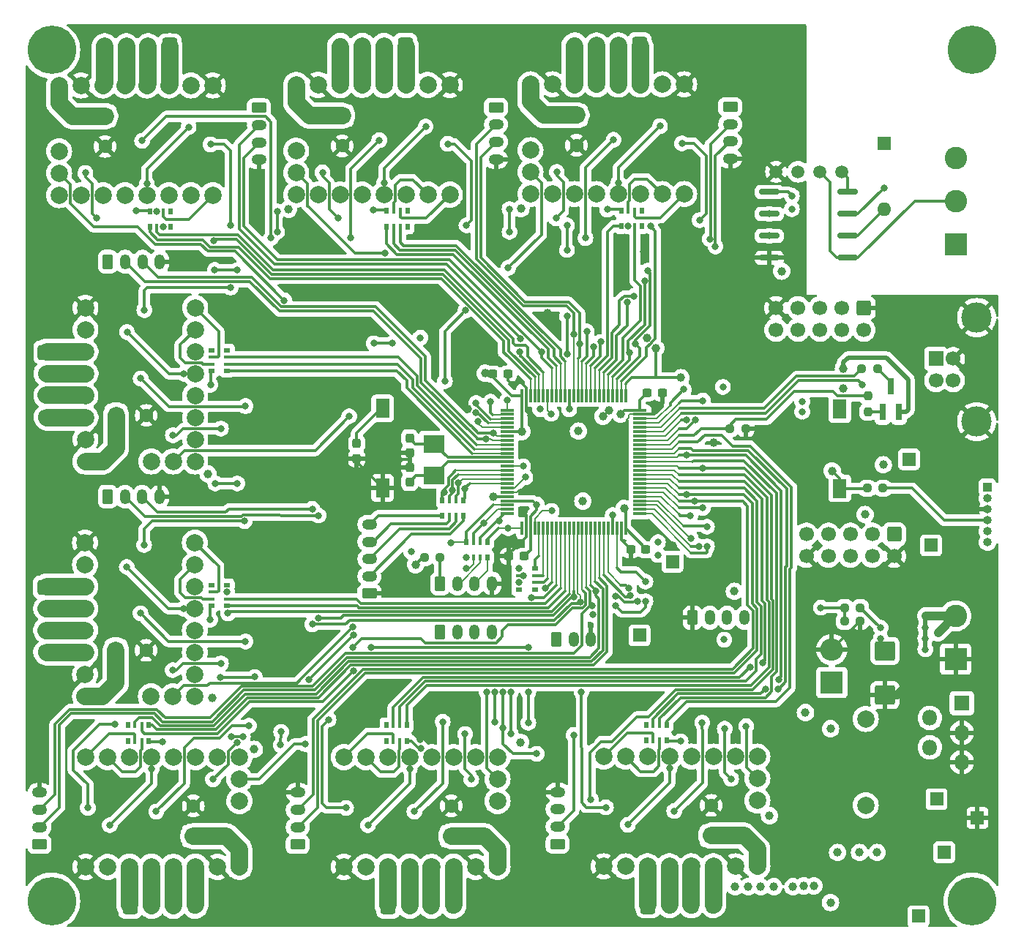
<source format=gbr>
%TF.GenerationSoftware,KiCad,Pcbnew,8.99.0-unknown*%
%TF.CreationDate,2024-03-12T14:31:13+03:00*%
%TF.ProjectId,multistepper,6d756c74-6973-4746-9570-7065722e6b69,rev?*%
%TF.SameCoordinates,Original*%
%TF.FileFunction,Copper,L1,Top*%
%TF.FilePolarity,Positive*%
%FSLAX46Y46*%
G04 Gerber Fmt 4.6, Leading zero omitted, Abs format (unit mm)*
G04 Created by KiCad (PCBNEW 8.99.0-unknown) date 2024-03-12 14:31:13*
%MOMM*%
%LPD*%
G01*
G04 APERTURE LIST*
G04 Aperture macros list*
%AMRoundRect*
0 Rectangle with rounded corners*
0 $1 Rounding radius*
0 $2 $3 $4 $5 $6 $7 $8 $9 X,Y pos of 4 corners*
0 Add a 4 corners polygon primitive as box body*
4,1,4,$2,$3,$4,$5,$6,$7,$8,$9,$2,$3,0*
0 Add four circle primitives for the rounded corners*
1,1,$1+$1,$2,$3*
1,1,$1+$1,$4,$5*
1,1,$1+$1,$6,$7*
1,1,$1+$1,$8,$9*
0 Add four rect primitives between the rounded corners*
20,1,$1+$1,$2,$3,$4,$5,0*
20,1,$1+$1,$4,$5,$6,$7,0*
20,1,$1+$1,$6,$7,$8,$9,0*
20,1,$1+$1,$8,$9,$2,$3,0*%
G04 Aperture macros list end*
%TA.AperFunction,SMDPad,CuDef*%
%ADD10RoundRect,0.237500X-0.300000X-0.237500X0.300000X-0.237500X0.300000X0.237500X-0.300000X0.237500X0*%
%TD*%
%TA.AperFunction,ComponentPad*%
%ADD11RoundRect,0.250000X0.600000X0.725000X-0.600000X0.725000X-0.600000X-0.725000X0.600000X-0.725000X0*%
%TD*%
%TA.AperFunction,ComponentPad*%
%ADD12O,1.700000X1.950000*%
%TD*%
%TA.AperFunction,ComponentPad*%
%ADD13RoundRect,0.250000X-0.725000X0.600000X-0.725000X-0.600000X0.725000X-0.600000X0.725000X0.600000X0*%
%TD*%
%TA.AperFunction,ComponentPad*%
%ADD14O,1.950000X1.700000*%
%TD*%
%TA.AperFunction,ComponentPad*%
%ADD15RoundRect,0.250000X0.625000X-0.350000X0.625000X0.350000X-0.625000X0.350000X-0.625000X-0.350000X0*%
%TD*%
%TA.AperFunction,ComponentPad*%
%ADD16O,1.750000X1.200000*%
%TD*%
%TA.AperFunction,ComponentPad*%
%ADD17RoundRect,0.250000X-0.600000X0.600000X-0.600000X-0.600000X0.600000X-0.600000X0.600000X0.600000X0*%
%TD*%
%TA.AperFunction,ComponentPad*%
%ADD18C,1.700000*%
%TD*%
%TA.AperFunction,SMDPad,CuDef*%
%ADD19R,1.600000X2.180000*%
%TD*%
%TA.AperFunction,ComponentPad*%
%ADD20C,5.600000*%
%TD*%
%TA.AperFunction,SMDPad,CuDef*%
%ADD21RoundRect,0.237500X-0.237500X0.250000X-0.237500X-0.250000X0.237500X-0.250000X0.237500X0.250000X0*%
%TD*%
%TA.AperFunction,ComponentPad*%
%ADD22R,1.600000X1.600000*%
%TD*%
%TA.AperFunction,ComponentPad*%
%ADD23O,1.600000X1.600000*%
%TD*%
%TA.AperFunction,ComponentPad*%
%ADD24C,1.600000*%
%TD*%
%TA.AperFunction,ComponentPad*%
%ADD25RoundRect,0.250000X-0.350000X-0.625000X0.350000X-0.625000X0.350000X0.625000X-0.350000X0.625000X0*%
%TD*%
%TA.AperFunction,ComponentPad*%
%ADD26O,1.200000X1.750000*%
%TD*%
%TA.AperFunction,ComponentPad*%
%ADD27C,2.000000*%
%TD*%
%TA.AperFunction,SMDPad,CuDef*%
%ADD28R,0.500000X0.800000*%
%TD*%
%TA.AperFunction,SMDPad,CuDef*%
%ADD29R,0.400000X0.800000*%
%TD*%
%TA.AperFunction,SMDPad,CuDef*%
%ADD30R,0.800000X0.500000*%
%TD*%
%TA.AperFunction,SMDPad,CuDef*%
%ADD31R,0.800000X0.400000*%
%TD*%
%TA.AperFunction,ComponentPad*%
%ADD32R,2.600000X2.600000*%
%TD*%
%TA.AperFunction,ComponentPad*%
%ADD33C,2.600000*%
%TD*%
%TA.AperFunction,SMDPad,CuDef*%
%ADD34RoundRect,0.237500X0.250000X0.237500X-0.250000X0.237500X-0.250000X-0.237500X0.250000X-0.237500X0*%
%TD*%
%TA.AperFunction,SMDPad,CuDef*%
%ADD35R,0.800000X1.900000*%
%TD*%
%TA.AperFunction,ComponentPad*%
%ADD36R,1.500000X1.500000*%
%TD*%
%TA.AperFunction,ComponentPad*%
%ADD37R,1.000000X1.000000*%
%TD*%
%TA.AperFunction,ComponentPad*%
%ADD38O,1.000000X1.000000*%
%TD*%
%TA.AperFunction,SMDPad,CuDef*%
%ADD39RoundRect,0.075000X-0.725000X-0.075000X0.725000X-0.075000X0.725000X0.075000X-0.725000X0.075000X0*%
%TD*%
%TA.AperFunction,SMDPad,CuDef*%
%ADD40RoundRect,0.075000X-0.075000X-0.725000X0.075000X-0.725000X0.075000X0.725000X-0.075000X0.725000X0*%
%TD*%
%TA.AperFunction,SMDPad,CuDef*%
%ADD41RoundRect,0.237500X0.237500X-0.300000X0.237500X0.300000X-0.237500X0.300000X-0.237500X-0.300000X0*%
%TD*%
%TA.AperFunction,SMDPad,CuDef*%
%ADD42RoundRect,0.237500X-0.250000X-0.237500X0.250000X-0.237500X0.250000X0.237500X-0.250000X0.237500X0*%
%TD*%
%TA.AperFunction,ComponentPad*%
%ADD43RoundRect,0.250000X-0.625000X0.350000X-0.625000X-0.350000X0.625000X-0.350000X0.625000X0.350000X0*%
%TD*%
%TA.AperFunction,ComponentPad*%
%ADD44RoundRect,0.250000X-0.600000X-0.725000X0.600000X-0.725000X0.600000X0.725000X-0.600000X0.725000X0*%
%TD*%
%TA.AperFunction,SMDPad,CuDef*%
%ADD45R,2.400000X2.000000*%
%TD*%
%TA.AperFunction,SMDPad,CuDef*%
%ADD46RoundRect,0.237500X-0.237500X0.300000X-0.237500X-0.300000X0.237500X-0.300000X0.237500X0.300000X0*%
%TD*%
%TA.AperFunction,ComponentPad*%
%ADD47C,1.500000*%
%TD*%
%TA.AperFunction,ComponentPad*%
%ADD48O,2.600000X2.600000*%
%TD*%
%TA.AperFunction,SMDPad,CuDef*%
%ADD49RoundRect,0.162500X-1.012500X-0.162500X1.012500X-0.162500X1.012500X0.162500X-1.012500X0.162500X0*%
%TD*%
%TA.AperFunction,ComponentPad*%
%ADD50R,1.800000X1.800000*%
%TD*%
%TA.AperFunction,ComponentPad*%
%ADD51O,1.800000X1.800000*%
%TD*%
%TA.AperFunction,SMDPad,CuDef*%
%ADD52RoundRect,0.237500X0.300000X0.237500X-0.300000X0.237500X-0.300000X-0.237500X0.300000X-0.237500X0*%
%TD*%
%TA.AperFunction,SMDPad,CuDef*%
%ADD53RoundRect,0.250000X-0.925000X0.875000X-0.925000X-0.875000X0.925000X-0.875000X0.925000X0.875000X0*%
%TD*%
%TA.AperFunction,ComponentPad*%
%ADD54R,1.700000X1.700000*%
%TD*%
%TA.AperFunction,ComponentPad*%
%ADD55C,3.500000*%
%TD*%
%TA.AperFunction,ViaPad*%
%ADD56C,1.000000*%
%TD*%
%TA.AperFunction,ViaPad*%
%ADD57C,0.800000*%
%TD*%
%TA.AperFunction,Conductor*%
%ADD58C,0.300000*%
%TD*%
%TA.AperFunction,Conductor*%
%ADD59C,0.200000*%
%TD*%
%TA.AperFunction,Conductor*%
%ADD60C,1.000000*%
%TD*%
%TA.AperFunction,Conductor*%
%ADD61C,0.500000*%
%TD*%
%TA.AperFunction,Conductor*%
%ADD62C,2.000000*%
%TD*%
G04 APERTURE END LIST*
D10*
%TO.P,C9,1*%
%TO.N,MCU3v3*%
X110035000Y-79502000D03*
%TO.P,C9,2*%
%TO.N,GND*%
X111760000Y-79502000D03*
%TD*%
D11*
%TO.P,J17,1,Pin_1*%
%TO.N,Net-(J17-Pad1)*%
X99921075Y-41501827D03*
D12*
%TO.P,J17,2,Pin_2*%
%TO.N,Net-(J17-Pad2)*%
X97421075Y-41501827D03*
%TO.P,J17,3,Pin_3*%
%TO.N,Net-(J17-Pad3)*%
X94921075Y-41501827D03*
%TO.P,J17,4,Pin_4*%
%TO.N,Net-(J17-Pad4)*%
X92421075Y-41501827D03*
%TD*%
D13*
%TO.P,J12,1,Pin_1*%
%TO.N,Net-(J12-Pad1)*%
X58374000Y-76974000D03*
D14*
%TO.P,J12,2,Pin_2*%
%TO.N,Net-(J12-Pad2)*%
X58374000Y-79474000D03*
%TO.P,J12,3,Pin_3*%
%TO.N,Net-(J12-Pad3)*%
X58374000Y-81974000D03*
%TO.P,J12,4,Pin_4*%
%TO.N,Net-(J12-Pad4)*%
X58374000Y-84474000D03*
%TD*%
D15*
%TO.P,J6,1,Pin_1*%
%TO.N,GND*%
X95758000Y-104902000D03*
D16*
%TO.P,J6,2,Pin_2*%
%TO.N,Net-(J6-Pad2)*%
X95758000Y-102902000D03*
%TO.P,J6,3,Pin_3*%
%TO.N,Net-(J6-Pad3)*%
X95758000Y-100902000D03*
%TO.P,J6,4,Pin_4*%
%TO.N,Net-(J6-Pad4)*%
X95758000Y-98902000D03*
%TO.P,J6,5,Pin_5*%
%TO.N,Net-(J6-Pad5)*%
X95758000Y-96902000D03*
%TD*%
D17*
%TO.P,J2,1,Pin_1*%
%TO.N,GND*%
X152958800Y-71840700D03*
D18*
%TO.P,J2,2,Pin_2*%
%TO.N,Net-(J2-Pad2)*%
X152958800Y-74380700D03*
%TO.P,J2,3,Pin_3*%
%TO.N,Net-(J2-Pad3)*%
X150418800Y-71840700D03*
%TO.P,J2,4,Pin_4*%
%TO.N,Net-(J2-Pad4)*%
X150418800Y-74380700D03*
%TO.P,J2,5,Pin_5*%
%TO.N,Net-(J2-Pad5)*%
X147878800Y-71840700D03*
%TO.P,J2,6,Pin_6*%
%TO.N,Net-(J2-Pad6)*%
X147878800Y-74380700D03*
%TO.P,J2,7,Pin_7*%
%TO.N,Net-(J2-Pad7)*%
X145338800Y-71840700D03*
%TO.P,J2,8,Pin_8*%
%TO.N,Net-(J2-Pad8)*%
X145338800Y-74380700D03*
%TO.P,J2,9,Pin_9*%
%TO.N,GND*%
X142798800Y-71840700D03*
%TO.P,J2,10,Pin_10*%
%TO.N,Net-(J2-Pad10)*%
X142798800Y-74380700D03*
%TD*%
D19*
%TO.P,SW2,1,1*%
%TO.N,/MCU base/BOOT0*%
X150164800Y-83548000D03*
%TO.P,SW2,2,2*%
%TO.N,MCU3v3*%
X150164800Y-92728000D03*
%TD*%
D15*
%TO.P,J22,1,Pin_1*%
%TO.N,Net-(J22-Pad1)*%
X87466000Y-133934000D03*
D16*
%TO.P,J22,2,Pin_2*%
%TO.N,M5_L0*%
X87466000Y-131934000D03*
%TO.P,J22,3,Pin_3*%
%TO.N,M5_L1*%
X87466000Y-129934000D03*
%TO.P,J22,4,Pin_4*%
%TO.N,GND*%
X87466000Y-127934000D03*
%TD*%
D20*
%TO.P,H4,1*%
%TO.N,N/C*%
X165500000Y-140500000D03*
%TD*%
D21*
%TO.P,R36,1*%
%TO.N,/MCU base/DPPU*%
X153416000Y-82043900D03*
%TO.P,R36,2*%
%TO.N,Net-(Q3-Pad1)*%
X153416000Y-83868900D03*
%TD*%
D22*
%TO.P,SW3,1*%
%TO.N,Net-(R18-Pad1)*%
X155295600Y-52832000D03*
D23*
%TO.P,SW3,2*%
%TO.N,/CANL*%
X155295600Y-60452000D03*
%TD*%
D22*
%TO.P,C24,1*%
%TO.N,/Motors/Vm*%
X105246000Y-132978000D03*
D24*
%TO.P,C24,2*%
%TO.N,GND*%
X105246000Y-129478000D03*
%TD*%
D25*
%TO.P,J5,1,Pin_1*%
%TO.N,Net-(J4-Pad1)*%
X103934000Y-103733600D03*
D26*
%TO.P,J5,2,Pin_2*%
%TO.N,ADC2*%
X105934000Y-103733600D03*
%TO.P,J5,3,Pin_3*%
%TO.N,ADC3*%
X107934000Y-103733600D03*
%TO.P,J5,4,Pin_4*%
%TO.N,GND*%
X109934000Y-103733600D03*
%TD*%
D25*
%TO.P,J11,1,Pin_1*%
%TO.N,Net-(J11-Pad1)*%
X65500000Y-66500000D03*
D26*
%TO.P,J11,2,Pin_2*%
%TO.N,M0_L0*%
X67500000Y-66500000D03*
%TO.P,J11,3,Pin_3*%
%TO.N,M0_L1*%
X69500000Y-66500000D03*
%TO.P,J11,4,Pin_4*%
%TO.N,GND*%
X71500000Y-66500000D03*
%TD*%
D27*
%TO.P,XX5,1,~{EN}*%
%TO.N,/Motors/stepper_M5/~{ENx}*%
X140640000Y-123774000D03*
%TO.P,XX5,2,MS1*%
%TO.N,/Motors/stepper_M5/MS1*%
X138100000Y-123774000D03*
%TO.P,XX5,3,MS2*%
%TO.N,/Motors/stepper_M5/MS2*%
X135560000Y-123774000D03*
%TO.P,XX5,4,SPREAD*%
%TO.N,/Motors/stepper_M5/SPR*%
X133020000Y-123774000D03*
%TO.P,XX5,5,PDN_UART*%
%TO.N,/Motors/stepper_M5/U*%
X130480000Y-123774000D03*
%TO.P,XX5,6,CLK*%
%TO.N,/Motors/stepper_M5/CLK*%
X127940000Y-123774000D03*
%TO.P,XX5,7,STEP*%
%TO.N,/Motors/stepper_M5/STEPx*%
X125400000Y-123774000D03*
%TO.P,XX5,8,DIR*%
%TO.N,/Motors/stepper_M5/DIRx*%
X122860000Y-123774000D03*
%TO.P,XX5,9,GND*%
%TO.N,GND*%
X122860000Y-136474000D03*
%TO.P,XX5,10,VIO*%
%TO.N,Vio*%
X125400000Y-136474000D03*
%TO.P,XX5,11,M1B*%
%TO.N,Net-(J21-Pad1)*%
X127940000Y-136474000D03*
%TO.P,XX5,12,M1A*%
%TO.N,Net-(J21-Pad2)*%
X130480000Y-136474000D03*
%TO.P,XX5,13,M2A*%
%TO.N,Net-(J21-Pad3)*%
X133020000Y-136474000D03*
%TO.P,XX5,14,M2B*%
%TO.N,Net-(J21-Pad4)*%
X135560000Y-136474000D03*
%TO.P,XX5,15,GND*%
%TO.N,GND*%
X138100000Y-136474000D03*
%TO.P,XX5,16,Vmot*%
%TO.N,/Motors/Vm*%
X140640000Y-136474000D03*
%TO.P,XX5,17,DIAG*%
%TO.N,/Motors/DIAG4*%
X140640000Y-126314000D03*
%TO.P,XX5,18,INDEX*%
%TO.N,unconnected-(XX5-Pad18)*%
X140640000Y-128854000D03*
%TD*%
D28*
%TO.P,RN11,1,R1.1*%
%TO.N,unconnected-(RN11-Pad1)*%
X127270450Y-60560000D03*
D29*
%TO.P,RN11,2,R2.1*%
%TO.N,/Motors/stepper_M4/DIRx*%
X126470450Y-60560000D03*
%TO.P,RN11,3,R3.1*%
%TO.N,/Motors/stepper_M4/STEPx*%
X125670450Y-60560000D03*
D28*
%TO.P,RN11,4,R4.1*%
%TO.N,/Motors/stepper_M4/~{ENx}*%
X124870450Y-60560000D03*
%TO.P,RN11,5,R4.2*%
%TO.N,M3_EN*%
X124870450Y-62360000D03*
D29*
%TO.P,RN11,6,R3.2*%
%TO.N,M3_STEP*%
X125670450Y-62360000D03*
%TO.P,RN11,7,R2.2*%
%TO.N,M3_DIR*%
X126470450Y-62360000D03*
D28*
%TO.P,RN11,8,R1.2*%
%TO.N,unconnected-(RN11-Pad8)*%
X127270450Y-62360000D03*
%TD*%
D25*
%TO.P,J13,1,Pin_1*%
%TO.N,Net-(J13-Pad1)*%
X117380000Y-110194000D03*
D26*
%TO.P,J13,2,Pin_2*%
%TO.N,Net-(J13-Pad2)*%
X119380000Y-110194000D03*
%TO.P,J13,3,Pin_3*%
%TO.N,GND*%
X121380000Y-110194000D03*
%TD*%
D27*
%TO.P,XX8,1,~{EN}*%
%TO.N,/Motors/stepper_M8/~{ENx}*%
X75572000Y-116801600D03*
%TO.P,XX8,2,MS1*%
%TO.N,/Motors/stepper_M8/MS1*%
X75572000Y-114261600D03*
%TO.P,XX8,3,MS2*%
%TO.N,/Motors/stepper_M8/MS2*%
X75572000Y-111721600D03*
%TO.P,XX8,4,SPREAD*%
%TO.N,/Motors/stepper_M8/SPR*%
X75572000Y-109181600D03*
%TO.P,XX8,5,PDN_UART*%
%TO.N,/Motors/stepper_M8/U*%
X75572000Y-106641600D03*
%TO.P,XX8,6,CLK*%
%TO.N,/Motors/stepper_M8/CLK*%
X75572000Y-104101600D03*
%TO.P,XX8,7,STEP*%
%TO.N,/Motors/stepper_M8/STEPx*%
X75572000Y-101561600D03*
%TO.P,XX8,8,DIR*%
%TO.N,/Motors/stepper_M8/DIRx*%
X75572000Y-99021600D03*
%TO.P,XX8,9,GND*%
%TO.N,GND*%
X62872000Y-99021600D03*
%TO.P,XX8,10,VIO*%
%TO.N,Vio*%
X62872000Y-101561600D03*
%TO.P,XX8,11,M1B*%
%TO.N,Net-(J27-Pad1)*%
X62872000Y-104101600D03*
%TO.P,XX8,12,M1A*%
%TO.N,Net-(J27-Pad2)*%
X62872000Y-106641600D03*
%TO.P,XX8,13,M2A*%
%TO.N,Net-(J27-Pad3)*%
X62872000Y-109181600D03*
%TO.P,XX8,14,M2B*%
%TO.N,Net-(J27-Pad4)*%
X62872000Y-111721600D03*
%TO.P,XX8,15,GND*%
%TO.N,GND*%
X62872000Y-114261600D03*
%TO.P,XX8,16,Vmot*%
%TO.N,/Motors/Vm*%
X62872000Y-116801600D03*
%TO.P,XX8,17,DIAG*%
%TO.N,/Motors/DIAG7*%
X73032000Y-116801600D03*
%TO.P,XX8,18,INDEX*%
%TO.N,unconnected-(XX8-Pad18)*%
X70492000Y-116801600D03*
%TD*%
%TO.P,XX3,1,~{EN}*%
%TO.N,/Motors/stepper_M3/~{ENx}*%
X87281075Y-58727827D03*
%TO.P,XX3,2,MS1*%
%TO.N,/Motors/stepper_M3/MS1*%
X89821075Y-58727827D03*
%TO.P,XX3,3,MS2*%
%TO.N,/Motors/stepper_M3/MS2*%
X92361075Y-58727827D03*
%TO.P,XX3,4,SPREAD*%
%TO.N,/Motors/stepper_M3/SPR*%
X94901075Y-58727827D03*
%TO.P,XX3,5,PDN_UART*%
%TO.N,/Motors/stepper_M3/U*%
X97441075Y-58727827D03*
%TO.P,XX3,6,CLK*%
%TO.N,/Motors/stepper_M3/CLK*%
X99981075Y-58727827D03*
%TO.P,XX3,7,STEP*%
%TO.N,/Motors/stepper_M3/STEPx*%
X102521075Y-58727827D03*
%TO.P,XX3,8,DIR*%
%TO.N,/Motors/stepper_M3/DIRx*%
X105061075Y-58727827D03*
%TO.P,XX3,9,GND*%
%TO.N,GND*%
X105061075Y-46027827D03*
%TO.P,XX3,10,VIO*%
%TO.N,Vio*%
X102521075Y-46027827D03*
%TO.P,XX3,11,M1B*%
%TO.N,Net-(J17-Pad1)*%
X99981075Y-46027827D03*
%TO.P,XX3,12,M1A*%
%TO.N,Net-(J17-Pad2)*%
X97441075Y-46027827D03*
%TO.P,XX3,13,M2A*%
%TO.N,Net-(J17-Pad3)*%
X94901075Y-46027827D03*
%TO.P,XX3,14,M2B*%
%TO.N,Net-(J17-Pad4)*%
X92361075Y-46027827D03*
%TO.P,XX3,15,GND*%
%TO.N,GND*%
X89821075Y-46027827D03*
%TO.P,XX3,16,Vmot*%
%TO.N,/Motors/Vm*%
X87281075Y-46027827D03*
%TO.P,XX3,17,DIAG*%
%TO.N,/Motors/DIAG2*%
X87281075Y-56187827D03*
%TO.P,XX3,18,INDEX*%
%TO.N,unconnected-(XX3-Pad18)*%
X87281075Y-53647827D03*
%TD*%
D30*
%TO.P,RN7,1,R1.1*%
%TO.N,/Motors/SCK*%
X113095200Y-102025600D03*
D31*
%TO.P,RN7,2,R2.1*%
%TO.N,/Motors/MISO*%
X113095200Y-102825600D03*
%TO.P,RN7,3,R3.1*%
%TO.N,/Motors/MOSI*%
X113095200Y-103625600D03*
D30*
%TO.P,RN7,4,R4.1*%
%TO.N,unconnected-(RN7-Pad4)*%
X113095200Y-104425600D03*
%TO.P,RN7,5,R4.2*%
%TO.N,unconnected-(RN7-Pad5)*%
X114895200Y-104425600D03*
D31*
%TO.P,RN7,6,R3.2*%
%TO.N,TMC_MOSI*%
X114895200Y-103625600D03*
%TO.P,RN7,7,R2.2*%
%TO.N,TMC_MISO*%
X114895200Y-102825600D03*
D30*
%TO.P,RN7,8,R1.2*%
%TO.N,TMC_SCK*%
X114895200Y-102025600D03*
%TD*%
D32*
%TO.P,J10,1,Pin_1*%
%TO.N,GND*%
X163576000Y-112482000D03*
D33*
%TO.P,J10,2,Pin_2*%
%TO.N,Net-(J10-Pad2)*%
X163576000Y-107482000D03*
%TD*%
D34*
%TO.P,R33,1*%
%TO.N,Net-(Q3-Pad3)*%
X154529800Y-78841600D03*
%TO.P,R33,2*%
%TO.N,USB_DP*%
X152704800Y-78841600D03*
%TD*%
D17*
%TO.P,J3,1,Pin_1*%
%TO.N,Net-(J3-Pad1)*%
X156464000Y-98044000D03*
D18*
%TO.P,J3,2,Pin_2*%
%TO.N,GND*%
X156464000Y-100584000D03*
%TO.P,J3,3,Pin_3*%
%TO.N,Net-(J3-Pad3)*%
X153924000Y-98044000D03*
%TO.P,J3,4,Pin_4*%
%TO.N,Net-(J3-Pad4)*%
X153924000Y-100584000D03*
%TO.P,J3,5,Pin_5*%
%TO.N,Net-(J3-Pad5)*%
X151384000Y-98044000D03*
%TO.P,J3,6,Pin_6*%
%TO.N,Net-(J3-Pad6)*%
X151384000Y-100584000D03*
%TO.P,J3,7,Pin_7*%
%TO.N,Net-(J3-Pad7)*%
X148844000Y-98044000D03*
%TO.P,J3,8,Pin_8*%
%TO.N,Net-(J3-Pad8)*%
X148844000Y-100584000D03*
%TO.P,J3,9,Pin_9*%
%TO.N,Net-(J3-Pad9)*%
X146304000Y-98044000D03*
%TO.P,J3,10,Pin_10*%
%TO.N,GND*%
X146304000Y-100584000D03*
%TD*%
D35*
%TO.P,Q3,1,G*%
%TO.N,Net-(Q3-Pad1)*%
X155107600Y-83897600D03*
%TO.P,Q3,2,S*%
%TO.N,+3V3*%
X157007600Y-83897600D03*
%TO.P,Q3,3,D*%
%TO.N,Net-(Q3-Pad3)*%
X156057600Y-80897600D03*
%TD*%
D36*
%TO.P,TP3,1,1*%
%TO.N,GND*%
X166090600Y-130860800D03*
%TD*%
D37*
%TO.P,J1,1,Pin_1*%
%TO.N,/MCU base/SWCLK*%
X167258600Y-92608400D03*
D38*
%TO.P,J1,2,Pin_2*%
%TO.N,/MCU base/SWDIO*%
X167258600Y-93878400D03*
%TO.P,J1,3,Pin_3*%
%TO.N,GND*%
X167258600Y-95148400D03*
%TO.P,J1,4,Pin_4*%
%TO.N,Net-(J1-Pad4)*%
X167258600Y-96418400D03*
%TO.P,J1,5,Pin_5*%
%TO.N,/MCU base/BOOT0*%
X167258600Y-97688400D03*
%TO.P,J1,6,Pin_6*%
%TO.N,/MCU base/NRST*%
X167258600Y-98958400D03*
%TD*%
D15*
%TO.P,J24,1,Pin_1*%
%TO.N,Net-(J24-Pad1)*%
X57604925Y-133934000D03*
D16*
%TO.P,J24,2,Pin_2*%
%TO.N,M6_L0*%
X57604925Y-131934000D03*
%TO.P,J24,3,Pin_3*%
%TO.N,M6_L1*%
X57604925Y-129934000D03*
%TO.P,J24,4,Pin_4*%
%TO.N,GND*%
X57604925Y-127934000D03*
%TD*%
D39*
%TO.P,U1,1,PE2*%
%TO.N,/MCU base/Diagn*%
X111705000Y-83662000D03*
%TO.P,U1,2,PE3*%
%TO.N,MUL0*%
X111705000Y-84162000D03*
%TO.P,U1,3,PE4*%
%TO.N,MUL1*%
X111705000Y-84662000D03*
%TO.P,U1,4,PE5*%
%TO.N,MUL2*%
X111705000Y-85162000D03*
%TO.P,U1,5,PE6*%
%TO.N,MUL_EN*%
X111705000Y-85662000D03*
%TO.P,U1,6,VBAT*%
%TO.N,MCU3v3*%
X111705000Y-86162000D03*
%TO.P,U1,7,PC13*%
%TO.N,M0_L1*%
X111705000Y-86662000D03*
%TO.P,U1,8,PC14*%
%TO.N,M0_L0*%
X111705000Y-87162000D03*
%TO.P,U1,9,PC15*%
%TO.N,M0_DIR*%
X111705000Y-87662000D03*
%TO.P,U1,10,PF9*%
%TO.N,M0_STEP*%
X111705000Y-88162000D03*
%TO.P,U1,11,PF10*%
%TO.N,M0_EN*%
X111705000Y-88662000D03*
%TO.P,U1,12,PF0*%
%TO.N,/MCU base/OSC_IN*%
X111705000Y-89162000D03*
%TO.P,U1,13,PF1*%
%TO.N,/MCU base/OSC_OUT*%
X111705000Y-89662000D03*
%TO.P,U1,14,NRST*%
%TO.N,/MCU base/NRST*%
X111705000Y-90162000D03*
%TO.P,U1,15,PC0*%
%TO.N,/MCU base/MOT_MUL0*%
X111705000Y-90662000D03*
%TO.P,U1,16,PC1*%
%TO.N,/MCU base/MOT_MUL1*%
X111705000Y-91162000D03*
%TO.P,U1,17,PC2*%
%TO.N,/MCU base/MOT_MUL2*%
X111705000Y-91662000D03*
%TO.P,U1,18,PC3*%
%TO.N,/MCU base/MOT_MUL_EN*%
X111705000Y-92162000D03*
%TO.P,U1,19,PF2*%
%TO.N,/MCU base/A5*%
X111705000Y-92662000D03*
%TO.P,U1,20,VSSA*%
%TO.N,GND*%
X111705000Y-93162000D03*
%TO.P,U1,21,VREF+*%
%TO.N,+3.3VADC*%
X111705000Y-93662000D03*
%TO.P,U1,22,VDDA*%
%TO.N,MCU3v3*%
X111705000Y-94162000D03*
%TO.P,U1,23,PA0*%
%TO.N,/MCU base/A0*%
X111705000Y-94662000D03*
%TO.P,U1,24,PA1*%
%TO.N,/MCU base/A1*%
X111705000Y-95162000D03*
%TO.P,U1,25,PA2*%
%TO.N,/MCU base/A2*%
X111705000Y-95662000D03*
D40*
%TO.P,U1,26,PA3*%
%TO.N,/MCU base/A3*%
X113380000Y-97337000D03*
%TO.P,U1,27,VSS*%
%TO.N,GND*%
X113880000Y-97337000D03*
%TO.P,U1,28,VDD*%
%TO.N,MCU3v3*%
X114380000Y-97337000D03*
%TO.P,U1,29,PA4*%
%TO.N,/MCU base/A4*%
X114880000Y-97337000D03*
%TO.P,U1,30,PA5*%
%TO.N,TMC_SCK*%
X115380000Y-97337000D03*
%TO.P,U1,31,PA6*%
%TO.N,TMC_MISO*%
X115880000Y-97337000D03*
%TO.P,U1,32,PA7*%
%TO.N,TMC_MOSI*%
X116380000Y-97337000D03*
%TO.P,U1,33,PC4*%
%TO.N,/MCU base/USART1_TX*%
X116880000Y-97337000D03*
%TO.P,U1,34,PC5*%
%TO.N,/MCU base/USART1_RX*%
X117380000Y-97337000D03*
%TO.P,U1,35,PB0*%
%TO.N,M7_STEP*%
X117880000Y-97337000D03*
%TO.P,U1,36,PB1*%
%TO.N,M7_EN*%
X118380000Y-97337000D03*
%TO.P,U1,37,PB2*%
%TO.N,M7_DIR*%
X118880000Y-97337000D03*
%TO.P,U1,38,PE7*%
%TO.N,M7_L0*%
X119380000Y-97337000D03*
%TO.P,U1,39,PE8*%
%TO.N,M7_L1*%
X119880000Y-97337000D03*
%TO.P,U1,40,PE9*%
%TO.N,M6_STEP*%
X120380000Y-97337000D03*
%TO.P,U1,41,PE10*%
%TO.N,M6_L1*%
X120880000Y-97337000D03*
%TO.P,U1,42,PE11*%
%TO.N,M6_L0*%
X121380000Y-97337000D03*
%TO.P,U1,43,PE12*%
%TO.N,M6_DIR*%
X121880000Y-97337000D03*
%TO.P,U1,44,PE13*%
%TO.N,M6_EN*%
X122380000Y-97337000D03*
%TO.P,U1,45,PE14*%
%TO.N,/MCU base/OUT2*%
X122880000Y-97337000D03*
%TO.P,U1,46,PE15*%
%TO.N,/MCU base/OUT1*%
X123380000Y-97337000D03*
%TO.P,U1,47,PB10*%
%TO.N,USART3_TX*%
X123880000Y-97337000D03*
%TO.P,U1,48,PB11*%
%TO.N,/MCU base/OUT0*%
X124380000Y-97337000D03*
%TO.P,U1,49,VSS*%
%TO.N,GND*%
X124880000Y-97337000D03*
%TO.P,U1,50,VDD*%
%TO.N,MCU3v3*%
X125380000Y-97337000D03*
D39*
%TO.P,U1,51,PB12*%
%TO.N,/MCU base/SCRN_DCRS*%
X127055000Y-95662000D03*
%TO.P,U1,52,PB13*%
%TO.N,/MCU base/SCRN_SCK*%
X127055000Y-95162000D03*
%TO.P,U1,53,PB14*%
%TO.N,/MCU base/SCRN_MISO*%
X127055000Y-94662000D03*
%TO.P,U1,54,PB15*%
%TO.N,/MCU base/SCRN_MOSI*%
X127055000Y-94162000D03*
%TO.P,U1,55,PD8*%
%TO.N,/MCU base/SCRN_RST*%
X127055000Y-93662000D03*
%TO.P,U1,56,PD9*%
%TO.N,/MCU base/SCRN_CS*%
X127055000Y-93162000D03*
%TO.P,U1,57,PD10*%
%TO.N,M5_L1*%
X127055000Y-92662000D03*
%TO.P,U1,58,PD11*%
%TO.N,M5_L0*%
X127055000Y-92162000D03*
%TO.P,U1,59,PD12*%
%TO.N,M5_STEP*%
X127055000Y-91662000D03*
%TO.P,U1,60,PD13*%
%TO.N,M5_DIR*%
X127055000Y-91162000D03*
%TO.P,U1,61,PD14*%
%TO.N,M5_EN*%
X127055000Y-90662000D03*
%TO.P,U1,62,PD15*%
%TO.N,M4_L1*%
X127055000Y-90162000D03*
%TO.P,U1,63,PC6*%
%TO.N,M4_STEP*%
X127055000Y-89662000D03*
%TO.P,U1,64,PC7*%
%TO.N,M4_L0*%
X127055000Y-89162000D03*
%TO.P,U1,65,PC8*%
%TO.N,M4_DIR*%
X127055000Y-88662000D03*
%TO.P,U1,66,PC9*%
%TO.N,M4_EN*%
X127055000Y-88162000D03*
%TO.P,U1,67,PA8*%
%TO.N,/MCU base/DPPU*%
X127055000Y-87662000D03*
%TO.P,U1,68,PA9*%
%TO.N,/MCU base/BTN1*%
X127055000Y-87162000D03*
%TO.P,U1,69,PA10*%
%TO.N,/MCU base/BTN2_SDA*%
X127055000Y-86662000D03*
%TO.P,U1,70,PA11*%
%TO.N,USB_DM*%
X127055000Y-86162000D03*
%TO.P,U1,71,PA12*%
%TO.N,USB_DP*%
X127055000Y-85662000D03*
%TO.P,U1,72,PA13*%
%TO.N,/MCU base/SWDIO*%
X127055000Y-85162000D03*
%TO.P,U1,73,PF6*%
%TO.N,/MCU base/BTN3_SCL*%
X127055000Y-84662000D03*
%TO.P,U1,74,VSS*%
%TO.N,GND*%
X127055000Y-84162000D03*
%TO.P,U1,75,VDD*%
%TO.N,MCU3v3*%
X127055000Y-83662000D03*
D40*
%TO.P,U1,76,PA14*%
%TO.N,/MCU base/SWCLK*%
X125380000Y-81987000D03*
%TO.P,U1,77,PA15*%
%TO.N,M3_STEP*%
X124880000Y-81987000D03*
%TO.P,U1,78,PC10*%
%TO.N,M3_L0*%
X124380000Y-81987000D03*
%TO.P,U1,79,PC11*%
%TO.N,M3_L1*%
X123880000Y-81987000D03*
%TO.P,U1,80,PC12*%
%TO.N,M3_DIR*%
X123380000Y-81987000D03*
%TO.P,U1,81,PD0*%
%TO.N,CAN_RX*%
X122880000Y-81987000D03*
%TO.P,U1,82,PD1*%
%TO.N,CAN_TX*%
X122380000Y-81987000D03*
%TO.P,U1,83,PD2*%
%TO.N,M3_EN*%
X121880000Y-81987000D03*
%TO.P,U1,84,PD3*%
%TO.N,/MCU base/BTN4*%
X121380000Y-81987000D03*
%TO.P,U1,85,PD4*%
%TO.N,/MCU base/BTN5*%
X120880000Y-81987000D03*
%TO.P,U1,86,PD5*%
%TO.N,/MCU base/BTN6*%
X120380000Y-81987000D03*
%TO.P,U1,87,PD6*%
%TO.N,M2_L1*%
X119880000Y-81987000D03*
%TO.P,U1,88,PD7*%
%TO.N,M2_L0*%
X119380000Y-81987000D03*
%TO.P,U1,89,PB3*%
%TO.N,USART2_TX*%
X118880000Y-81987000D03*
%TO.P,U1,90,PB4*%
%TO.N,M2_DIR*%
X118380000Y-81987000D03*
%TO.P,U1,91,PB5*%
%TO.N,M2_STEP*%
X117880000Y-81987000D03*
%TO.P,U1,92,PB6*%
%TO.N,M2_EN*%
X117380000Y-81987000D03*
%TO.P,U1,93,PB7*%
%TO.N,M1_L1*%
X116880000Y-81987000D03*
%TO.P,U1,94,BOOT0*%
%TO.N,/MCU base/BOOT0*%
X116380000Y-81987000D03*
%TO.P,U1,95,PB8*%
%TO.N,M1_STEP*%
X115880000Y-81987000D03*
%TO.P,U1,96,PB9*%
%TO.N,M1_L0*%
X115380000Y-81987000D03*
%TO.P,U1,97,PE0*%
%TO.N,M1_DIR*%
X114880000Y-81987000D03*
%TO.P,U1,98,PE1*%
%TO.N,M1_EN*%
X114380000Y-81987000D03*
%TO.P,U1,99,VSS*%
%TO.N,GND*%
X113880000Y-81987000D03*
%TO.P,U1,100,VDD*%
%TO.N,MCU3v3*%
X113380000Y-81987000D03*
%TD*%
D20*
%TO.P,H1,1*%
%TO.N,N/C*%
X59000000Y-42000000D03*
%TD*%
D22*
%TO.P,C23,1*%
%TO.N,/Motors/Vm*%
X135306000Y-132918000D03*
D24*
%TO.P,C23,2*%
%TO.N,GND*%
X135306000Y-129418000D03*
%TD*%
D41*
%TO.P,C4,1*%
%TO.N,/MCU base/OSC_OUT*%
X100417350Y-91997700D03*
%TO.P,C4,2*%
%TO.N,GND*%
X100417350Y-90272700D03*
%TD*%
D11*
%TO.P,J19,1,Pin_1*%
%TO.N,Net-(J19-Pad1)*%
X127026450Y-41440000D03*
D12*
%TO.P,J19,2,Pin_2*%
%TO.N,Net-(J19-Pad2)*%
X124526450Y-41440000D03*
%TO.P,J19,3,Pin_3*%
%TO.N,Net-(J19-Pad3)*%
X122026450Y-41440000D03*
%TO.P,J19,4,Pin_4*%
%TO.N,Net-(J19-Pad4)*%
X119526450Y-41440000D03*
%TD*%
D42*
%TO.P,R35,1*%
%TO.N,/MCU base/DPPU*%
X137466700Y-85801200D03*
%TO.P,R35,2*%
%TO.N,GND*%
X139291700Y-85801200D03*
%TD*%
D36*
%TO.P,TP2,1,1*%
%TO.N,Vdrive*%
X159258000Y-142240000D03*
%TD*%
D43*
%TO.P,J14,1,Pin_1*%
%TO.N,Net-(J14-Pad1)*%
X82974000Y-48689654D03*
D16*
%TO.P,J14,2,Pin_2*%
%TO.N,M1_L0*%
X82974000Y-50689654D03*
%TO.P,J14,3,Pin_3*%
%TO.N,M1_L1*%
X82974000Y-52689654D03*
%TO.P,J14,4,Pin_4*%
%TO.N,GND*%
X82974000Y-54689654D03*
%TD*%
D20*
%TO.P,H3,1*%
%TO.N,N/C*%
X59000000Y-140500000D03*
%TD*%
D44*
%TO.P,J23,1,Pin_1*%
%TO.N,Net-(J23-Pad1)*%
X97940000Y-141060000D03*
D12*
%TO.P,J23,2,Pin_2*%
%TO.N,Net-(J23-Pad2)*%
X100440000Y-141060000D03*
%TO.P,J23,3,Pin_3*%
%TO.N,Net-(J23-Pad3)*%
X102940000Y-141060000D03*
%TO.P,J23,4,Pin_4*%
%TO.N,Net-(J23-Pad4)*%
X105440000Y-141060000D03*
%TD*%
D45*
%TO.P,Y1,1,1*%
%TO.N,/MCU base/OSC_IN*%
X103225600Y-87558000D03*
%TO.P,Y1,2,2*%
%TO.N,/MCU base/OSC_OUT*%
X103225600Y-91258000D03*
%TD*%
D44*
%TO.P,J25,1,Pin_1*%
%TO.N,Net-(J25-Pad1)*%
X68078925Y-141060000D03*
D12*
%TO.P,J25,2,Pin_2*%
%TO.N,Net-(J25-Pad2)*%
X70578925Y-141060000D03*
%TO.P,J25,3,Pin_3*%
%TO.N,Net-(J25-Pad3)*%
X73078925Y-141060000D03*
%TO.P,J25,4,Pin_4*%
%TO.N,Net-(J25-Pad4)*%
X75578925Y-141060000D03*
%TD*%
D27*
%TO.P,XX4,1,~{EN}*%
%TO.N,/Motors/stepper_M4/~{ENx}*%
X114386450Y-58666000D03*
%TO.P,XX4,2,MS1*%
%TO.N,/Motors/stepper_M4/MS1*%
X116926450Y-58666000D03*
%TO.P,XX4,3,MS2*%
%TO.N,/Motors/stepper_M4/MS2*%
X119466450Y-58666000D03*
%TO.P,XX4,4,SPREAD*%
%TO.N,/Motors/stepper_M4/SPR*%
X122006450Y-58666000D03*
%TO.P,XX4,5,PDN_UART*%
%TO.N,/Motors/stepper_M4/U*%
X124546450Y-58666000D03*
%TO.P,XX4,6,CLK*%
%TO.N,/Motors/stepper_M4/CLK*%
X127086450Y-58666000D03*
%TO.P,XX4,7,STEP*%
%TO.N,/Motors/stepper_M4/STEPx*%
X129626450Y-58666000D03*
%TO.P,XX4,8,DIR*%
%TO.N,/Motors/stepper_M4/DIRx*%
X132166450Y-58666000D03*
%TO.P,XX4,9,GND*%
%TO.N,GND*%
X132166450Y-45966000D03*
%TO.P,XX4,10,VIO*%
%TO.N,Vio*%
X129626450Y-45966000D03*
%TO.P,XX4,11,M1B*%
%TO.N,Net-(J19-Pad1)*%
X127086450Y-45966000D03*
%TO.P,XX4,12,M1A*%
%TO.N,Net-(J19-Pad2)*%
X124546450Y-45966000D03*
%TO.P,XX4,13,M2A*%
%TO.N,Net-(J19-Pad3)*%
X122006450Y-45966000D03*
%TO.P,XX4,14,M2B*%
%TO.N,Net-(J19-Pad4)*%
X119466450Y-45966000D03*
%TO.P,XX4,15,GND*%
%TO.N,GND*%
X116926450Y-45966000D03*
%TO.P,XX4,16,Vmot*%
%TO.N,/Motors/Vm*%
X114386450Y-45966000D03*
%TO.P,XX4,17,DIAG*%
%TO.N,/Motors/DIAG3*%
X114386450Y-56126000D03*
%TO.P,XX4,18,INDEX*%
%TO.N,unconnected-(XX4-Pad18)*%
X114386450Y-53586000D03*
%TD*%
D28*
%TO.P,RN6,1,R1.1*%
%TO.N,Net-(J6-Pad5)*%
X104210000Y-95896000D03*
D29*
%TO.P,RN6,2,R2.1*%
%TO.N,Net-(J6-Pad4)*%
X105010000Y-95896000D03*
%TO.P,RN6,3,R3.1*%
%TO.N,Net-(J6-Pad3)*%
X105810000Y-95896000D03*
D28*
%TO.P,RN6,4,R4.1*%
%TO.N,Net-(J6-Pad2)*%
X106610000Y-95896000D03*
%TO.P,RN6,5,R4.2*%
%TO.N,/MCU base/MOT_MUL_EN*%
X106610000Y-94096000D03*
D29*
%TO.P,RN6,6,R3.2*%
%TO.N,/MCU base/MOT_MUL2*%
X105810000Y-94096000D03*
%TO.P,RN6,7,R2.2*%
%TO.N,/MCU base/MOT_MUL1*%
X105010000Y-94096000D03*
D28*
%TO.P,RN6,8,R1.2*%
%TO.N,/MCU base/MOT_MUL0*%
X104210000Y-94096000D03*
%TD*%
D42*
%TO.P,R2,1*%
%TO.N,MCU3v3*%
X153341700Y-92710000D03*
%TO.P,R2,2*%
%TO.N,Net-(J1-Pad4)*%
X155166700Y-92710000D03*
%TD*%
D10*
%TO.P,C5,1*%
%TO.N,MCU3v3*%
X127889000Y-81661000D03*
%TO.P,C5,2*%
%TO.N,GND*%
X129614000Y-81661000D03*
%TD*%
D46*
%TO.P,C2,1*%
%TO.N,/MCU base/NRST*%
X94284800Y-87528400D03*
%TO.P,C2,2*%
%TO.N,GND*%
X94284800Y-89253400D03*
%TD*%
D20*
%TO.P,H2,1*%
%TO.N,N/C*%
X165500000Y-42000000D03*
%TD*%
D44*
%TO.P,J21,1,Pin_1*%
%TO.N,Net-(J21-Pad1)*%
X128000000Y-141000000D03*
D12*
%TO.P,J21,2,Pin_2*%
%TO.N,Net-(J21-Pad2)*%
X130500000Y-141000000D03*
%TO.P,J21,3,Pin_3*%
%TO.N,Net-(J21-Pad3)*%
X133000000Y-141000000D03*
%TO.P,J21,4,Pin_4*%
%TO.N,Net-(J21-Pad4)*%
X135500000Y-141000000D03*
%TD*%
D22*
%TO.P,C21,1*%
%TO.N,/Motors/Vm*%
X92615075Y-49583827D03*
D24*
%TO.P,C21,2*%
%TO.N,GND*%
X92615075Y-53083827D03*
%TD*%
D28*
%TO.P,RN10,1,R1.1*%
%TO.N,unconnected-(RN10-Pad1)*%
X100165075Y-60621827D03*
D29*
%TO.P,RN10,2,R2.1*%
%TO.N,/Motors/stepper_M3/DIRx*%
X99365075Y-60621827D03*
%TO.P,RN10,3,R3.1*%
%TO.N,/Motors/stepper_M3/STEPx*%
X98565075Y-60621827D03*
D28*
%TO.P,RN10,4,R4.1*%
%TO.N,/Motors/stepper_M3/~{ENx}*%
X97765075Y-60621827D03*
%TO.P,RN10,5,R4.2*%
%TO.N,M2_EN*%
X97765075Y-62421827D03*
D29*
%TO.P,RN10,6,R3.2*%
%TO.N,M2_STEP*%
X98565075Y-62421827D03*
%TO.P,RN10,7,R2.2*%
%TO.N,M2_DIR*%
X99365075Y-62421827D03*
D28*
%TO.P,RN10,8,R1.2*%
%TO.N,unconnected-(RN10-Pad8)*%
X100165075Y-62421827D03*
%TD*%
D22*
%TO.P,C22,1*%
%TO.N,/Motors/Vm*%
X119720450Y-49522000D03*
D24*
%TO.P,C22,2*%
%TO.N,GND*%
X119720450Y-53022000D03*
%TD*%
D28*
%TO.P,RN5,1,R1.1*%
%TO.N,ADC0*%
X107004000Y-100722000D03*
D29*
%TO.P,RN5,2,R2.1*%
%TO.N,ADC1*%
X107804000Y-100722000D03*
%TO.P,RN5,3,R3.1*%
%TO.N,ADC2*%
X108604000Y-100722000D03*
D28*
%TO.P,RN5,4,R4.1*%
%TO.N,ADC3*%
X109404000Y-100722000D03*
%TO.P,RN5,5,R4.2*%
%TO.N,/MCU base/A3*%
X109404000Y-98922000D03*
D29*
%TO.P,RN5,6,R3.2*%
%TO.N,/MCU base/A2*%
X108604000Y-98922000D03*
%TO.P,RN5,7,R2.2*%
%TO.N,/MCU base/A1*%
X107804000Y-98922000D03*
D28*
%TO.P,RN5,8,R1.2*%
%TO.N,/MCU base/A0*%
X107004000Y-98922000D03*
%TD*%
D43*
%TO.P,J18,1,Pin_1*%
%TO.N,Net-(J18-Pad1)*%
X137500450Y-48566000D03*
D16*
%TO.P,J18,2,Pin_2*%
%TO.N,M3_L0*%
X137500450Y-50566000D03*
%TO.P,J18,3,Pin_3*%
%TO.N,M3_L1*%
X137500450Y-52566000D03*
%TO.P,J18,4,Pin_4*%
%TO.N,GND*%
X137500450Y-54566000D03*
%TD*%
D47*
%TO.P,Q1,1,GND*%
%TO.N,GND*%
X142798800Y-56083200D03*
%TO.P,Q1,2,Vin*%
%TO.N,Net-(C10-Pad1)*%
X145338800Y-56083200D03*
%TO.P,Q1,3,0V*%
%TO.N,Earth*%
X147878800Y-56083200D03*
%TO.P,Q1,4,+Vo*%
%TO.N,Net-(C11-Pad1)*%
X150418800Y-56083200D03*
%TD*%
D46*
%TO.P,C1,1*%
%TO.N,/MCU base/OSC_IN*%
X100417350Y-86917700D03*
%TO.P,C1,2*%
%TO.N,GND*%
X100417350Y-88642700D03*
%TD*%
D27*
%TO.P,XX6,1,~{EN}*%
%TO.N,/Motors/stepper_M6/~{ENx}*%
X110580000Y-123834000D03*
%TO.P,XX6,2,MS1*%
%TO.N,/Motors/stepper_M6/MS1*%
X108040000Y-123834000D03*
%TO.P,XX6,3,MS2*%
%TO.N,/Motors/stepper_M6/MS2*%
X105500000Y-123834000D03*
%TO.P,XX6,4,SPREAD*%
%TO.N,/Motors/stepper_M6/SPR*%
X102960000Y-123834000D03*
%TO.P,XX6,5,PDN_UART*%
%TO.N,/Motors/stepper_M6/U*%
X100420000Y-123834000D03*
%TO.P,XX6,6,CLK*%
%TO.N,/Motors/stepper_M6/CLK*%
X97880000Y-123834000D03*
%TO.P,XX6,7,STEP*%
%TO.N,/Motors/stepper_M6/STEPx*%
X95340000Y-123834000D03*
%TO.P,XX6,8,DIR*%
%TO.N,/Motors/stepper_M6/DIRx*%
X92800000Y-123834000D03*
%TO.P,XX6,9,GND*%
%TO.N,GND*%
X92800000Y-136534000D03*
%TO.P,XX6,10,VIO*%
%TO.N,Vio*%
X95340000Y-136534000D03*
%TO.P,XX6,11,M1B*%
%TO.N,Net-(J23-Pad1)*%
X97880000Y-136534000D03*
%TO.P,XX6,12,M1A*%
%TO.N,Net-(J23-Pad2)*%
X100420000Y-136534000D03*
%TO.P,XX6,13,M2A*%
%TO.N,Net-(J23-Pad3)*%
X102960000Y-136534000D03*
%TO.P,XX6,14,M2B*%
%TO.N,Net-(J23-Pad4)*%
X105500000Y-136534000D03*
%TO.P,XX6,15,GND*%
%TO.N,GND*%
X108040000Y-136534000D03*
%TO.P,XX6,16,Vmot*%
%TO.N,/Motors/Vm*%
X110580000Y-136534000D03*
%TO.P,XX6,17,DIAG*%
%TO.N,/Motors/DIAG5*%
X110580000Y-126374000D03*
%TO.P,XX6,18,INDEX*%
%TO.N,unconnected-(XX6-Pad18)*%
X110580000Y-128914000D03*
%TD*%
D32*
%TO.P,D26,1,K*%
%TO.N,Net-(D26-Pad1)*%
X149250400Y-115194400D03*
D48*
%TO.P,D26,2,A*%
%TO.N,GND*%
X149250400Y-111384400D03*
%TD*%
D49*
%TO.P,U2,1,VCC1*%
%TO.N,Net-(C10-Pad1)*%
X142033000Y-58420000D03*
%TO.P,U2,2,RXD*%
%TO.N,CAN_RX*%
X142033000Y-60960000D03*
%TO.P,U2,3,TXD*%
%TO.N,CAN_TX*%
X142033000Y-63500000D03*
%TO.P,U2,4,GND1*%
%TO.N,GND*%
X142033000Y-66040000D03*
%TO.P,U2,5,GND2*%
%TO.N,Earth*%
X151083000Y-66040000D03*
%TO.P,U2,6,CANL*%
%TO.N,/CANL*%
X151083000Y-63500000D03*
%TO.P,U2,7,CANH*%
%TO.N,/CANH*%
X151083000Y-60960000D03*
%TO.P,U2,8,VCC2*%
%TO.N,Net-(C11-Pad1)*%
X151083000Y-58420000D03*
%TD*%
D36*
%TO.P,TP6,1,1*%
%TO.N,+3.3VADC*%
X127000000Y-109728000D03*
%TD*%
D22*
%TO.P,C19,1*%
%TO.N,/Motors/Vm*%
X66456000Y-84280000D03*
D24*
%TO.P,C19,2*%
%TO.N,GND*%
X69956000Y-84280000D03*
%TD*%
D50*
%TO.P,U5,1,VIN*%
%TO.N,Vdrive*%
X164287200Y-117602000D03*
D51*
%TO.P,U5,2,VOUT*%
%TO.N,Net-(D26-Pad1)*%
X160587200Y-119302000D03*
%TO.P,U5,3,GND*%
%TO.N,GND*%
X164287200Y-121002000D03*
%TO.P,U5,4,FB*%
%TO.N,Net-(C17-Pad1)*%
X160587200Y-122702000D03*
%TO.P,U5,5,ON/OFF*%
%TO.N,GND*%
X164287200Y-124402000D03*
%TD*%
D28*
%TO.P,RN13,1,R1.1*%
%TO.N,unconnected-(RN13-Pad1)*%
X97696000Y-121940000D03*
D29*
%TO.P,RN13,2,R2.1*%
%TO.N,/Motors/stepper_M6/DIRx*%
X98496000Y-121940000D03*
%TO.P,RN13,3,R3.1*%
%TO.N,/Motors/stepper_M6/STEPx*%
X99296000Y-121940000D03*
D28*
%TO.P,RN13,4,R4.1*%
%TO.N,/Motors/stepper_M6/~{ENx}*%
X100096000Y-121940000D03*
%TO.P,RN13,5,R4.2*%
%TO.N,M5_EN*%
X100096000Y-120140000D03*
D29*
%TO.P,RN13,6,R3.2*%
%TO.N,M5_STEP*%
X99296000Y-120140000D03*
%TO.P,RN13,7,R2.2*%
%TO.N,M5_DIR*%
X98496000Y-120140000D03*
D28*
%TO.P,RN13,8,R1.2*%
%TO.N,unconnected-(RN13-Pad8)*%
X97696000Y-120140000D03*
%TD*%
D13*
%TO.P,J27,1,Pin_1*%
%TO.N,Net-(J27-Pad1)*%
X58346000Y-104161600D03*
D14*
%TO.P,J27,2,Pin_2*%
%TO.N,Net-(J27-Pad2)*%
X58346000Y-106661600D03*
%TO.P,J27,3,Pin_3*%
%TO.N,Net-(J27-Pad3)*%
X58346000Y-109161600D03*
%TO.P,J27,4,Pin_4*%
%TO.N,Net-(J27-Pad4)*%
X58346000Y-111661600D03*
%TD*%
D25*
%TO.P,J7,1,Pin_1*%
%TO.N,GND*%
X133144000Y-107704800D03*
D26*
%TO.P,J7,2,Pin_2*%
%TO.N,Net-(J7-Pad2)*%
X135144000Y-107704800D03*
%TO.P,J7,3,Pin_3*%
%TO.N,Net-(J7-Pad3)*%
X137144000Y-107704800D03*
%TO.P,J7,4,Pin_4*%
%TO.N,Net-(J7-Pad4)*%
X139144000Y-107704800D03*
%TD*%
D28*
%TO.P,RN9,1,R1.1*%
%TO.N,unconnected-(RN9-Pad1)*%
X72744000Y-60683654D03*
D29*
%TO.P,RN9,2,R2.1*%
%TO.N,/Motors/stepper_M2/DIRx*%
X71944000Y-60683654D03*
%TO.P,RN9,3,R3.1*%
%TO.N,/Motors/stepper_M2/STEPx*%
X71144000Y-60683654D03*
D28*
%TO.P,RN9,4,R4.1*%
%TO.N,/Motors/stepper_M2/~{ENx}*%
X70344000Y-60683654D03*
%TO.P,RN9,5,R4.2*%
%TO.N,M1_EN*%
X70344000Y-62483654D03*
D29*
%TO.P,RN9,6,R3.2*%
%TO.N,M1_STEP*%
X71144000Y-62483654D03*
%TO.P,RN9,7,R2.2*%
%TO.N,M1_DIR*%
X71944000Y-62483654D03*
D28*
%TO.P,RN9,8,R1.2*%
%TO.N,unconnected-(RN9-Pad8)*%
X72744000Y-62483654D03*
%TD*%
D36*
%TO.P,TP4,1,1*%
%TO.N,Net-(C17-Pad1)*%
X161366200Y-128701800D03*
%TD*%
D30*
%TO.P,RN15,1,R1.1*%
%TO.N,unconnected-(RN15-Pad1)*%
X77466000Y-103917600D03*
D31*
%TO.P,RN15,2,R2.1*%
%TO.N,/Motors/stepper_M8/DIRx*%
X77466000Y-104717600D03*
%TO.P,RN15,3,R3.1*%
%TO.N,/Motors/stepper_M8/STEPx*%
X77466000Y-105517600D03*
D30*
%TO.P,RN15,4,R4.1*%
%TO.N,/Motors/stepper_M8/~{ENx}*%
X77466000Y-106317600D03*
%TO.P,RN15,5,R4.2*%
%TO.N,M7_EN*%
X79266000Y-106317600D03*
D31*
%TO.P,RN15,6,R3.2*%
%TO.N,M7_STEP*%
X79266000Y-105517600D03*
%TO.P,RN15,7,R2.2*%
%TO.N,M7_DIR*%
X79266000Y-104717600D03*
D30*
%TO.P,RN15,8,R1.2*%
%TO.N,unconnected-(RN15-Pad8)*%
X79266000Y-103917600D03*
%TD*%
D11*
%TO.P,J15,1,Pin_1*%
%TO.N,Net-(J15-Pad1)*%
X72644000Y-41563654D03*
D12*
%TO.P,J15,2,Pin_2*%
%TO.N,Net-(J15-Pad2)*%
X70144000Y-41563654D03*
%TO.P,J15,3,Pin_3*%
%TO.N,Net-(J15-Pad3)*%
X67644000Y-41563654D03*
%TO.P,J15,4,Pin_4*%
%TO.N,Net-(J15-Pad4)*%
X65144000Y-41563654D03*
%TD*%
D52*
%TO.P,C6,1*%
%TO.N,MCU3v3*%
X127709000Y-99822000D03*
%TO.P,C6,2*%
%TO.N,GND*%
X125984000Y-99822000D03*
%TD*%
D27*
%TO.P,L1,1,1*%
%TO.N,Net-(C17-Pad1)*%
X153162000Y-129409200D03*
%TO.P,L1,2,2*%
%TO.N,Net-(D26-Pad1)*%
X153162000Y-119409200D03*
%TD*%
D22*
%TO.P,C20,1*%
%TO.N,/Motors/Vm*%
X65194000Y-49645654D03*
D24*
%TO.P,C20,2*%
%TO.N,GND*%
X65194000Y-53145654D03*
%TD*%
D19*
%TO.P,SW1,1,1*%
%TO.N,/MCU base/NRST*%
X97282000Y-83479200D03*
%TO.P,SW1,2,2*%
%TO.N,GND*%
X97282000Y-92659200D03*
%TD*%
D27*
%TO.P,XX2,1,~{EN}*%
%TO.N,/Motors/stepper_M2/~{ENx}*%
X59860000Y-58789654D03*
%TO.P,XX2,2,MS1*%
%TO.N,/Motors/stepper_M2/MS1*%
X62400000Y-58789654D03*
%TO.P,XX2,3,MS2*%
%TO.N,/Motors/stepper_M2/MS2*%
X64940000Y-58789654D03*
%TO.P,XX2,4,SPREAD*%
%TO.N,/Motors/stepper_M2/SPR*%
X67480000Y-58789654D03*
%TO.P,XX2,5,PDN_UART*%
%TO.N,/Motors/stepper_M2/U*%
X70020000Y-58789654D03*
%TO.P,XX2,6,CLK*%
%TO.N,/Motors/stepper_M2/CLK*%
X72560000Y-58789654D03*
%TO.P,XX2,7,STEP*%
%TO.N,/Motors/stepper_M2/STEPx*%
X75100000Y-58789654D03*
%TO.P,XX2,8,DIR*%
%TO.N,/Motors/stepper_M2/DIRx*%
X77640000Y-58789654D03*
%TO.P,XX2,9,GND*%
%TO.N,GND*%
X77640000Y-46089654D03*
%TO.P,XX2,10,VIO*%
%TO.N,Vio*%
X75100000Y-46089654D03*
%TO.P,XX2,11,M1B*%
%TO.N,Net-(J15-Pad1)*%
X72560000Y-46089654D03*
%TO.P,XX2,12,M1A*%
%TO.N,Net-(J15-Pad2)*%
X70020000Y-46089654D03*
%TO.P,XX2,13,M2A*%
%TO.N,Net-(J15-Pad3)*%
X67480000Y-46089654D03*
%TO.P,XX2,14,M2B*%
%TO.N,Net-(J15-Pad4)*%
X64940000Y-46089654D03*
%TO.P,XX2,15,GND*%
%TO.N,GND*%
X62400000Y-46089654D03*
%TO.P,XX2,16,Vmot*%
%TO.N,/Motors/Vm*%
X59860000Y-46089654D03*
%TO.P,XX2,17,DIAG*%
%TO.N,/Motors/DIAG1*%
X59860000Y-56249654D03*
%TO.P,XX2,18,INDEX*%
%TO.N,unconnected-(XX2-Pad18)*%
X59860000Y-53709654D03*
%TD*%
D32*
%TO.P,J9,1,Pin_1*%
%TO.N,/CANL*%
X163576000Y-64516000D03*
D33*
%TO.P,J9,2,Pin_2*%
%TO.N,Earth*%
X163576000Y-59516000D03*
%TO.P,J9,3,Pin_3*%
%TO.N,/CANH*%
X163576000Y-54516000D03*
%TD*%
D22*
%TO.P,C25,1*%
%TO.N,/Motors/Vm*%
X75384925Y-132978000D03*
D24*
%TO.P,C25,2*%
%TO.N,GND*%
X75384925Y-129478000D03*
%TD*%
D34*
%TO.P,R11,1*%
%TO.N,GND*%
X152552400Y-108102400D03*
%TO.P,R11,2*%
%TO.N,ADC4*%
X150727400Y-108102400D03*
%TD*%
D27*
%TO.P,XX7,1,~{EN}*%
%TO.N,/Motors/stepper_M7/~{ENx}*%
X80718925Y-123834000D03*
%TO.P,XX7,2,MS1*%
%TO.N,/Motors/stepper_M7/MS1*%
X78178925Y-123834000D03*
%TO.P,XX7,3,MS2*%
%TO.N,/Motors/stepper_M7/MS2*%
X75638925Y-123834000D03*
%TO.P,XX7,4,SPREAD*%
%TO.N,/Motors/stepper_M7/SPR*%
X73098925Y-123834000D03*
%TO.P,XX7,5,PDN_UART*%
%TO.N,/Motors/stepper_M7/U*%
X70558925Y-123834000D03*
%TO.P,XX7,6,CLK*%
%TO.N,/Motors/stepper_M7/CLK*%
X68018925Y-123834000D03*
%TO.P,XX7,7,STEP*%
%TO.N,/Motors/stepper_M7/STEPx*%
X65478925Y-123834000D03*
%TO.P,XX7,8,DIR*%
%TO.N,/Motors/stepper_M7/DIRx*%
X62938925Y-123834000D03*
%TO.P,XX7,9,GND*%
%TO.N,GND*%
X62938925Y-136534000D03*
%TO.P,XX7,10,VIO*%
%TO.N,Vio*%
X65478925Y-136534000D03*
%TO.P,XX7,11,M1B*%
%TO.N,Net-(J25-Pad1)*%
X68018925Y-136534000D03*
%TO.P,XX7,12,M1A*%
%TO.N,Net-(J25-Pad2)*%
X70558925Y-136534000D03*
%TO.P,XX7,13,M2A*%
%TO.N,Net-(J25-Pad3)*%
X73098925Y-136534000D03*
%TO.P,XX7,14,M2B*%
%TO.N,Net-(J25-Pad4)*%
X75638925Y-136534000D03*
%TO.P,XX7,15,GND*%
%TO.N,GND*%
X78178925Y-136534000D03*
%TO.P,XX7,16,Vmot*%
%TO.N,/Motors/Vm*%
X80718925Y-136534000D03*
%TO.P,XX7,17,DIAG*%
%TO.N,/Motors/DIAG6*%
X80718925Y-126374000D03*
%TO.P,XX7,18,INDEX*%
%TO.N,unconnected-(XX7-Pad18)*%
X80718925Y-128914000D03*
%TD*%
D28*
%TO.P,RN14,1,R1.1*%
%TO.N,unconnected-(RN14-Pad1)*%
X67834925Y-121940000D03*
D29*
%TO.P,RN14,2,R2.1*%
%TO.N,/Motors/stepper_M7/DIRx*%
X68634925Y-121940000D03*
%TO.P,RN14,3,R3.1*%
%TO.N,/Motors/stepper_M7/STEPx*%
X69434925Y-121940000D03*
D28*
%TO.P,RN14,4,R4.1*%
%TO.N,/Motors/stepper_M7/~{ENx}*%
X70234925Y-121940000D03*
%TO.P,RN14,5,R4.2*%
%TO.N,M6_EN*%
X70234925Y-120140000D03*
D29*
%TO.P,RN14,6,R3.2*%
%TO.N,M6_STEP*%
X69434925Y-120140000D03*
%TO.P,RN14,7,R2.2*%
%TO.N,M6_DIR*%
X68634925Y-120140000D03*
D28*
%TO.P,RN14,8,R1.2*%
%TO.N,unconnected-(RN14-Pad8)*%
X67834925Y-120140000D03*
%TD*%
D25*
%TO.P,J26,1,Pin_1*%
%TO.N,Net-(J26-Pad1)*%
X65472000Y-93687600D03*
D26*
%TO.P,J26,2,Pin_2*%
%TO.N,M7_L0*%
X67472000Y-93687600D03*
%TO.P,J26,3,Pin_3*%
%TO.N,M7_L1*%
X69472000Y-93687600D03*
%TO.P,J26,4,Pin_4*%
%TO.N,GND*%
X71472000Y-93687600D03*
%TD*%
D42*
%TO.P,R10,1*%
%TO.N,ADC4*%
X150727400Y-106527600D03*
%TO.P,R10,2*%
%TO.N,Vdrive*%
X152552400Y-106527600D03*
%TD*%
D52*
%TO.P,C7,1*%
%TO.N,MCU3v3*%
X113638500Y-100584000D03*
%TO.P,C7,2*%
%TO.N,GND*%
X111913500Y-100584000D03*
%TD*%
D53*
%TO.P,C14,1*%
%TO.N,Vdrive*%
X155397200Y-111546800D03*
%TO.P,C14,2*%
%TO.N,GND*%
X155397200Y-116646800D03*
%TD*%
D25*
%TO.P,J4,1,Pin_1*%
%TO.N,Net-(J4-Pad1)*%
X103934000Y-109321600D03*
D26*
%TO.P,J4,2,Pin_2*%
%TO.N,ADC0*%
X105934000Y-109321600D03*
%TO.P,J4,3,Pin_3*%
%TO.N,ADC1*%
X107934000Y-109321600D03*
%TO.P,J4,4,Pin_4*%
%TO.N,GND*%
X109934000Y-109321600D03*
%TD*%
D42*
%TO.P,R9,1*%
%TO.N,+3.3VADC*%
X102109900Y-100736400D03*
%TO.P,R9,2*%
%TO.N,Net-(J4-Pad1)*%
X103934900Y-100736400D03*
%TD*%
D28*
%TO.P,RN12,1,R1.1*%
%TO.N,unconnected-(RN12-Pad1)*%
X127756000Y-121880000D03*
D29*
%TO.P,RN12,2,R2.1*%
%TO.N,/Motors/stepper_M5/DIRx*%
X128556000Y-121880000D03*
%TO.P,RN12,3,R3.1*%
%TO.N,/Motors/stepper_M5/STEPx*%
X129356000Y-121880000D03*
D28*
%TO.P,RN12,4,R4.1*%
%TO.N,/Motors/stepper_M5/~{ENx}*%
X130156000Y-121880000D03*
%TO.P,RN12,5,R4.2*%
%TO.N,M4_EN*%
X130156000Y-120080000D03*
D29*
%TO.P,RN12,6,R3.2*%
%TO.N,M4_STEP*%
X129356000Y-120080000D03*
%TO.P,RN12,7,R2.2*%
%TO.N,M4_DIR*%
X128556000Y-120080000D03*
D28*
%TO.P,RN12,8,R1.2*%
%TO.N,unconnected-(RN12-Pad8)*%
X127756000Y-120080000D03*
%TD*%
D15*
%TO.P,J20,1,Pin_1*%
%TO.N,Net-(J20-Pad1)*%
X117526000Y-133874000D03*
D16*
%TO.P,J20,2,Pin_2*%
%TO.N,M4_L0*%
X117526000Y-131874000D03*
%TO.P,J20,3,Pin_3*%
%TO.N,M4_L1*%
X117526000Y-129874000D03*
%TO.P,J20,4,Pin_4*%
%TO.N,GND*%
X117526000Y-127874000D03*
%TD*%
D43*
%TO.P,J16,1,Pin_1*%
%TO.N,Net-(J16-Pad1)*%
X110395075Y-48627827D03*
D16*
%TO.P,J16,2,Pin_2*%
%TO.N,M2_L0*%
X110395075Y-50627827D03*
%TO.P,J16,3,Pin_3*%
%TO.N,M2_L1*%
X110395075Y-52627827D03*
%TO.P,J16,4,Pin_4*%
%TO.N,GND*%
X110395075Y-54627827D03*
%TD*%
D30*
%TO.P,RN8,1,R1.1*%
%TO.N,unconnected-(RN8-Pad1)*%
X77494000Y-76730000D03*
D31*
%TO.P,RN8,2,R2.1*%
%TO.N,/Motors/stepper_M1/DIRx*%
X77494000Y-77530000D03*
%TO.P,RN8,3,R3.1*%
%TO.N,/Motors/stepper_M1/STEPx*%
X77494000Y-78330000D03*
D30*
%TO.P,RN8,4,R4.1*%
%TO.N,/Motors/stepper_M1/~{ENx}*%
X77494000Y-79130000D03*
%TO.P,RN8,5,R4.2*%
%TO.N,M0_EN*%
X79294000Y-79130000D03*
D31*
%TO.P,RN8,6,R3.2*%
%TO.N,M0_STEP*%
X79294000Y-78330000D03*
%TO.P,RN8,7,R2.2*%
%TO.N,M0_DIR*%
X79294000Y-77530000D03*
D30*
%TO.P,RN8,8,R1.2*%
%TO.N,unconnected-(RN8-Pad8)*%
X79294000Y-76730000D03*
%TD*%
D36*
%TO.P,TP8,1,1*%
%TO.N,Vio*%
X162255200Y-134823200D03*
%TD*%
%TO.P,TP5,1,1*%
%TO.N,+3V3*%
X130810000Y-101244400D03*
%TD*%
D22*
%TO.P,C26,1*%
%TO.N,/Motors/Vm*%
X66428000Y-111467600D03*
D24*
%TO.P,C26,2*%
%TO.N,GND*%
X69928000Y-111467600D03*
%TD*%
D27*
%TO.P,XX1,1,~{EN}*%
%TO.N,/Motors/stepper_M1/~{ENx}*%
X75600000Y-89614000D03*
%TO.P,XX1,2,MS1*%
%TO.N,/Motors/stepper_M1/MS1*%
X75600000Y-87074000D03*
%TO.P,XX1,3,MS2*%
%TO.N,/Motors/stepper_M1/MS2*%
X75600000Y-84534000D03*
%TO.P,XX1,4,SPREAD*%
%TO.N,/Motors/stepper_M1/SPR*%
X75600000Y-81994000D03*
%TO.P,XX1,5,PDN_UART*%
%TO.N,/Motors/stepper_M1/U*%
X75600000Y-79454000D03*
%TO.P,XX1,6,CLK*%
%TO.N,/Motors/stepper_M1/CLK*%
X75600000Y-76914000D03*
%TO.P,XX1,7,STEP*%
%TO.N,/Motors/stepper_M1/STEPx*%
X75600000Y-74374000D03*
%TO.P,XX1,8,DIR*%
%TO.N,/Motors/stepper_M1/DIRx*%
X75600000Y-71834000D03*
%TO.P,XX1,9,GND*%
%TO.N,GND*%
X62900000Y-71834000D03*
%TO.P,XX1,10,VIO*%
%TO.N,Vio*%
X62900000Y-74374000D03*
%TO.P,XX1,11,M1B*%
%TO.N,Net-(J12-Pad1)*%
X62900000Y-76914000D03*
%TO.P,XX1,12,M1A*%
%TO.N,Net-(J12-Pad2)*%
X62900000Y-79454000D03*
%TO.P,XX1,13,M2A*%
%TO.N,Net-(J12-Pad3)*%
X62900000Y-81994000D03*
%TO.P,XX1,14,M2B*%
%TO.N,Net-(J12-Pad4)*%
X62900000Y-84534000D03*
%TO.P,XX1,15,GND*%
%TO.N,GND*%
X62900000Y-87074000D03*
%TO.P,XX1,16,Vmot*%
%TO.N,/Motors/Vm*%
X62900000Y-89614000D03*
%TO.P,XX1,17,DIAG*%
%TO.N,/Motors/DIAG0*%
X73060000Y-89614000D03*
%TO.P,XX1,18,INDEX*%
%TO.N,unconnected-(XX1-Pad18)*%
X70520000Y-89614000D03*
%TD*%
D54*
%TO.P,J8,1,VBUS*%
%TO.N,/VB*%
X161290000Y-77730000D03*
D18*
%TO.P,J8,2,D-*%
%TO.N,Net-(J8-Pad2)*%
X161290000Y-80230000D03*
%TO.P,J8,3,D+*%
%TO.N,Net-(J8-Pad3)*%
X163290000Y-80230000D03*
%TO.P,J8,4,GND*%
%TO.N,GND*%
X163290000Y-77730000D03*
D55*
%TO.P,J8,5,Shield*%
X166000000Y-72960000D03*
X166000000Y-85000000D03*
%TD*%
D36*
%TO.P,TP1,1,1*%
%TO.N,Net-(D22-Pad1)*%
X158167500Y-89348000D03*
%TD*%
%TO.P,TP7,1,1*%
%TO.N,+5V*%
X160731200Y-99314000D03*
%TD*%
D56*
%TO.N,GND*%
X145821000Y-85217000D03*
D57*
X99669600Y-72034400D03*
X121412000Y-121909100D03*
X88493600Y-74930000D03*
D56*
X94488000Y-93472000D03*
D57*
X114401600Y-84328000D03*
D56*
X127863600Y-75285600D03*
D57*
X142033000Y-66040000D03*
D56*
X117683600Y-89306400D03*
X115112800Y-92863500D03*
D57*
X101650800Y-121818400D03*
D56*
X113538000Y-95504000D03*
X149910800Y-137749000D03*
D57*
X125120400Y-65887600D03*
D56*
X116332000Y-72440800D03*
X152450000Y-137174000D03*
D57*
X77978000Y-56184800D03*
X89458800Y-64871600D03*
D56*
X135585200Y-87426800D03*
D57*
X161086800Y-114503200D03*
X130454400Y-112369600D03*
D56*
X126136400Y-101193600D03*
X135940800Y-98196400D03*
X150063200Y-130860800D03*
D57*
X86715600Y-109321600D03*
D56*
X107137200Y-83515200D03*
D57*
X127457200Y-65328800D03*
D56*
X130810000Y-99364800D03*
X123734800Y-86868000D03*
X159004000Y-114503200D03*
X157276800Y-77012800D03*
D57*
X86664800Y-119278400D03*
D56*
X133578600Y-80975200D03*
X99110800Y-89357200D03*
D57*
X121056400Y-68427600D03*
%TO.N,/MCU base/NRST*%
X113538000Y-90170000D03*
X97332800Y-83312000D03*
%TO.N,/MCU base/BOOT0*%
X116789200Y-84099400D03*
X150164800Y-83548000D03*
D56*
%TO.N,+3V3*%
X150600000Y-78870400D03*
D57*
X129133600Y-98958400D03*
D56*
X153085800Y-95758000D03*
D57*
X129133600Y-100431600D03*
D56*
X150600000Y-81200000D03*
D57*
%TO.N,/MCU base/BTN1*%
X133432503Y-84836000D03*
X136652000Y-80975189D03*
%TO.N,/MCU base/BTN2_SDA*%
X132433000Y-84836000D03*
%TO.N,/MCU base/SWDIO*%
X145821400Y-83870800D03*
X134333000Y-82561000D03*
%TO.N,/MCU base/BTN3_SCL*%
X132130800Y-81280000D03*
D56*
%TO.N,/MCU base/SWCLK*%
X128879600Y-76504800D03*
D57*
X145821000Y-82677000D03*
D56*
X131792223Y-79925423D03*
D57*
%TO.N,M4_L0*%
X132435600Y-88900000D03*
X119380000Y-121259600D03*
X143103600Y-114858800D03*
%TO.N,M4_L1*%
X134333000Y-90361500D03*
X121361200Y-128727200D03*
%TO.N,/MCU base/BTN4*%
X122508007Y-75782947D03*
%TO.N,/MCU base/BTN5*%
X121666000Y-76327000D03*
%TO.N,/MCU base/BTN6*%
X120904000Y-74574400D03*
%TO.N,M3_L1*%
X135788400Y-64719200D03*
X125882400Y-77012800D03*
X127579800Y-68681600D03*
%TO.N,M3_L0*%
X126492000Y-76036700D03*
X135128000Y-63855600D03*
X127965200Y-67513200D03*
%TO.N,M2_L1*%
X120079500Y-75996800D03*
%TO.N,M2_L0*%
X119380000Y-74930000D03*
%TO.N,M1_L0*%
X113205734Y-75363866D03*
X113182400Y-76911200D03*
%TO.N,M1_L1*%
X115671600Y-76911200D03*
%TO.N,/MCU base/SCRN_DCRS*%
X134808000Y-99435500D03*
%TO.N,/MCU base/SCRN_SCK*%
X133858000Y-99435500D03*
%TO.N,/MCU base/SCRN_MISO*%
X132943600Y-98552000D03*
%TO.N,/MCU base/SCRN_MOSI*%
X134808000Y-97160500D03*
%TO.N,/MCU base/SCRN_RST*%
X132892800Y-95910400D03*
%TO.N,/MCU base/SCRN_CS*%
X134315200Y-94996000D03*
%TO.N,M6_L1*%
X121564400Y-106273600D03*
X127696000Y-105785500D03*
X124216900Y-106273600D03*
%TO.N,M6_L0*%
X121909100Y-104597200D03*
X126746000Y-105785500D03*
X124216900Y-105237706D03*
%TO.N,M5_L1*%
X133400800Y-94234000D03*
%TO.N,M5_L0*%
X132435600Y-93472000D03*
%TO.N,/MCU base/A0*%
X105156000Y-99060000D03*
%TO.N,/MCU base/A1*%
X108966000Y-96774000D03*
%TO.N,/MCU base/A2*%
X110744000Y-96520000D03*
%TO.N,/MCU base/A3*%
X111815000Y-97337000D03*
%TO.N,/MCU base/A4*%
X116840000Y-95331600D03*
%TO.N,/MCU base/A5*%
X113792000Y-91440000D03*
%TO.N,ADC4*%
X121617266Y-107342466D03*
X147980400Y-106527600D03*
%TO.N,+5V*%
X144627600Y-60401200D03*
X136804400Y-110236000D03*
D56*
X146202400Y-118668800D03*
X122783600Y-84378800D03*
X149098000Y-120548400D03*
X137972800Y-104648000D03*
X155197900Y-90003120D03*
X120446800Y-94202100D03*
X143446500Y-67576700D03*
X123494800Y-83667600D03*
D57*
%TO.N,ADC0*%
X107004000Y-100722000D03*
D56*
%TO.N,Vdrive*%
X147167600Y-138734800D03*
X145999200Y-138734800D03*
D57*
X154905000Y-111379000D03*
D56*
X144743000Y-138836400D03*
D57*
X154905000Y-110109000D03*
X154905000Y-108839000D03*
D56*
X149088128Y-140655328D03*
D57*
X154889200Y-112268000D03*
%TO.N,ADC1*%
X106982978Y-101953778D03*
%TO.N,MUL0*%
X109778800Y-82702400D03*
%TO.N,MUL1*%
X108102400Y-82854800D03*
%TO.N,MUL2*%
X108102400Y-83972400D03*
%TO.N,MUL_EN*%
X108356400Y-84988400D03*
%TO.N,M1_DIR*%
X71944000Y-62483654D03*
X77774800Y-64047900D03*
D56*
%TO.N,+3.3VADC*%
X101092000Y-101549200D03*
X110134400Y-93675200D03*
D57*
%TO.N,USART3_TX*%
X123901200Y-95808800D03*
%TO.N,M6_STEP*%
X93882532Y-113842800D03*
X93878400Y-111099600D03*
%TO.N,M5_DIR*%
X141274800Y-112877600D03*
X139801600Y-113385600D03*
%TO.N,USB_DM*%
X152786500Y-80712000D03*
%TO.N,USB_DP*%
X152786500Y-78812000D03*
%TO.N,M4_DIR*%
X141579600Y-115925600D03*
X143052800Y-115925600D03*
%TO.N,CAN_RX*%
X125577600Y-71170800D03*
X142033000Y-60960000D03*
%TO.N,CAN_TX*%
X126390400Y-70459600D03*
X142033000Y-63500000D03*
%TO.N,USART2_TX*%
X118872000Y-83566000D03*
%TO.N,M3_STEP*%
X128270000Y-62382400D03*
X125670450Y-62360000D03*
%TO.N,Net-(C10-Pad1)*%
X144627600Y-58864700D03*
%TO.N,/MCU base/MOT_MUL0*%
X104394000Y-93167200D03*
%TO.N,/MCU base/MOT_MUL1*%
X105359802Y-92889531D03*
%TO.N,/MCU base/MOT_MUL2*%
X106070400Y-92100400D03*
%TO.N,/MCU base/MOT_MUL_EN*%
X106832400Y-92760800D03*
%TO.N,/MCU base/OUT1*%
X125780800Y-104241600D03*
%TO.N,/MCU base/OUT0*%
X127696000Y-103510500D03*
%TO.N,/MCU base/OUT2*%
X125964204Y-105122384D03*
%TO.N,/CANH*%
X155295600Y-57938000D03*
D56*
%TO.N,Net-(J10-Pad2)*%
X161544000Y-109423200D03*
X161482400Y-107482000D03*
D57*
X160055000Y-107569000D03*
X160070800Y-110083600D03*
X160070800Y-108864400D03*
X160070800Y-111353600D03*
D56*
%TO.N,/Motors/Vm*%
X142544800Y-138836400D03*
X139598400Y-138836400D03*
X138074400Y-138836400D03*
X141020800Y-138836400D03*
D57*
%TO.N,/Motors/USART0-3*%
X79705200Y-62280800D03*
X118618000Y-62280800D03*
X133959600Y-61671200D03*
X104807075Y-52853827D03*
X118618000Y-77216000D03*
X131912450Y-52792000D03*
X118618000Y-72796400D03*
X79705200Y-69494400D03*
X106984800Y-62280800D03*
X77386000Y-52915654D03*
X69726000Y-72088000D03*
X118618000Y-65125600D03*
%TO.N,/Motors/MOSI*%
X117434450Y-56094000D03*
X78587600Y-85801200D03*
X80467200Y-122174000D03*
X77670925Y-126406000D03*
X113095200Y-103625600D03*
X136855200Y-120548400D03*
X107532000Y-126406000D03*
X78587600Y-112979200D03*
X112115600Y-116281200D03*
X106832400Y-121158000D03*
X73028000Y-86566000D03*
X73000000Y-113753600D03*
X62908000Y-56217654D03*
X117348000Y-61468000D03*
X112115600Y-121158000D03*
X92151200Y-61468000D03*
X64211200Y-61468000D03*
X137592000Y-126346000D03*
X90329075Y-56155827D03*
%TO.N,/Motors/SCK*%
X110286800Y-119735600D03*
X84378800Y-63754000D03*
X81432400Y-83210400D03*
X81432400Y-110439200D03*
X69278500Y-107186499D03*
X93573600Y-63754000D03*
X100964899Y-130127500D03*
X96896176Y-52434327D03*
X69475101Y-52496154D03*
X120751600Y-63754000D03*
X131024899Y-130067500D03*
X81838800Y-120192800D03*
X134264400Y-119837200D03*
X69306500Y-79998899D03*
X110286800Y-116281200D03*
X104241600Y-119735600D03*
X71103824Y-130127500D03*
X113095200Y-102025600D03*
X124001551Y-52372500D03*
%TO.N,/Motors/MISO*%
X111201200Y-116281200D03*
X111963200Y-60401200D03*
X81127600Y-121462800D03*
X80467200Y-92151200D03*
X111963200Y-63042800D03*
X113588800Y-102819200D03*
X85090000Y-60655200D03*
X77876400Y-67462400D03*
X77927200Y-92151200D03*
X111201200Y-120446800D03*
X85496400Y-122428000D03*
X79756000Y-121462800D03*
X80467200Y-67462400D03*
X85547200Y-120904000D03*
X115112800Y-123444000D03*
X85090000Y-63042800D03*
%TO.N,/Motors/USART4-7*%
X63192925Y-129708000D03*
X82499200Y-114554000D03*
X93054000Y-129708000D03*
X78486000Y-114604800D03*
X91033600Y-119481600D03*
X123114000Y-129648000D03*
X66344800Y-119989600D03*
X120294400Y-116281200D03*
X81330800Y-96520000D03*
X69698000Y-99275600D03*
%TO.N,/Motors/DIAG4*%
X95961200Y-111150400D03*
X114147600Y-119848100D03*
X139344400Y-120243600D03*
X114147600Y-116281200D03*
X96266000Y-75946000D03*
X114147600Y-111150400D03*
X98399600Y-75931500D03*
%TO.N,/Motors/DIAG6*%
X93929200Y-109677200D03*
X88341200Y-122326400D03*
X88773000Y-114833400D03*
%TO.N,/Motors/DIAG7*%
X93878400Y-108762800D03*
%TO.N,/Motors/DIAG5*%
X109321600Y-116281200D03*
%TO.N,/Motors/DIAG3*%
X104495600Y-80314800D03*
X106881134Y-72138066D03*
X111810800Y-67208400D03*
%TO.N,/Motors/DIAG0*%
X93421200Y-84378800D03*
%TO.N,/Motors/DIAG1*%
X85902800Y-70967600D03*
%TO.N,/Motors/DIAG2*%
X97586800Y-65481200D03*
%TO.N,/Motors/stepper_M1/U*%
X74279200Y-79454000D03*
X67726000Y-74628000D03*
%TO.N,/Motors/stepper_M1/~{ENx}*%
X77378000Y-80724000D03*
%TO.N,/MCU base/USART1_RX*%
X114503200Y-105359200D03*
%TO.N,/MCU base/USART1_TX*%
X116078000Y-104292400D03*
%TO.N,M0_L1*%
X110134400Y-86309200D03*
%TO.N,M0_L0*%
X109220000Y-86969600D03*
%TO.N,M7_L0*%
X89865200Y-107746800D03*
X89865200Y-95859600D03*
X119430800Y-105308400D03*
%TO.N,M7_L1*%
X89154000Y-95097600D03*
X89154000Y-108458000D03*
X120142000Y-105918000D03*
%TO.N,M7_DIR*%
X79400400Y-107188000D03*
X79266000Y-104717600D03*
D56*
%TO.N,MCU3v3*%
X149275800Y-90703400D03*
X113385600Y-86156800D03*
D57*
X115112800Y-94588500D03*
D56*
X119938800Y-86106000D03*
X124815600Y-84124800D03*
D57*
X115493800Y-83566000D03*
D56*
X109169200Y-79400400D03*
X125222000Y-95046800D03*
D57*
X100584000Y-100056000D03*
%TO.N,/Motors/stepper_M2/U*%
X70020000Y-57468854D03*
X74846000Y-50915654D03*
%TO.N,/Motors/stepper_M2/STEPx*%
X71170800Y-60655200D03*
%TO.N,/Motors/stepper_M2/~{ENx}*%
X68750000Y-60567654D03*
%TO.N,/Motors/stepper_M3/U*%
X97441075Y-57407027D03*
X102267075Y-50853827D03*
%TO.N,/Motors/stepper_M3/~{ENx}*%
X96171075Y-60505827D03*
%TO.N,/Motors/stepper_M4/U*%
X129372450Y-50792000D03*
X124546450Y-57345200D03*
%TO.N,/Motors/stepper_M4/~{ENx}*%
X123276450Y-60444000D03*
%TO.N,/Motors/stepper_M5/U*%
X125654000Y-131648000D03*
X130480000Y-125094800D03*
%TO.N,/Motors/stepper_M5/~{ENx}*%
X131750000Y-121996000D03*
%TO.N,/Motors/stepper_M6/U*%
X95594000Y-131708000D03*
X100420000Y-125154800D03*
%TO.N,/Motors/stepper_M6/~{ENx}*%
X101690000Y-122783600D03*
%TO.N,/Motors/stepper_M7/U*%
X65732925Y-131708000D03*
X70558925Y-125154800D03*
%TO.N,/Motors/stepper_M7/~{ENx}*%
X71828925Y-122056000D03*
%TO.N,/Motors/stepper_M8/U*%
X67698000Y-101815600D03*
X74251200Y-106641600D03*
%TO.N,/Motors/stepper_M8/~{ENx}*%
X77350000Y-107911600D03*
%TO.N,/MCU base/Diagn*%
X111709200Y-82550000D03*
D56*
%TO.N,Vio*%
X77114400Y-91084400D03*
X82448400Y-122936000D03*
X149910800Y-134874000D03*
X86410800Y-60401200D03*
X113284000Y-60350400D03*
X142036800Y-130606800D03*
X77571600Y-116992400D03*
X154482800Y-134874000D03*
D57*
X101650800Y-75285600D03*
D56*
X152450000Y-134874000D03*
X113233200Y-122123200D03*
%TD*%
D58*
%TO.N,/MCU base/OSC_IN*%
X101057650Y-87558000D02*
X103225600Y-87558000D01*
X111705000Y-89162000D02*
X104829600Y-89162000D01*
X100417350Y-86917700D02*
X101057650Y-87558000D01*
X104829600Y-89162000D02*
X103225600Y-87558000D01*
%TO.N,GND*%
X113311361Y-80518000D02*
X112014000Y-80518000D01*
X99161600Y-89408000D02*
X99110800Y-89357200D01*
X128690000Y-84162000D02*
X129614000Y-83238000D01*
X111913500Y-100584000D02*
X111913500Y-100303500D01*
D59*
X125476000Y-85801200D02*
X124409200Y-86868000D01*
D58*
X113880000Y-81086639D02*
X113311361Y-80518000D01*
D59*
X125938000Y-84162000D02*
X125845200Y-84162000D01*
X115112800Y-92863500D02*
X113130500Y-92863500D01*
X125730000Y-84277200D02*
X125730000Y-84582000D01*
D58*
X142646400Y-85801200D02*
X143230600Y-85217000D01*
X113880000Y-98337000D02*
X113880000Y-97337000D01*
D59*
X125476000Y-84836000D02*
X125730000Y-84582000D01*
D58*
X113880000Y-83806400D02*
X114401600Y-84328000D01*
D59*
X124409200Y-86868000D02*
X123734800Y-86868000D01*
D58*
X97282000Y-91186000D02*
X99110800Y-89357200D01*
X97282000Y-92659200D02*
X97282000Y-91186000D01*
D59*
X127055000Y-84162000D02*
X125938000Y-84162000D01*
X125845200Y-84162000D02*
X125730000Y-84277200D01*
D58*
X124880000Y-98718000D02*
X125984000Y-99822000D01*
X139291700Y-85801200D02*
X142646400Y-85801200D01*
X100417350Y-89408000D02*
X99161600Y-89408000D01*
D60*
X156860400Y-116646800D02*
X159004000Y-114503200D01*
D59*
X113130500Y-92863500D02*
X112832000Y-93162000D01*
D58*
X113880000Y-81987000D02*
X113880000Y-81086639D01*
X113880000Y-95846000D02*
X113538000Y-95504000D01*
X127055000Y-84162000D02*
X128690000Y-84162000D01*
X112014000Y-80518000D02*
X111760000Y-80264000D01*
D60*
X155397200Y-116646800D02*
X156860400Y-116646800D01*
D58*
X94284800Y-89662000D02*
X97282000Y-92659200D01*
X111913500Y-100303500D02*
X113880000Y-98337000D01*
D59*
X125476000Y-85801200D02*
X125476000Y-84836000D01*
D58*
X126136400Y-101193600D02*
X126136400Y-99974400D01*
X100417350Y-89408000D02*
X100417350Y-88642700D01*
X113880000Y-97337000D02*
X113880000Y-95846000D01*
X152532400Y-108102400D02*
X149250400Y-111384400D01*
X129614000Y-83238000D02*
X129614000Y-81661000D01*
X143230600Y-85217000D02*
X145821000Y-85217000D01*
X113880000Y-81987000D02*
X113880000Y-83806400D01*
X124880000Y-97337000D02*
X124880000Y-98718000D01*
X152552400Y-108102400D02*
X152532400Y-108102400D01*
X111760000Y-80264000D02*
X111760000Y-79502000D01*
X94284800Y-89253400D02*
X94284800Y-89662000D01*
D59*
X112832000Y-93162000D02*
X111705000Y-93162000D01*
D58*
X126136400Y-99974400D02*
X125984000Y-99822000D01*
X100417350Y-90272700D02*
X100417350Y-89408000D01*
%TO.N,/MCU base/NRST*%
X94284800Y-86360000D02*
X97332800Y-83312000D01*
X97282000Y-83479200D02*
X97282000Y-83362800D01*
D59*
X111705000Y-90162000D02*
X113530000Y-90162000D01*
X113530000Y-90162000D02*
X113538000Y-90170000D01*
D58*
X97282000Y-83362800D02*
X97332800Y-83312000D01*
X94284800Y-87528400D02*
X94284800Y-86360000D01*
D59*
%TO.N,/MCU base/BOOT0*%
X116380000Y-81987000D02*
X116380000Y-83690200D01*
X116380000Y-83690200D02*
X116789200Y-84099400D01*
D61*
%TO.N,+3V3*%
X150600000Y-78152400D02*
X151130000Y-77622400D01*
X151130000Y-77622400D02*
X155549600Y-77622400D01*
X157808800Y-83897600D02*
X157007600Y-83897600D01*
X150600000Y-78870400D02*
X150600000Y-78152400D01*
X158089600Y-80162400D02*
X158089600Y-83616800D01*
X158089600Y-83616800D02*
X157808800Y-83897600D01*
X155549600Y-77622400D02*
X158089600Y-80162400D01*
D58*
%TO.N,/MCU base/OSC_OUT*%
X100417350Y-91997700D02*
X101157050Y-91258000D01*
X104821600Y-89662000D02*
X103225600Y-91258000D01*
X111705000Y-89662000D02*
X104821600Y-89662000D01*
X101157050Y-91258000D02*
X103225600Y-91258000D01*
%TO.N,/MCU base/BTN1*%
X132416503Y-85852000D02*
X133432503Y-84836000D01*
D59*
X130262000Y-87162000D02*
X131572000Y-85852000D01*
X127055000Y-87162000D02*
X130262000Y-87162000D01*
D58*
X131572000Y-85852000D02*
X132416503Y-85852000D01*
D59*
%TO.N,/MCU base/BTN2_SDA*%
X130000000Y-86662000D02*
X131826000Y-84836000D01*
D58*
X131826000Y-84836000D02*
X132433000Y-84836000D01*
D59*
X127055000Y-86662000D02*
X130000000Y-86662000D01*
%TO.N,/MCU base/SWDIO*%
X127055000Y-85162000D02*
X129264800Y-85162000D01*
D58*
X134333000Y-82561000D02*
X131865800Y-82561000D01*
X131865800Y-82561000D02*
X131572000Y-82854800D01*
D59*
X129264800Y-85162000D02*
X131572000Y-82854800D01*
%TO.N,/MCU base/BTN3_SCL*%
X127055000Y-84662000D02*
X128952000Y-84662000D01*
X128952000Y-84662000D02*
X130543300Y-83070700D01*
D58*
X130543300Y-82867500D02*
X130543300Y-83070700D01*
X132130800Y-81280000D02*
X130543300Y-82867500D01*
%TO.N,/MCU base/SWCLK*%
X128879600Y-79891646D02*
X128845823Y-79925423D01*
X128845823Y-79925423D02*
X126068577Y-79925423D01*
D59*
X125380000Y-81987000D02*
X125380000Y-80614000D01*
D58*
X125380000Y-80614000D02*
X125497000Y-80497000D01*
X126068577Y-79925423D02*
X125497000Y-80497000D01*
X131792223Y-79925423D02*
X128845823Y-79925423D01*
X128879600Y-76504800D02*
X128879600Y-79891646D01*
%TO.N,M4_L0*%
X119380000Y-130020000D02*
X117526000Y-131874000D01*
X119380000Y-121259600D02*
X119380000Y-130020000D01*
D59*
X131310000Y-89162000D02*
X131572000Y-88900000D01*
D58*
X132435600Y-88900000D02*
X139293600Y-88900000D01*
X143408400Y-114554000D02*
X143103600Y-114858800D01*
D59*
X127055000Y-89162000D02*
X131310000Y-89162000D01*
D58*
X139293600Y-88900000D02*
X143408400Y-93014800D01*
X131572000Y-88900000D02*
X132435600Y-88900000D01*
X143408400Y-93014800D02*
X143408400Y-114554000D01*
%TO.N,M4_L1*%
X131572000Y-90424000D02*
X134270500Y-90424000D01*
X142443200Y-105714800D02*
X142290800Y-105562400D01*
X131165600Y-116027200D02*
X140055600Y-116027200D01*
X142290800Y-93522800D02*
X139129500Y-90361500D01*
D59*
X127055000Y-90162000D02*
X131310000Y-90162000D01*
D58*
X121361200Y-128727200D02*
X121259600Y-128625600D01*
X140055600Y-116027200D02*
X142443200Y-113639600D01*
D59*
X134270500Y-90424000D02*
X134333000Y-90361500D01*
D58*
X121259600Y-128625600D02*
X121259600Y-123291600D01*
X142443200Y-113639600D02*
X142443200Y-105714800D01*
X121259600Y-123291600D02*
X122529600Y-122021600D01*
X128016000Y-119176800D02*
X131165600Y-116027200D01*
X123850400Y-122021600D02*
X126695200Y-119176800D01*
X142290800Y-105562400D02*
X142290800Y-93522800D01*
X139129500Y-90361500D02*
X134333000Y-90361500D01*
X126695200Y-119176800D02*
X128016000Y-119176800D01*
X122529600Y-122021600D02*
X123850400Y-122021600D01*
D59*
X131310000Y-90162000D02*
X131572000Y-90424000D01*
D58*
%TO.N,/MCU base/BTN4*%
X122428000Y-76609030D02*
X122428000Y-75862954D01*
X122428000Y-75862954D02*
X122508007Y-75782947D01*
X122428000Y-76609030D02*
X122428000Y-77470000D01*
D59*
X121380000Y-81987000D02*
X121380000Y-78518000D01*
D58*
X121380000Y-78518000D02*
X122428000Y-77470000D01*
%TO.N,/MCU base/BTN5*%
X121666000Y-76371527D02*
X121666000Y-76327000D01*
X120880000Y-78256000D02*
X121666000Y-77470000D01*
D59*
X120880000Y-81987000D02*
X120880000Y-78256000D01*
D58*
X121666000Y-76371527D02*
X121666000Y-77470000D01*
D59*
%TO.N,/MCU base/BTN6*%
X120380000Y-81987000D02*
X120380000Y-77994000D01*
D58*
X120904000Y-74574400D02*
X120904000Y-77470000D01*
X120380000Y-77994000D02*
X120904000Y-77470000D01*
D59*
%TO.N,M3_L1*%
X123880000Y-81987000D02*
X123880000Y-79828000D01*
D58*
X135788400Y-54278050D02*
X137500450Y-52566000D01*
X125679200Y-76860400D02*
X125679200Y-75692000D01*
X125857000Y-77038200D02*
X125679200Y-76860400D01*
X125679200Y-75692000D02*
X127579800Y-73791400D01*
X125857000Y-77851000D02*
X125857000Y-77038200D01*
X127579800Y-73791400D02*
X127579800Y-68681600D01*
D59*
X125857000Y-77038200D02*
X125882400Y-77012800D01*
D58*
X123880000Y-79828000D02*
X125857000Y-77851000D01*
X135788400Y-64719200D02*
X135788400Y-54278050D01*
%TO.N,M3_L0*%
X126492000Y-75597230D02*
X128229300Y-73859930D01*
X135214450Y-63769150D02*
X135214450Y-52852000D01*
X126492000Y-76036700D02*
X126492000Y-75597230D01*
X135214450Y-52852000D02*
X137500450Y-50566000D01*
X127000000Y-76544700D02*
X126492000Y-76036700D01*
X124380000Y-80090000D02*
X127000000Y-77470000D01*
X128229300Y-73859930D02*
X128229300Y-68417500D01*
X128229300Y-67777300D02*
X127965200Y-67513200D01*
X135128000Y-63855600D02*
X135214450Y-63769150D01*
X128229300Y-68417500D02*
X128229300Y-67777300D01*
X127000000Y-77470000D02*
X127000000Y-76544700D01*
D59*
X124380000Y-81987000D02*
X124380000Y-80090000D01*
%TO.N,M2_L1*%
X119880000Y-81987000D02*
X119880000Y-77732000D01*
D58*
X120079500Y-72429100D02*
X118821200Y-71170800D01*
X120079500Y-77532500D02*
X120065800Y-77546200D01*
X120079500Y-75996800D02*
X120079500Y-72429100D01*
X113741200Y-71170800D02*
X108617075Y-66046675D01*
X120079500Y-75996800D02*
X120079500Y-77532500D01*
X108617075Y-66046675D02*
X108617075Y-54405827D01*
X108617075Y-54405827D02*
X110395075Y-52627827D01*
X119880000Y-77732000D02*
X120065800Y-77546200D01*
X118821200Y-71170800D02*
X113741200Y-71170800D01*
%TO.N,M2_L0*%
X113538000Y-71628000D02*
X108109075Y-66199075D01*
X118567200Y-71628000D02*
X113538000Y-71628000D01*
D59*
X119380000Y-81987000D02*
X119380000Y-74930000D01*
D58*
X119380000Y-72440800D02*
X118567200Y-71628000D01*
X119380000Y-74930000D02*
X119380000Y-72440800D01*
X108109075Y-52913827D02*
X110395075Y-50627827D01*
X108109075Y-66199075D02*
X108109075Y-52913827D01*
%TO.N,M1_L0*%
X80688000Y-52975654D02*
X80688000Y-62704800D01*
X113233200Y-76962000D02*
X113182400Y-76911200D01*
X84785200Y-66802000D02*
X104698800Y-66802000D01*
X113233200Y-76962000D02*
X113233200Y-77419200D01*
X113233200Y-77419200D02*
X113284000Y-77470000D01*
X82974000Y-50689654D02*
X80688000Y-52975654D01*
X115380000Y-79566000D02*
X113284000Y-77470000D01*
D59*
X115380000Y-81987000D02*
X115380000Y-79566000D01*
D58*
X80688000Y-62704800D02*
X84785200Y-66802000D01*
X104698800Y-66802000D02*
X113233200Y-75336400D01*
%TO.N,M1_L1*%
X85144346Y-66294000D02*
X81196000Y-62345654D01*
X115671600Y-76911200D02*
X105054400Y-66294000D01*
X116880000Y-78780000D02*
X115671600Y-77571600D01*
D59*
X116880000Y-81987000D02*
X116880000Y-78780000D01*
D58*
X105054400Y-66294000D02*
X85144346Y-66294000D01*
X115671600Y-76911200D02*
X115671600Y-77571600D01*
X81196000Y-62345654D02*
X81196000Y-54467654D01*
X81196000Y-54467654D02*
X82974000Y-52689654D01*
%TO.N,/MCU base/SCRN_DCRS*%
X134808000Y-99435500D02*
X134808000Y-100091200D01*
D59*
X127055000Y-95662000D02*
X128428000Y-95662000D01*
X128428000Y-95662000D02*
X132943600Y-100177600D01*
D58*
X134808000Y-100091200D02*
X134721600Y-100177600D01*
X134721600Y-100177600D02*
X132943600Y-100177600D01*
D59*
%TO.N,/MCU base/SCRN_SCK*%
X132217262Y-98673500D02*
X132979262Y-99435500D01*
X128690000Y-95162000D02*
X132201500Y-98673500D01*
X127055000Y-95162000D02*
X128690000Y-95162000D01*
D58*
X132979262Y-99435500D02*
X133858000Y-99435500D01*
D59*
X132201500Y-98673500D02*
X132217262Y-98673500D01*
%TO.N,/MCU base/SCRN_MISO*%
X132842000Y-98552000D02*
X132943600Y-98552000D01*
X131572000Y-97282000D02*
X132842000Y-98552000D01*
X127055000Y-94662000D02*
X128952000Y-94662000D01*
X128952000Y-94662000D02*
X131572000Y-97282000D01*
%TO.N,/MCU base/SCRN_MOSI*%
X129174241Y-94162000D02*
X132110252Y-97098011D01*
D58*
X132110252Y-97098011D02*
X134745511Y-97098011D01*
D59*
X127055000Y-94162000D02*
X129174241Y-94162000D01*
X134745511Y-97098011D02*
X134808000Y-97160500D01*
%TO.N,/MCU base/SCRN_RST*%
X129476000Y-93662000D02*
X131572000Y-95758000D01*
X127055000Y-93662000D02*
X129476000Y-93662000D01*
D58*
X131724400Y-95910400D02*
X131572000Y-95758000D01*
X132892800Y-95910400D02*
X131724400Y-95910400D01*
%TO.N,/MCU base/SCRN_CS*%
X134315200Y-94996000D02*
X131572000Y-94996000D01*
D59*
X131572000Y-94996000D02*
X129738000Y-93162000D01*
X129738000Y-93162000D02*
X127055000Y-93162000D01*
D58*
%TO.N,M6_L1*%
X124978900Y-107035600D02*
X124216900Y-106273600D01*
X80992969Y-115653831D02*
X77368400Y-119278400D01*
X121259600Y-105562400D02*
X121259600Y-105968800D01*
X59382925Y-120042675D02*
X59382925Y-128156000D01*
X59382925Y-128156000D02*
X57604925Y-129934000D01*
X89171769Y-115653831D02*
X80992969Y-115653831D01*
X71170800Y-118313200D02*
X61112400Y-118313200D01*
X121259600Y-105562400D02*
X121259600Y-106324400D01*
X121259600Y-104597200D02*
X120872000Y-104209600D01*
X121259600Y-105562400D02*
X121259600Y-104597200D01*
X119430800Y-111810800D02*
X93014800Y-111810800D01*
X120345200Y-110896400D02*
X119430800Y-111810800D01*
X127101600Y-107035600D02*
X124978900Y-107035600D01*
X121259600Y-106324400D02*
X120345200Y-107238800D01*
X93014800Y-111810800D02*
X89171769Y-115653831D01*
X121259600Y-105968800D02*
X121564400Y-106273600D01*
X127696000Y-105785500D02*
X127696000Y-106441200D01*
D59*
X120872000Y-97332800D02*
X120872000Y-104209600D01*
D58*
X77368400Y-119278400D02*
X72136000Y-119278400D01*
X127696000Y-106441200D02*
X127101600Y-107035600D01*
X72136000Y-119278400D02*
X71170800Y-118313200D01*
X61112400Y-118313200D02*
X59382925Y-120042675D01*
X120345200Y-107238800D02*
X120345200Y-110896400D01*
%TO.N,M6_L0*%
X77571600Y-119735600D02*
X71831200Y-119735600D01*
X126746000Y-105785500D02*
X126421300Y-105785500D01*
X71831200Y-119735600D02*
X70866000Y-118770400D01*
X125272800Y-105918000D02*
X124764800Y-105410000D01*
D59*
X121372000Y-97332800D02*
X121372000Y-103896800D01*
D58*
X81229200Y-116078000D02*
X77571600Y-119735600D01*
X121909100Y-105145100D02*
X122326400Y-105562400D01*
X121716800Y-104241600D02*
X121909100Y-104433900D01*
X126421300Y-105785500D02*
X126288800Y-105918000D01*
X122326400Y-111252000D02*
X121259600Y-112318800D01*
X70866000Y-118770400D02*
X61264800Y-118770400D01*
X59890925Y-120144275D02*
X59890925Y-129648000D01*
X121372000Y-103896800D02*
X121716800Y-104241600D01*
X93167200Y-112318800D02*
X89408000Y-116078000D01*
X124764800Y-105410000D02*
X124561600Y-105206800D01*
X124216900Y-105237706D02*
X124592506Y-105237706D01*
X89408000Y-116078000D02*
X81229200Y-116078000D01*
X121909100Y-104597200D02*
X121909100Y-105145100D01*
X122326400Y-105562400D02*
X122326400Y-111252000D01*
X124592506Y-105237706D02*
X124764800Y-105410000D01*
X121909100Y-104433900D02*
X121909100Y-104597200D01*
X61264800Y-118770400D02*
X59890925Y-120144275D01*
X121259600Y-112318800D02*
X93167200Y-112318800D01*
X59890925Y-129648000D02*
X57604925Y-131934000D01*
X126288800Y-105918000D02*
X125272800Y-105918000D01*
%TO.N,M5_L1*%
X89244000Y-119442400D02*
X89244000Y-128156000D01*
X139496800Y-106222800D02*
X140157200Y-106883200D01*
X140157200Y-111252000D02*
X137769600Y-113639600D01*
X138938000Y-94234000D02*
X139496800Y-94792800D01*
X95046800Y-113639600D02*
X89244000Y-119442400D01*
X133400800Y-94234000D02*
X138938000Y-94234000D01*
X139496800Y-94792800D02*
X139496800Y-106222800D01*
X131572000Y-94234000D02*
X133400800Y-94234000D01*
X89244000Y-128156000D02*
X87466000Y-129934000D01*
D59*
X127055000Y-92662000D02*
X130000000Y-92662000D01*
D58*
X140157200Y-106883200D02*
X140157200Y-111252000D01*
D59*
X130000000Y-92662000D02*
X131572000Y-94234000D01*
D58*
X137769600Y-113639600D02*
X95046800Y-113639600D01*
%TO.N,M5_L0*%
X140055600Y-106070400D02*
X140614400Y-106629200D01*
X132435600Y-93472000D02*
X139090400Y-93472000D01*
X89752000Y-129648000D02*
X87466000Y-131934000D01*
D59*
X127055000Y-92162000D02*
X130262000Y-92162000D01*
D58*
X139090400Y-93472000D02*
X140055600Y-94437200D01*
X95250000Y-114096800D02*
X89752000Y-119594800D01*
X137972800Y-114096800D02*
X95250000Y-114096800D01*
X131572000Y-93472000D02*
X132435600Y-93472000D01*
X140614400Y-111455200D02*
X137972800Y-114096800D01*
X140055600Y-94437200D02*
X140055600Y-106070400D01*
X89752000Y-119594800D02*
X89752000Y-129648000D01*
D59*
X130262000Y-92162000D02*
X131572000Y-93472000D01*
D58*
X140614400Y-106629200D02*
X140614400Y-111455200D01*
%TO.N,/MCU base/A0*%
X107004000Y-97720000D02*
X110062000Y-94662000D01*
D59*
X105294000Y-98922000D02*
X105156000Y-99060000D01*
X110062000Y-94662000D02*
X111705000Y-94662000D01*
D58*
X107004000Y-98922000D02*
X107004000Y-97720000D01*
D59*
X107004000Y-98922000D02*
X105294000Y-98922000D01*
D58*
%TO.N,/MCU base/A1*%
X107804000Y-97936000D02*
X108966000Y-96774000D01*
D59*
X110578000Y-95162000D02*
X108966000Y-96774000D01*
D58*
X107804000Y-98922000D02*
X107804000Y-97936000D01*
D59*
X111705000Y-95162000D02*
X110578000Y-95162000D01*
%TO.N,/MCU base/A2*%
X111252000Y-95758000D02*
X111348000Y-95662000D01*
X110744000Y-96266000D02*
X110744000Y-96520000D01*
X111348000Y-95662000D02*
X111705000Y-95662000D01*
X111252000Y-95758000D02*
X110744000Y-96266000D01*
D58*
X108604000Y-98922000D02*
X108604000Y-98406000D01*
X108604000Y-98406000D02*
X111252000Y-95758000D01*
%TO.N,/MCU base/A3*%
X109404000Y-98922000D02*
X109404000Y-98622000D01*
D59*
X113380000Y-97337000D02*
X111815000Y-97337000D01*
D58*
X109404000Y-98622000D02*
X110689000Y-97337000D01*
D59*
X110689000Y-97337000D02*
X111815000Y-97337000D01*
%TO.N,/MCU base/A4*%
X114880000Y-97337000D02*
X114880000Y-96244800D01*
X114880000Y-96244800D02*
X115793200Y-95331600D01*
X115793200Y-95331600D02*
X116840000Y-95331600D01*
%TO.N,/MCU base/A5*%
X111705000Y-92662000D02*
X112570000Y-92662000D01*
X112570000Y-92662000D02*
X113792000Y-91440000D01*
D58*
%TO.N,Net-(J1-Pad4)*%
X158546800Y-92710000D02*
X155166700Y-92710000D01*
X167258600Y-96418400D02*
X162255200Y-96418400D01*
X162255200Y-96418400D02*
X158546800Y-92710000D01*
D59*
%TO.N,ADC2*%
X108604000Y-101322000D02*
X106192400Y-103733600D01*
X106192400Y-103733600D02*
X105934000Y-103733600D01*
X108604000Y-100722000D02*
X108604000Y-101322000D01*
%TO.N,ADC3*%
X109404000Y-102263600D02*
X107934000Y-103733600D01*
X109404000Y-100722000D02*
X109404000Y-102263600D01*
D58*
%TO.N,ADC4*%
X150727400Y-106527600D02*
X150727400Y-108102400D01*
X150727400Y-106527600D02*
X147980400Y-106527600D01*
%TO.N,Vdrive*%
X154863800Y-108839000D02*
X152552400Y-106527600D01*
X154905000Y-108839000D02*
X154863800Y-108839000D01*
D59*
%TO.N,ADC1*%
X107342222Y-101953778D02*
X107804000Y-101492000D01*
X107804000Y-101492000D02*
X107804000Y-100722000D01*
%TO.N,MUL0*%
X111633000Y-84178000D02*
X109998000Y-84178000D01*
D58*
X109778800Y-82702400D02*
X109778800Y-83958800D01*
X109778800Y-83958800D02*
X109998000Y-84178000D01*
%TO.N,MUL1*%
X108102400Y-82854800D02*
X108102400Y-83044400D01*
D59*
X111633000Y-84678000D02*
X109736000Y-84678000D01*
D58*
X108102400Y-83044400D02*
X109736000Y-84678000D01*
%TO.N,MUL2*%
X108102400Y-83972400D02*
X108268400Y-83972400D01*
X108268400Y-83972400D02*
X109474000Y-85178000D01*
D59*
X111633000Y-85178000D02*
X109474000Y-85178000D01*
%TO.N,MUL_EN*%
X108842800Y-85678000D02*
X111633000Y-85678000D01*
X108356400Y-85191600D02*
X108842800Y-85678000D01*
X108356400Y-84988400D02*
X108356400Y-85191600D01*
D58*
%TO.N,M1_EN*%
X71221600Y-63957200D02*
X76504800Y-63957200D01*
X70344000Y-62483654D02*
X70344000Y-63079600D01*
D59*
X114380000Y-81987000D02*
X114380000Y-80090000D01*
D58*
X104089200Y-68427600D02*
X111302800Y-75641200D01*
X114380000Y-80090000D02*
X111760000Y-77470000D01*
X111302800Y-77012800D02*
X111760000Y-77470000D01*
X84277200Y-68427600D02*
X104089200Y-68427600D01*
X76504800Y-63957200D02*
X77368400Y-64820800D01*
X80670400Y-64820800D02*
X84277200Y-68427600D01*
X70344000Y-63079600D02*
X71221600Y-63957200D01*
X111302800Y-75641200D02*
X111302800Y-77012800D01*
X77368400Y-64820800D02*
X80670400Y-64820800D01*
%TO.N,M1_DIR*%
X111912400Y-75590400D02*
X104292400Y-67970400D01*
X114880000Y-79828000D02*
X111912400Y-76860400D01*
D59*
X114880000Y-81987000D02*
X114880000Y-79828000D01*
D58*
X77967100Y-63855600D02*
X77774800Y-64047900D01*
X104292400Y-67970400D02*
X84480400Y-67970400D01*
X111912400Y-76860400D02*
X111912400Y-75590400D01*
X84480400Y-67970400D02*
X80365600Y-63855600D01*
X80365600Y-63855600D02*
X77967100Y-63855600D01*
%TO.N,M1_STEP*%
X104444800Y-67411600D02*
X84582000Y-67411600D01*
X84582000Y-67411600D02*
X80568800Y-63398400D01*
X71144000Y-63066800D02*
X71475600Y-63398400D01*
X114046000Y-77470000D02*
X114046000Y-76403200D01*
X113792000Y-76149200D02*
X112674400Y-76149200D01*
X114046000Y-76403200D02*
X113792000Y-76149200D01*
X112674400Y-76149200D02*
X112420400Y-75895200D01*
X112420400Y-75895200D02*
X112420400Y-75387200D01*
X71144000Y-63066800D02*
X71144000Y-62483654D01*
X115880000Y-79304000D02*
X114046000Y-77470000D01*
X112420400Y-75387200D02*
X104444800Y-67411600D01*
D59*
X115880000Y-81987000D02*
X115880000Y-79304000D01*
D58*
X71475600Y-63398400D02*
X80568800Y-63398400D01*
%TO.N,+3.3VADC*%
X110134400Y-93675200D02*
X110452400Y-93662000D01*
X110452400Y-93662000D02*
X111705000Y-93662000D01*
X102109900Y-100736400D02*
X101904800Y-100736400D01*
X101904800Y-100736400D02*
X101092000Y-101549200D01*
X102108000Y-100738300D02*
X102109900Y-100736400D01*
%TO.N,TMC_SCK*%
X114895200Y-101004800D02*
X115372000Y-100528000D01*
D59*
X115372000Y-97332800D02*
X115372000Y-100528000D01*
D58*
X114895200Y-102025600D02*
X114895200Y-101004800D01*
%TO.N,TMC_MISO*%
X114895200Y-102825600D02*
X115868400Y-102825600D01*
X115868400Y-102825600D02*
X115872000Y-102822000D01*
D59*
X115872000Y-97332800D02*
X115872000Y-102822000D01*
%TO.N,TMC_MOSI*%
X116372000Y-97332800D02*
X116372000Y-103185600D01*
D58*
X114895200Y-103625600D02*
X115932000Y-103625600D01*
X115932000Y-103625600D02*
X116372000Y-103185600D01*
%TO.N,USART3_TX*%
X123880000Y-97337000D02*
X123880000Y-95830000D01*
X123880000Y-95830000D02*
X123901200Y-95808800D01*
%TO.N,M6_STEP*%
X69434925Y-120793725D02*
X69748400Y-121107200D01*
X69434925Y-120140000D02*
X69434925Y-120793725D01*
X120400148Y-106578400D02*
X119227600Y-106578400D01*
X120791511Y-106187037D02*
X120400148Y-106578400D01*
X94843600Y-110134400D02*
X101752400Y-110134400D01*
X110439200Y-110591600D02*
X102209600Y-110591600D01*
X120791511Y-104891111D02*
X120791511Y-106187037D01*
X101752400Y-110134400D02*
X102209600Y-110591600D01*
X93878400Y-111099600D02*
X94843600Y-110134400D01*
X81889600Y-117398800D02*
X90326532Y-117398800D01*
X117297200Y-108508800D02*
X111810800Y-108508800D01*
X120548400Y-104648000D02*
X120791511Y-104891111D01*
X90326532Y-117398800D02*
X93882532Y-113842800D01*
X78181200Y-121107200D02*
X81889600Y-117398800D01*
X111150400Y-109169200D02*
X111150400Y-109880400D01*
D59*
X120372000Y-97332800D02*
X120372000Y-104471600D01*
D58*
X119227600Y-106578400D02*
X117297200Y-108508800D01*
D59*
X120372000Y-104471600D02*
X120548400Y-104648000D01*
D58*
X69748400Y-121107200D02*
X78181200Y-121107200D01*
X111150400Y-109880400D02*
X110439200Y-110591600D01*
X111810800Y-108508800D02*
X111150400Y-109169200D01*
%TO.N,M6_DIR*%
X77774800Y-120192800D02*
X71577200Y-120192800D01*
X122783600Y-104394000D02*
X122783600Y-111455200D01*
X81432400Y-116535200D02*
X77774800Y-120192800D01*
X93370400Y-112776000D02*
X89611200Y-116535200D01*
X71577200Y-120192800D02*
X70612000Y-119227600D01*
X69138800Y-119227600D02*
X68634925Y-119731475D01*
D59*
X121872000Y-97332800D02*
X121872000Y-103482400D01*
D58*
X121872000Y-103482400D02*
X122783600Y-104394000D01*
X68634925Y-119731475D02*
X68634925Y-120140000D01*
X122783600Y-111455200D02*
X121462800Y-112776000D01*
X121462800Y-112776000D02*
X93370400Y-112776000D01*
X89611200Y-116535200D02*
X81432400Y-116535200D01*
X70612000Y-119227600D02*
X69138800Y-119227600D01*
%TO.N,M6_EN*%
X71170800Y-120650000D02*
X70660800Y-120140000D01*
X122372000Y-103118800D02*
X123240800Y-103987600D01*
D59*
X122372000Y-97332800D02*
X122372000Y-103118800D01*
D58*
X123240800Y-103987600D02*
X123240800Y-111658400D01*
X70660800Y-120140000D02*
X70234925Y-120140000D01*
X121716800Y-113182400D02*
X93624400Y-113182400D01*
X77978000Y-120650000D02*
X71170800Y-120650000D01*
X89865200Y-116941600D02*
X81686400Y-116941600D01*
X93624400Y-113182400D02*
X89865200Y-116941600D01*
X123240800Y-111658400D02*
X121716800Y-113182400D01*
X81686400Y-116941600D02*
X77978000Y-120650000D01*
%TO.N,M5_STEP*%
X139141200Y-92710000D02*
X131572000Y-92710000D01*
X140614400Y-94183200D02*
X139141200Y-92710000D01*
D59*
X127055000Y-91662000D02*
X130524000Y-91662000D01*
D58*
X140614400Y-105918000D02*
X140614400Y-94183200D01*
X141071600Y-111912400D02*
X141071600Y-106375200D01*
X139293600Y-115062000D02*
X140512800Y-113842800D01*
X141071600Y-106375200D02*
X140614400Y-105918000D01*
X140512800Y-112471200D02*
X141071600Y-111912400D01*
X102209600Y-115062000D02*
X139293600Y-115062000D01*
X99296000Y-117975600D02*
X102209600Y-115062000D01*
X99296000Y-120140000D02*
X99296000Y-117975600D01*
X140512800Y-113842800D02*
X140512800Y-112471200D01*
D59*
X130524000Y-91662000D02*
X131572000Y-92710000D01*
D58*
%TO.N,M5_DIR*%
X98496000Y-118064400D02*
X101955600Y-114604800D01*
X131572000Y-91948000D02*
X139141200Y-91948000D01*
D59*
X130786000Y-91162000D02*
X131572000Y-91948000D01*
D58*
X101955600Y-114604800D02*
X138582400Y-114604800D01*
X98496000Y-120140000D02*
X98496000Y-118064400D01*
X138582400Y-114604800D02*
X139801600Y-113385600D01*
D59*
X127055000Y-91162000D02*
X130786000Y-91162000D01*
D58*
X141528800Y-112623600D02*
X141274800Y-112877600D01*
X141173200Y-105714800D02*
X141528800Y-106070400D01*
X141528800Y-106070400D02*
X141528800Y-112623600D01*
X141173200Y-93980000D02*
X141173200Y-105714800D01*
X139141200Y-91948000D02*
X141173200Y-93980000D01*
%TO.N,M5_EN*%
X141986000Y-113436400D02*
X141986000Y-105867200D01*
X102412800Y-115519200D02*
X139903200Y-115519200D01*
X139903200Y-115519200D02*
X141986000Y-113436400D01*
D59*
X131048000Y-90662000D02*
X131572000Y-91186000D01*
D58*
X141732000Y-93776800D02*
X139141200Y-91186000D01*
X139141200Y-91186000D02*
X131572000Y-91186000D01*
X141986000Y-105867200D02*
X141732000Y-105613200D01*
X100096000Y-120140000D02*
X100096000Y-117836000D01*
D59*
X127055000Y-90662000D02*
X131048000Y-90662000D01*
D58*
X141732000Y-105613200D02*
X141732000Y-93776800D01*
X100096000Y-117836000D02*
X102412800Y-115519200D01*
%TO.N,USB_DM*%
X152786500Y-80712000D02*
X152338500Y-80264000D01*
D59*
X127055000Y-86162000D02*
X129738000Y-86162000D01*
D58*
X152338500Y-80264000D02*
X145386000Y-80264000D01*
X145386000Y-80264000D02*
X141576000Y-84074000D01*
D59*
X129738000Y-86162000D02*
X131826000Y-84074000D01*
D58*
X141576000Y-84074000D02*
X131826000Y-84074000D01*
%TO.N,USB_DP*%
X131648200Y-83489800D02*
X140739800Y-83489800D01*
X140739800Y-83489800D02*
X141452600Y-83489800D01*
X141452600Y-83489800D02*
X145186400Y-79756000D01*
X145186400Y-79756000D02*
X145796000Y-79756000D01*
X151842500Y-79756000D02*
X145796000Y-79756000D01*
D59*
X129476000Y-85662000D02*
X131648200Y-83489800D01*
D58*
X152786500Y-78812000D02*
X151842500Y-79756000D01*
D59*
X127055000Y-85662000D02*
X129476000Y-85662000D01*
D58*
%TO.N,M4_STEP*%
X129356000Y-119380000D02*
X129356000Y-120080000D01*
X133146800Y-89662000D02*
X133299200Y-89509600D01*
X142900400Y-105562400D02*
X142900400Y-113893600D01*
X131794400Y-116941600D02*
X129356000Y-119380000D01*
X142290800Y-114503200D02*
X142290800Y-116230400D01*
X142849600Y-93268800D02*
X142849600Y-105511600D01*
X141579600Y-116941600D02*
X131794400Y-116941600D01*
X142900400Y-113893600D02*
X142290800Y-114503200D01*
X133299200Y-89509600D02*
X139090400Y-89509600D01*
X142290800Y-116230400D02*
X141579600Y-116941600D01*
X142849600Y-105511600D02*
X142900400Y-105562400D01*
X139090400Y-89509600D02*
X142849600Y-93268800D01*
D59*
X127055000Y-89662000D02*
X133146800Y-89662000D01*
D58*
%TO.N,M4_EN*%
X142798800Y-117398800D02*
X132435600Y-117398800D01*
X144576800Y-92557600D02*
X144576800Y-101904800D01*
X133756400Y-87376000D02*
X134569200Y-86563200D01*
X134569200Y-86563200D02*
X136499600Y-86563200D01*
X139852400Y-87833200D02*
X144576800Y-92557600D01*
X137769600Y-87833200D02*
X139852400Y-87833200D01*
X144576800Y-101904800D02*
X144373600Y-102108000D01*
X136499600Y-86563200D02*
X137769600Y-87833200D01*
D59*
X127055000Y-88162000D02*
X130786000Y-88162000D01*
D58*
X144373600Y-115824000D02*
X142798800Y-117398800D01*
D59*
X130786000Y-88162000D02*
X131572000Y-87376000D01*
D58*
X130156000Y-119678400D02*
X130156000Y-120080000D01*
X144373600Y-102108000D02*
X144373600Y-115824000D01*
X131572000Y-87376000D02*
X133756400Y-87376000D01*
X132435600Y-117398800D02*
X130156000Y-119678400D01*
%TO.N,M4_DIR*%
X143916400Y-115112800D02*
X143103600Y-115925600D01*
X139598400Y-88341200D02*
X144018000Y-92760800D01*
D59*
X131048000Y-88662000D02*
X131572000Y-88138000D01*
X127055000Y-88662000D02*
X131048000Y-88662000D01*
D58*
X144018000Y-92760800D02*
X144018000Y-101701600D01*
X132994400Y-88138000D02*
X133197600Y-88341200D01*
X128556000Y-120080000D02*
X128556000Y-119398800D01*
X128556000Y-119398800D02*
X131470400Y-116484400D01*
X144018000Y-101701600D02*
X143916400Y-101803200D01*
X141020800Y-116484400D02*
X141579600Y-115925600D01*
X131470400Y-116484400D02*
X140563600Y-116484400D01*
X143916400Y-101803200D02*
X143916400Y-115112800D01*
X131572000Y-88138000D02*
X132994400Y-88138000D01*
X140563600Y-116484400D02*
X141020800Y-116484400D01*
X133197600Y-88341200D02*
X139598400Y-88341200D01*
X143103600Y-115925600D02*
X143052800Y-115925600D01*
%TO.N,CAN_RX*%
X122880000Y-79304000D02*
X124358400Y-77825600D01*
X125577600Y-71170800D02*
X125577600Y-73863200D01*
X124358400Y-77825600D02*
X124358400Y-75082400D01*
X125577600Y-73863200D02*
X124358400Y-75082400D01*
D59*
X122880000Y-81987000D02*
X122880000Y-79304000D01*
%TO.N,CAN_TX*%
X122380000Y-81987000D02*
X122380000Y-79042000D01*
D58*
X125222000Y-70459600D02*
X124688600Y-70993000D01*
X126390400Y-70459600D02*
X125222000Y-70459600D01*
X124688600Y-73837800D02*
X123825000Y-74701400D01*
X123825000Y-77597000D02*
X122380000Y-79042000D01*
X123825000Y-74701400D02*
X123825000Y-77597000D01*
X124688600Y-70993000D02*
X124688600Y-73837800D01*
%TO.N,USART2_TX*%
X118880000Y-81987000D02*
X118880000Y-83558000D01*
X118880000Y-83558000D02*
X118872000Y-83566000D01*
%TO.N,M3_DIR*%
X127101600Y-73304400D02*
X125120400Y-75285600D01*
D59*
X123380000Y-81987000D02*
X123380000Y-79566000D01*
D58*
X126470450Y-68660050D02*
X126796800Y-68986400D01*
X127101600Y-69291200D02*
X127101600Y-73304400D01*
X125120400Y-75285600D02*
X125120400Y-77825600D01*
X123380000Y-79566000D02*
X125120400Y-77825600D01*
X126796800Y-68986400D02*
X127101600Y-69291200D01*
X126470450Y-62360000D02*
X126470450Y-68660050D01*
%TO.N,M3_STEP*%
X128342785Y-75873215D02*
X128342785Y-75866385D01*
D59*
X124880000Y-81987000D02*
X124880000Y-80352000D01*
D58*
X128342785Y-75866385D02*
X128828800Y-75380370D01*
X124880000Y-80352000D02*
X127762000Y-77470000D01*
X128828800Y-75380370D02*
X128828800Y-62941200D01*
X128828800Y-62941200D02*
X128270000Y-62382400D01*
X127762000Y-76454000D02*
X128342785Y-75873215D01*
X127762000Y-77470000D02*
X127762000Y-76454000D01*
%TO.N,M3_EN*%
X124870450Y-62360000D02*
X123974400Y-62360000D01*
X123317000Y-77343000D02*
X121880000Y-78780000D01*
X123974400Y-62360000D02*
X123317000Y-63017400D01*
X123317000Y-63017400D02*
X123317000Y-77343000D01*
D59*
X121880000Y-81987000D02*
X121880000Y-78780000D01*
D58*
%TO.N,M2_STEP*%
X99263200Y-65125600D02*
X105664000Y-65125600D01*
D59*
X117880000Y-81987000D02*
X117880000Y-78256000D01*
D58*
X117094000Y-76555600D02*
X117094000Y-77470000D01*
X98565075Y-64427475D02*
X99263200Y-65125600D01*
X117880000Y-78256000D02*
X117094000Y-77470000D01*
X105664000Y-65125600D02*
X117094000Y-76555600D01*
X98565075Y-62421827D02*
X98565075Y-64427475D01*
%TO.N,M2_DIR*%
X99365075Y-62421827D02*
X99365075Y-64262275D01*
D59*
X118380000Y-81987000D02*
X118380000Y-77994000D01*
D58*
X117856000Y-76657200D02*
X117856000Y-77470000D01*
X118380000Y-77994000D02*
X117856000Y-77470000D01*
X99365075Y-64262275D02*
X99720400Y-64617600D01*
X99720400Y-64617600D02*
X105816400Y-64617600D01*
X105816400Y-64617600D02*
X117856000Y-76657200D01*
%TO.N,M2_EN*%
X105460800Y-65633600D02*
X98958400Y-65633600D01*
D59*
X117380000Y-81987000D02*
X117380000Y-78518000D01*
D58*
X117380000Y-78518000D02*
X116459000Y-77597000D01*
X116459000Y-77597000D02*
X116459000Y-76631800D01*
X97765075Y-64440275D02*
X98958400Y-65633600D01*
X116459000Y-76631800D02*
X105460800Y-65633600D01*
X97765075Y-62421827D02*
X97765075Y-64440275D01*
%TO.N,Net-(C10-Pad1)*%
X144182900Y-58420000D02*
X144627600Y-58864700D01*
X142033000Y-58420000D02*
X144182900Y-58420000D01*
%TO.N,/MCU base/MOT_MUL0*%
X104902000Y-91490800D02*
X104902000Y-92358074D01*
X104210000Y-93351200D02*
X104394000Y-93167200D01*
X104210000Y-94096000D02*
X104210000Y-93351200D01*
D59*
X111705000Y-90662000D02*
X105730800Y-90662000D01*
D58*
X105730800Y-90662000D02*
X105410000Y-90982800D01*
D59*
X104394000Y-92866074D02*
X104394000Y-93167200D01*
D58*
X105410000Y-90982800D02*
X104902000Y-91490800D01*
X104902000Y-92358074D02*
X104394000Y-92866074D01*
%TO.N,/MCU base/MOT_MUL1*%
X105370889Y-91783911D02*
X105370889Y-92878444D01*
X105359802Y-93268198D02*
X105010000Y-93618000D01*
X105010000Y-94096000D02*
X105010000Y-93618000D01*
D59*
X111705000Y-91162000D02*
X105992800Y-91162000D01*
D58*
X105992800Y-91162000D02*
X105370889Y-91783911D01*
X105359802Y-92889531D02*
X105359802Y-93268198D01*
D59*
X105370889Y-92878444D02*
X105359802Y-92889531D01*
D58*
%TO.N,/MCU base/MOT_MUL2*%
X106070400Y-93370400D02*
X105810000Y-93630800D01*
X106070400Y-92100400D02*
X106070400Y-93370400D01*
X105810000Y-93630800D02*
X105810000Y-94096000D01*
D59*
X111705000Y-91662000D02*
X106508800Y-91662000D01*
X106508800Y-91662000D02*
X106070400Y-92100400D01*
D58*
%TO.N,/MCU base/MOT_MUL_EN*%
X106832400Y-93873600D02*
X106610000Y-94096000D01*
D59*
X111705000Y-92162000D02*
X107380400Y-92162000D01*
D58*
X106832400Y-92760800D02*
X106832400Y-93873600D01*
X107380400Y-92162000D02*
X106832400Y-92710000D01*
D59*
X106832400Y-92710000D02*
X106832400Y-92760800D01*
D58*
%TO.N,Net-(J6-Pad2)*%
X106610000Y-96502428D02*
X106610000Y-95896000D01*
X95758000Y-102902000D02*
X100616000Y-98044000D01*
X105068428Y-98044000D02*
X106610000Y-96502428D01*
X100616000Y-98044000D02*
X105068428Y-98044000D01*
%TO.N,Net-(J6-Pad3)*%
X99267000Y-97393000D02*
X105013000Y-97393000D01*
X105810000Y-95896000D02*
X105810000Y-96596000D01*
X95758000Y-100902000D02*
X99267000Y-97393000D01*
X105810000Y-96596000D02*
X105013000Y-97393000D01*
%TO.N,Net-(J6-Pad4)*%
X96170000Y-98902000D02*
X98281489Y-96790511D01*
X98281489Y-96790511D02*
X104664511Y-96790511D01*
X95758000Y-98902000D02*
X96170000Y-98902000D01*
X104664511Y-96790511D02*
X105010000Y-96445022D01*
X105010000Y-96445022D02*
X105010000Y-95896000D01*
%TO.N,Net-(J6-Pad5)*%
X104210000Y-95896000D02*
X96764000Y-95896000D01*
X96764000Y-95896000D02*
X95758000Y-96902000D01*
%TO.N,Net-(C11-Pad1)*%
X151083000Y-56747400D02*
X150418800Y-56083200D01*
X151083000Y-58420000D02*
X151083000Y-56747400D01*
%TO.N,Earth*%
X149047200Y-57251600D02*
X147878800Y-56083200D01*
X152298400Y-66040000D02*
X151083000Y-66040000D01*
X151083000Y-66040000D02*
X149809200Y-66040000D01*
X149047200Y-65278000D02*
X149047200Y-57251600D01*
X163576000Y-59516000D02*
X158822400Y-59516000D01*
X158822400Y-59516000D02*
X152298400Y-66040000D01*
X149809200Y-66040000D02*
X149047200Y-65278000D01*
D59*
%TO.N,/MCU base/OUT1*%
X123372000Y-97332800D02*
X123372000Y-102442400D01*
X123372000Y-102442400D02*
X124866400Y-103936800D01*
D58*
X125425200Y-103936800D02*
X125730000Y-104241600D01*
X124866400Y-103936800D02*
X125425200Y-103936800D01*
X125730000Y-104241600D02*
X125780800Y-104241600D01*
%TO.N,/MCU base/OUT0*%
X126598300Y-102412800D02*
X127696000Y-103510500D01*
X124372000Y-101918400D02*
X124866400Y-102412800D01*
X124866400Y-102412800D02*
X126598300Y-102412800D01*
D59*
X124372000Y-97332800D02*
X124372000Y-101918400D01*
D58*
%TO.N,/MCU base/OUT2*%
X122872000Y-102755200D02*
X125374400Y-105257600D01*
D59*
X122872000Y-97332800D02*
X122872000Y-102755200D01*
D58*
X125882400Y-105257600D02*
X125964204Y-105175796D01*
X125964204Y-105175796D02*
X125964204Y-105122384D01*
X125374400Y-105257600D02*
X125882400Y-105257600D01*
%TO.N,/CANL*%
X152247600Y-63500000D02*
X151083000Y-63500000D01*
X155295600Y-60452000D02*
X152247600Y-63500000D01*
%TO.N,/CANH*%
X152273600Y-60960000D02*
X155295600Y-57938000D01*
X151083000Y-60960000D02*
X152273600Y-60960000D01*
%TO.N,Net-(J4-Pad1)*%
X103934000Y-103733600D02*
X103934000Y-100737300D01*
X103934000Y-100737300D02*
X103934900Y-100736400D01*
D60*
%TO.N,Net-(J10-Pad2)*%
X161473014Y-107474245D02*
X160132614Y-107474245D01*
X163475814Y-107474245D02*
X161534614Y-109415445D01*
D61*
X160042651Y-107553427D02*
X160042651Y-111322227D01*
D60*
X161464320Y-107466158D02*
X163557920Y-107466158D01*
D62*
%TO.N,/Motors/Vm*%
X59867862Y-46091371D02*
X59867862Y-48123371D01*
X80711063Y-136532283D02*
X80711063Y-134500283D01*
X62873717Y-116793738D02*
X64905717Y-116793738D01*
X64905717Y-116793738D02*
X66429717Y-115269738D01*
X62901717Y-89606138D02*
X64933717Y-89606138D01*
X64933717Y-89606138D02*
X66457717Y-88082138D01*
X61391862Y-49647371D02*
X65201862Y-49647371D01*
X88812937Y-49585544D02*
X92622937Y-49585544D01*
X110572138Y-136532283D02*
X110572138Y-134500283D01*
X139108138Y-132916283D02*
X135298138Y-132916283D01*
X114394312Y-45967717D02*
X114394312Y-47999717D01*
X87288937Y-48061544D02*
X88812937Y-49585544D01*
X80711063Y-134500283D02*
X79187063Y-132976283D01*
X59867862Y-48123371D02*
X61391862Y-49647371D01*
X115918312Y-49523717D02*
X119728312Y-49523717D01*
X66429717Y-115269738D02*
X66429717Y-111459738D01*
X140632138Y-136472283D02*
X140632138Y-134440283D01*
X110572138Y-134500283D02*
X109048138Y-132976283D01*
X140632138Y-134440283D02*
X139108138Y-132916283D01*
X79187063Y-132976283D02*
X75377063Y-132976283D01*
X66457717Y-88082138D02*
X66457717Y-84272138D01*
X87288937Y-46029544D02*
X87288937Y-48061544D01*
X114394312Y-47999717D02*
X115918312Y-49523717D01*
X109048138Y-132976283D02*
X105238138Y-132976283D01*
D58*
%TO.N,/Motors/USART0-3*%
X69726000Y-69834000D02*
X69726000Y-72088000D01*
X79705200Y-62280800D02*
X79705200Y-53644800D01*
X107594400Y-61671200D02*
X106984800Y-62280800D01*
X79705200Y-53644800D02*
X78976054Y-52915654D01*
X133310000Y-52792000D02*
X134721600Y-54203600D01*
X118618000Y-77216000D02*
X118618000Y-72796400D01*
X134721600Y-60909200D02*
X133959600Y-61671200D01*
X105635027Y-52853827D02*
X107594400Y-54813200D01*
X77386000Y-52915654D02*
X78976054Y-52915654D01*
X70065600Y-69494400D02*
X69726000Y-69834000D01*
X131912450Y-52792000D02*
X133310000Y-52792000D01*
X134721600Y-54203600D02*
X134721600Y-60909200D01*
X79705200Y-69494400D02*
X70065600Y-69494400D01*
X118618000Y-62280800D02*
X118618000Y-65125600D01*
X104807075Y-52853827D02*
X105635027Y-52853827D01*
X107594400Y-54813200D02*
X107594400Y-61671200D01*
%TO.N,/Motors/MOSI*%
X80467200Y-122174000D02*
X79469414Y-123171786D01*
X78584800Y-85804000D02*
X78587600Y-85801200D01*
X74200400Y-112991600D02*
X78575200Y-112991600D01*
X90329075Y-56594227D02*
X91091075Y-57356227D01*
X136850489Y-120553111D02*
X136850489Y-125604489D01*
X106770000Y-121220400D02*
X106832400Y-121158000D01*
X73438400Y-113753600D02*
X74200400Y-112991600D01*
X112115600Y-121158000D02*
X112115600Y-116281200D01*
X79469414Y-124644986D02*
X77708400Y-126406000D01*
X136850489Y-125604489D02*
X137592000Y-126346000D01*
X73028000Y-86566000D02*
X73466400Y-86566000D01*
X78575200Y-112991600D02*
X78587600Y-112979200D01*
X77708400Y-126406000D02*
X77670925Y-126406000D01*
X79469414Y-123171786D02*
X79469414Y-124644986D01*
X118196450Y-60619550D02*
X118196450Y-57294400D01*
X63670000Y-60926800D02*
X64211200Y-61468000D01*
X73000000Y-113753600D02*
X73438400Y-113753600D01*
X63670000Y-57418054D02*
X63670000Y-60926800D01*
X136855200Y-120548400D02*
X136850489Y-120553111D01*
X117434450Y-56532400D02*
X117434450Y-56094000D01*
X91091075Y-60407875D02*
X92151200Y-61468000D01*
X118196450Y-57294400D02*
X117434450Y-56532400D01*
X90329075Y-56155827D02*
X90329075Y-56594227D01*
X91091075Y-57356227D02*
X91091075Y-60407875D01*
X117348000Y-61468000D02*
X118196450Y-60619550D01*
X106770000Y-125205600D02*
X107532000Y-125967600D01*
X74228400Y-85804000D02*
X78584800Y-85804000D01*
X73466400Y-86566000D02*
X74228400Y-85804000D01*
X62908000Y-56217654D02*
X62908000Y-56656054D01*
X106770000Y-125205600D02*
X106770000Y-121220400D01*
X107532000Y-125967600D02*
X107532000Y-126406000D01*
X62908000Y-56656054D02*
X63670000Y-57418054D01*
%TO.N,/Motors/SCK*%
X134269511Y-126822888D02*
X131024899Y-130067500D01*
X93573600Y-63754000D02*
X93610586Y-63717014D01*
X84378800Y-50317400D02*
X83743800Y-49682400D01*
X104241600Y-126850799D02*
X100964899Y-130127500D01*
X74348436Y-126882888D02*
X71103824Y-130127500D01*
X83743800Y-49682400D02*
X72288855Y-49682400D01*
X84378800Y-63754000D02*
X84378800Y-50317400D01*
X134264400Y-119837200D02*
X134269511Y-121264711D01*
X81838800Y-120192800D02*
X79904252Y-120192800D01*
X81399289Y-83243511D02*
X72551112Y-83243511D01*
X120751600Y-63754000D02*
X120751600Y-55622451D01*
X110286800Y-119735600D02*
X110286800Y-116281200D01*
X72531201Y-110439200D02*
X69278500Y-107186499D01*
X72551112Y-83243511D02*
X69306500Y-79998899D01*
X93610586Y-63717014D02*
X93610586Y-55719917D01*
X74348436Y-122760836D02*
X74348436Y-126882888D01*
X104241600Y-119735600D02*
X104241600Y-126850799D01*
X81432400Y-110439200D02*
X72531201Y-110439200D01*
X93610586Y-55719917D02*
X96896176Y-52434327D01*
X120751600Y-55622451D02*
X124001551Y-52372500D01*
X79904252Y-120192800D02*
X78431052Y-121666000D01*
X75443272Y-121666000D02*
X74348436Y-122760836D01*
X78431052Y-121666000D02*
X75443272Y-121666000D01*
X72288855Y-49682400D02*
X69475101Y-52496154D01*
X81432400Y-83210400D02*
X81399289Y-83243511D01*
X134269511Y-121264711D02*
X134269511Y-126822888D01*
%TO.N,/Motors/MISO*%
X85547200Y-120904000D02*
X85496400Y-122428000D01*
X113101600Y-102819200D02*
X113095200Y-102825600D01*
X85090000Y-60655200D02*
X85090000Y-63042800D01*
X111201200Y-120446800D02*
X111201200Y-116281200D01*
X115112800Y-123444000D02*
X112369600Y-123444000D01*
X111201200Y-122275600D02*
X111201200Y-120446800D01*
X77876400Y-67462400D02*
X80467200Y-67462400D01*
X112369600Y-123444000D02*
X111201200Y-122275600D01*
X79756000Y-121462800D02*
X81127600Y-121462800D01*
X111963200Y-60401200D02*
X111963200Y-63042800D01*
X113588800Y-102819200D02*
X113101600Y-102819200D01*
X80467200Y-92151200D02*
X77927200Y-92151200D01*
%TO.N,/Motors/USART4-7*%
X90260000Y-120255200D02*
X90260000Y-129168000D01*
X63192925Y-126997725D02*
X61518800Y-125323600D01*
X120294400Y-116281200D02*
X120320000Y-129108000D01*
X61518800Y-123037600D02*
X64566800Y-119989600D01*
X64566800Y-119989600D02*
X66344800Y-119989600D01*
X61518800Y-125323600D02*
X61518800Y-123037600D01*
X90800000Y-129708000D02*
X93054000Y-129708000D01*
X78486000Y-114604800D02*
X82448400Y-114604800D01*
X120320000Y-129108000D02*
X120860000Y-129648000D01*
X90260000Y-129168000D02*
X90800000Y-129708000D01*
X69698000Y-97434800D02*
X70612800Y-96520000D01*
X91033600Y-119481600D02*
X90260000Y-120255200D01*
X63192925Y-129708000D02*
X63192925Y-126997725D01*
X69698000Y-99275600D02*
X69698000Y-97434800D01*
X120860000Y-129648000D02*
X123114000Y-129648000D01*
X82448400Y-114604800D02*
X82499200Y-114554000D01*
X70612800Y-96520000D02*
X81330800Y-96520000D01*
%TO.N,/Motors/DIAG4*%
X139370000Y-120218000D02*
X139344400Y-120243600D01*
X96280500Y-75931500D02*
X96266000Y-75946000D01*
X140640000Y-126314000D02*
X139370000Y-125044000D01*
X98399600Y-75931500D02*
X96280500Y-75931500D01*
X139370000Y-125044000D02*
X139370000Y-120218000D01*
X114147600Y-116281200D02*
X114147600Y-119848100D01*
X114147600Y-111150400D02*
X95961200Y-111150400D01*
%TO.N,/Motors/DIAG6*%
X87071200Y-122326400D02*
X83023600Y-126374000D01*
X88341200Y-122326400D02*
X87071200Y-122326400D01*
X93929200Y-109677200D02*
X88773000Y-114833400D01*
X83023600Y-126374000D02*
X80718925Y-126374000D01*
%TO.N,/Motors/DIAG7*%
X73032000Y-116801600D02*
X74302000Y-115531600D01*
X87782400Y-114858800D02*
X93878400Y-108762800D01*
X74302000Y-115531600D02*
X76492400Y-115531600D01*
X87386889Y-115254311D02*
X77306711Y-115254311D01*
X87782400Y-114858800D02*
X87386889Y-115254311D01*
X76492400Y-115531600D02*
X77029422Y-115531600D01*
X77029422Y-115531600D02*
X77306711Y-115254311D01*
%TO.N,/Motors/DIAG5*%
X109321600Y-116281200D02*
X109321600Y-125092400D01*
X109321600Y-125092400D02*
X109310000Y-125104000D01*
X109310000Y-125104000D02*
X110580000Y-126374000D01*
%TO.N,/Motors/DIAG3*%
X104495600Y-74523600D02*
X104495600Y-75946000D01*
X104495600Y-80314800D02*
X104495600Y-75946000D01*
X115656450Y-57396000D02*
X114386450Y-56126000D01*
X111810800Y-67208400D02*
X115656450Y-63362750D01*
X115656450Y-63362750D02*
X115656450Y-57396000D01*
X106881134Y-72138066D02*
X104495600Y-74523600D01*
%TO.N,/Motors/DIAG0*%
X93421200Y-84378800D02*
X89505468Y-88341200D01*
X73060000Y-89614000D02*
X74330000Y-88344000D01*
X74330000Y-88344000D02*
X78996800Y-88344000D01*
X89505468Y-88341200D02*
X78999600Y-88341200D01*
%TO.N,/Motors/DIAG1*%
X77063600Y-65278000D02*
X80213200Y-65278000D01*
X61130000Y-57519654D02*
X61130000Y-59707600D01*
X61130000Y-59707600D02*
X63855600Y-62433200D01*
X70967600Y-64465200D02*
X76250800Y-64465200D01*
X80213200Y-65278000D02*
X85902800Y-70967600D01*
X59860000Y-56249654D02*
X61130000Y-57519654D01*
X76250800Y-64465200D02*
X77063600Y-65278000D01*
X68935600Y-62433200D02*
X70967600Y-64465200D01*
X63855600Y-62433200D02*
X68935600Y-62433200D01*
%TO.N,/Motors/DIAG2*%
X88551075Y-60038925D02*
X88639325Y-60038925D01*
X87281075Y-56187827D02*
X88551075Y-57457827D01*
X88551075Y-57457827D02*
X88551075Y-60038925D01*
X88639325Y-60038925D02*
X94081600Y-65481200D01*
X94081600Y-65481200D02*
X97586800Y-65481200D01*
%TO.N,/Motors/stepper_M1/U*%
X72552000Y-79454000D02*
X67726000Y-74628000D01*
X74279200Y-79454000D02*
X72552000Y-79454000D01*
%TO.N,/Motors/stepper_M1/~{ENx}*%
X77378000Y-80724000D02*
X77378000Y-79246000D01*
X77378000Y-79246000D02*
X77494000Y-79130000D01*
%TO.N,/Motors/stepper_M1/STEPx*%
X76508000Y-78330000D02*
X76362000Y-78184000D01*
X73872800Y-77574400D02*
X74482400Y-78184000D01*
X74482400Y-78184000D02*
X76362000Y-78184000D01*
X77494000Y-78330000D02*
X76508000Y-78330000D01*
X75600000Y-74374000D02*
X73872800Y-76101200D01*
X73872800Y-76101200D02*
X73872800Y-77574400D01*
%TO.N,/Motors/stepper_M1/DIRx*%
X78343200Y-77422000D02*
X78343200Y-74577200D01*
X77494000Y-77530000D02*
X78235200Y-77530000D01*
X78235200Y-77530000D02*
X78343200Y-77422000D01*
X78343200Y-74577200D02*
X75600000Y-71834000D01*
%TO.N,/MCU base/USART1_RX*%
X114503200Y-105359200D02*
X115976400Y-105359200D01*
X115976400Y-105359200D02*
X117372000Y-103963600D01*
D59*
X117372000Y-97332800D02*
X117372000Y-103963600D01*
%TO.N,/MCU base/USART1_TX*%
X116872000Y-97332800D02*
X116872000Y-103600000D01*
D58*
X116078000Y-104292400D02*
X116179600Y-104292400D01*
X116179600Y-104292400D02*
X116872000Y-103600000D01*
D59*
%TO.N,M0_L1*%
X110134400Y-86309200D02*
X110503200Y-86678000D01*
X108316500Y-86298300D02*
X108312400Y-86302400D01*
D58*
X82146400Y-68278000D02*
X71278000Y-68278000D01*
X107525000Y-85515000D02*
X107511400Y-85515000D01*
X110134400Y-86309200D02*
X108316500Y-86298300D01*
X102209600Y-80213200D02*
X102209600Y-77470000D01*
D59*
X110503200Y-86678000D02*
X111633000Y-86678000D01*
D58*
X71278000Y-68278000D02*
X69500000Y-66500000D01*
X102209600Y-77470000D02*
X96443800Y-71704200D01*
X85572600Y-71704200D02*
X82146400Y-68278000D01*
X107511400Y-85515000D02*
X102209600Y-80213200D01*
X96443800Y-71704200D02*
X85572600Y-71704200D01*
X108312400Y-86302400D02*
X107525000Y-85515000D01*
D59*
%TO.N,M0_L0*%
X109778800Y-86969600D02*
X109220000Y-86969600D01*
D58*
X81940400Y-68783200D02*
X81937600Y-68786000D01*
X108217600Y-86969600D02*
X108217600Y-86932400D01*
X85369400Y-72212200D02*
X81940400Y-68783200D01*
X96240600Y-72212200D02*
X85369400Y-72212200D01*
X69786000Y-68786000D02*
X67500000Y-66500000D01*
X109220000Y-86969600D02*
X108217600Y-86969600D01*
X108217600Y-86932400D02*
X101752400Y-80467200D01*
D59*
X109987200Y-87178000D02*
X109778800Y-86969600D01*
X111633000Y-87178000D02*
X109987200Y-87178000D01*
D58*
X101752400Y-77724000D02*
X96240600Y-72212200D01*
X101752400Y-80467200D02*
X101752400Y-77724000D01*
X81937600Y-68786000D02*
X69786000Y-68786000D01*
D62*
%TO.N,Net-(J12-Pad4)*%
X62923256Y-84523981D02*
X58457256Y-84523981D01*
%TO.N,Net-(J12-Pad3)*%
X58397256Y-81963981D02*
X62903256Y-81963981D01*
%TO.N,Net-(J12-Pad2)*%
X62923256Y-79443981D02*
X58417256Y-79443981D01*
%TO.N,Net-(J12-Pad1)*%
X62923256Y-76903981D02*
X58457256Y-76903981D01*
D58*
%TO.N,M0_STEP*%
X99005600Y-78330000D02*
X100787200Y-80111600D01*
D59*
X111633000Y-88178000D02*
X107902000Y-88178000D01*
D58*
X100787200Y-80111600D02*
X100787200Y-81063200D01*
X79294000Y-78330000D02*
X99005600Y-78330000D01*
X107902000Y-88178000D02*
X107116000Y-87392000D01*
X100787200Y-81063200D02*
X107116000Y-87392000D01*
%TO.N,M0_DIR*%
X79294000Y-77530000D02*
X99069200Y-77530000D01*
X99069200Y-77530000D02*
X101295200Y-79756000D01*
X101295200Y-80809200D02*
X107116000Y-86630000D01*
X108164000Y-87678000D02*
X107116000Y-86630000D01*
D59*
X111633000Y-87678000D02*
X108164000Y-87678000D01*
D58*
X101295200Y-79756000D02*
X101295200Y-80809200D01*
D59*
%TO.N,M0_EN*%
X107677200Y-88678000D02*
X111633000Y-88678000D01*
D58*
X98942000Y-79130000D02*
X100076000Y-80264000D01*
X100076000Y-80264000D02*
X100076000Y-81076800D01*
X79294000Y-79130000D02*
X98942000Y-79130000D01*
X100076000Y-81076800D02*
X107677200Y-88678000D01*
D59*
%TO.N,M7_L0*%
X119380000Y-104648000D02*
X119380000Y-97337000D01*
D58*
X119176800Y-105308400D02*
X119430800Y-105308400D01*
X92760800Y-107442000D02*
X117043200Y-107442000D01*
X81123452Y-95808800D02*
X80958652Y-95973600D01*
X117043200Y-107442000D02*
X119176800Y-105308400D01*
X119430800Y-105308400D02*
X119430800Y-104698800D01*
X89865200Y-107746800D02*
X92456000Y-107746800D01*
X92456000Y-107746800D02*
X92760800Y-107442000D01*
X119430800Y-104698800D02*
X119380000Y-104648000D01*
X89865200Y-95859600D02*
X81123452Y-95808800D01*
X69758000Y-95973600D02*
X67472000Y-93687600D01*
X80958652Y-95973600D02*
X69758000Y-95973600D01*
%TO.N,M7_L1*%
X120040400Y-106019600D02*
X120142000Y-105918000D01*
X79496000Y-95097600D02*
X79128000Y-95465600D01*
D59*
X120142000Y-105156000D02*
X119872000Y-104886000D01*
D58*
X89154000Y-108458000D02*
X93014800Y-108458000D01*
D59*
X119872000Y-104886000D02*
X119872000Y-97332800D01*
D58*
X89154000Y-95097600D02*
X79496000Y-95097600D01*
X93472000Y-108000800D02*
X117144800Y-108000800D01*
X119126000Y-106019600D02*
X120040400Y-106019600D01*
X93014800Y-108458000D02*
X93472000Y-108000800D01*
X71250000Y-95465600D02*
X69472000Y-93687600D01*
X117144800Y-108000800D02*
X119126000Y-106019600D01*
X79128000Y-95465600D02*
X71250000Y-95465600D01*
D59*
X120142000Y-105918000D02*
X120142000Y-105156000D01*
D58*
%TO.N,M7_DIR*%
X79603600Y-106984800D02*
X79400400Y-107188000D01*
X118872000Y-104952800D02*
X117195600Y-106629200D01*
X115722400Y-106984800D02*
X79603600Y-106984800D01*
X117195600Y-106629200D02*
X116840000Y-106984800D01*
X116840000Y-106984800D02*
X115722400Y-106984800D01*
D59*
X118872000Y-97332800D02*
X118872000Y-104952800D01*
D58*
%TO.N,M7_EN*%
X116433600Y-106527600D02*
X94538800Y-106527600D01*
X118372000Y-104589200D02*
X116433600Y-106527600D01*
X94328800Y-106317600D02*
X94437200Y-106426000D01*
X94538800Y-106527600D02*
X94437200Y-106426000D01*
D59*
X118372000Y-97332800D02*
X118372000Y-104589200D01*
D58*
X79266000Y-106317600D02*
X94328800Y-106317600D01*
%TO.N,M7_STEP*%
X116078000Y-106070400D02*
X94792800Y-106070400D01*
X117872000Y-104276400D02*
X116078000Y-106070400D01*
D59*
X117872000Y-97332800D02*
X117872000Y-104276400D01*
D58*
X94240000Y-105517600D02*
X79266000Y-105517600D01*
X94792800Y-106070400D02*
X94240000Y-105517600D01*
%TO.N,MCU3v3*%
X112213000Y-81987000D02*
X110035000Y-79809000D01*
X113736000Y-86162000D02*
X111705000Y-86162000D01*
X113638500Y-100584000D02*
X114380000Y-99842500D01*
X110035000Y-79809000D02*
X110035000Y-79502000D01*
X127055000Y-83662000D02*
X127055000Y-82495000D01*
X127709000Y-99822000D02*
X127709000Y-99666000D01*
X127055000Y-82495000D02*
X127889000Y-81661000D01*
X127055000Y-83662000D02*
X125278400Y-83662000D01*
X114686300Y-94162000D02*
X115112800Y-94588500D01*
X150164800Y-92728000D02*
X153323700Y-92728000D01*
X150164800Y-91592400D02*
X149275800Y-90703400D01*
X109933400Y-79400400D02*
X110035000Y-79502000D01*
X114380000Y-97337000D02*
X114380000Y-95939600D01*
X113385600Y-86156800D02*
X113380000Y-85694000D01*
X113385600Y-86156800D02*
X113736000Y-86162000D01*
X153323700Y-92728000D02*
X153341700Y-92710000D01*
X127709000Y-99666000D02*
X125380000Y-97337000D01*
X109169200Y-79400400D02*
X109933400Y-79400400D01*
X111705000Y-94162000D02*
X114686300Y-94162000D01*
X115112800Y-94588500D02*
X115112800Y-95206800D01*
X125380000Y-97337000D02*
X125380000Y-95204800D01*
X150164800Y-92728000D02*
X150164800Y-91592400D01*
X115112800Y-95206800D02*
X114380000Y-95939600D01*
X125278400Y-83662000D02*
X124815600Y-84124800D01*
X113380000Y-81987000D02*
X112213000Y-81987000D01*
X113380000Y-85694000D02*
X113380000Y-81987000D01*
X114380000Y-99842500D02*
X114380000Y-97337000D01*
X125380000Y-95204800D02*
X125222000Y-95046800D01*
D62*
%TO.N,Net-(J15-Pad1)*%
X72644000Y-46005654D02*
X72560000Y-46089654D01*
X72644000Y-41563654D02*
X72644000Y-46005654D01*
%TO.N,Net-(J15-Pad2)*%
X70144000Y-41563654D02*
X70144000Y-45965654D01*
X70144000Y-45965654D02*
X70020000Y-46089654D01*
%TO.N,Net-(J15-Pad3)*%
X67644000Y-41563654D02*
X67644000Y-45925654D01*
X67644000Y-45925654D02*
X67480000Y-46089654D01*
%TO.N,Net-(J15-Pad4)*%
X65144000Y-45885654D02*
X64940000Y-46089654D01*
X65144000Y-41563654D02*
X65144000Y-45885654D01*
D58*
%TO.N,/Motors/stepper_M2/U*%
X70020000Y-57468854D02*
X70020000Y-55741654D01*
X70020000Y-55741654D02*
X74846000Y-50915654D01*
%TO.N,/Motors/stepper_M2/DIRx*%
X77640000Y-58789654D02*
X74860054Y-61569600D01*
X74860054Y-61569600D02*
X72237600Y-61569600D01*
X72237600Y-61569600D02*
X71944000Y-61276000D01*
X71944000Y-61276000D02*
X71944000Y-60683654D01*
%TO.N,/Motors/stepper_M2/STEPx*%
X71144000Y-60682000D02*
X71170800Y-60655200D01*
X71144000Y-60683654D02*
X71144000Y-60682000D01*
%TO.N,/Motors/stepper_M2/~{ENx}*%
X70228000Y-60567654D02*
X70344000Y-60683654D01*
X68750000Y-60567654D02*
X70228000Y-60567654D01*
D62*
%TO.N,Net-(J17-Pad1)*%
X99991094Y-46051083D02*
X99991094Y-41585083D01*
%TO.N,Net-(J17-Pad2)*%
X97451094Y-46051083D02*
X97451094Y-41545083D01*
%TO.N,Net-(J17-Pad3)*%
X94931094Y-41525083D02*
X94931094Y-46031083D01*
%TO.N,Net-(J17-Pad4)*%
X92371094Y-46051083D02*
X92371094Y-41585083D01*
D58*
%TO.N,/Motors/stepper_M3/U*%
X97441075Y-57407027D02*
X97441075Y-55679827D01*
X97441075Y-55679827D02*
X102267075Y-50853827D01*
%TO.N,/Motors/stepper_M3/DIRx*%
X99365075Y-60621827D02*
X99365075Y-61363027D01*
X99365075Y-61363027D02*
X99473075Y-61471027D01*
X102317875Y-61471027D02*
X105061075Y-58727827D01*
X99473075Y-61471027D02*
X102317875Y-61471027D01*
%TO.N,/Motors/stepper_M3/STEPx*%
X98565075Y-60621827D02*
X98565075Y-59635827D01*
X102521075Y-58727827D02*
X100793875Y-57000627D01*
X98711075Y-57610227D02*
X98711075Y-59489827D01*
X98565075Y-59635827D02*
X98711075Y-59489827D01*
X100793875Y-57000627D02*
X99320675Y-57000627D01*
X99320675Y-57000627D02*
X98711075Y-57610227D01*
%TO.N,/Motors/stepper_M3/~{ENx}*%
X97649075Y-60505827D02*
X97765075Y-60621827D01*
X96171075Y-60505827D02*
X97649075Y-60505827D01*
D62*
%TO.N,Net-(J19-Pad1)*%
X127096469Y-45989256D02*
X127096469Y-41523256D01*
%TO.N,Net-(J19-Pad2)*%
X124556469Y-45989256D02*
X124556469Y-41483256D01*
%TO.N,Net-(J19-Pad3)*%
X122036469Y-41463256D02*
X122036469Y-45969256D01*
%TO.N,Net-(J19-Pad4)*%
X119476469Y-45989256D02*
X119476469Y-41523256D01*
D58*
%TO.N,/Motors/stepper_M4/U*%
X124546450Y-55618000D02*
X129372450Y-50792000D01*
X124546450Y-57345200D02*
X124546450Y-55618000D01*
%TO.N,/Motors/stepper_M4/DIRx*%
X129423250Y-61409200D02*
X132166450Y-58666000D01*
X126470450Y-60560000D02*
X126470450Y-61301200D01*
X126578450Y-61409200D02*
X129423250Y-61409200D01*
X126470450Y-61301200D02*
X126578450Y-61409200D01*
%TO.N,/Motors/stepper_M4/STEPx*%
X125670450Y-59574000D02*
X125816450Y-59428000D01*
X129626450Y-58666000D02*
X127899250Y-56938800D01*
X125670450Y-60560000D02*
X125670450Y-59574000D01*
X125816450Y-57548400D02*
X125816450Y-59428000D01*
X127899250Y-56938800D02*
X126426050Y-56938800D01*
X126426050Y-56938800D02*
X125816450Y-57548400D01*
%TO.N,/Motors/stepper_M4/~{ENx}*%
X124754450Y-60444000D02*
X124870450Y-60560000D01*
X123276450Y-60444000D02*
X124754450Y-60444000D01*
D62*
%TO.N,Net-(J21-Pad1)*%
X127929981Y-136450744D02*
X127929981Y-140916744D01*
%TO.N,Net-(J21-Pad2)*%
X130469981Y-136450744D02*
X130469981Y-140956744D01*
%TO.N,Net-(J21-Pad3)*%
X132989981Y-140976744D02*
X132989981Y-136470744D01*
%TO.N,Net-(J21-Pad4)*%
X135549981Y-136450744D02*
X135549981Y-140916744D01*
D58*
%TO.N,/Motors/stepper_M5/U*%
X130480000Y-125094800D02*
X130480000Y-126822000D01*
X130480000Y-126822000D02*
X125654000Y-131648000D01*
%TO.N,/Motors/stepper_M5/DIRx*%
X128556000Y-121880000D02*
X128556000Y-121138800D01*
X128556000Y-121138800D02*
X128448000Y-121030800D01*
X128448000Y-121030800D02*
X125603200Y-121030800D01*
X125603200Y-121030800D02*
X122860000Y-123774000D01*
%TO.N,/Motors/stepper_M5/STEPx*%
X128600400Y-125501200D02*
X129210000Y-124891600D01*
X129210000Y-124891600D02*
X129210000Y-123012000D01*
X129356000Y-121880000D02*
X129356000Y-122866000D01*
X127127200Y-125501200D02*
X128600400Y-125501200D01*
X125400000Y-123774000D02*
X127127200Y-125501200D01*
X129356000Y-122866000D02*
X129210000Y-123012000D01*
%TO.N,/Motors/stepper_M5/~{ENx}*%
X130272000Y-121996000D02*
X130156000Y-121880000D01*
X131750000Y-121996000D02*
X130272000Y-121996000D01*
D62*
%TO.N,Net-(J23-Pad1)*%
X97869981Y-136510744D02*
X97869981Y-140976744D01*
%TO.N,Net-(J23-Pad2)*%
X100409981Y-136510744D02*
X100409981Y-141016744D01*
%TO.N,Net-(J23-Pad3)*%
X102929981Y-141036744D02*
X102929981Y-136530744D01*
%TO.N,Net-(J23-Pad4)*%
X105489981Y-136510744D02*
X105489981Y-140976744D01*
D58*
%TO.N,/Motors/stepper_M6/U*%
X100420000Y-126882000D02*
X95594000Y-131708000D01*
X100420000Y-125154800D02*
X100420000Y-126882000D01*
%TO.N,/Motors/stepper_M6/DIRx*%
X98496000Y-121940000D02*
X98496000Y-121198800D01*
X98388000Y-121090800D02*
X95543200Y-121090800D01*
X98496000Y-121198800D02*
X98388000Y-121090800D01*
X95543200Y-121090800D02*
X92800000Y-123834000D01*
%TO.N,/Motors/stepper_M6/STEPx*%
X99150000Y-124951600D02*
X99150000Y-123072000D01*
X99296000Y-121940000D02*
X99296000Y-122926000D01*
X95340000Y-123834000D02*
X97067200Y-125561200D01*
X97067200Y-125561200D02*
X98540400Y-125561200D01*
X99296000Y-122926000D02*
X99150000Y-123072000D01*
X98540400Y-125561200D02*
X99150000Y-124951600D01*
%TO.N,/Motors/stepper_M6/~{ENx}*%
X101690000Y-122783600D02*
X101447600Y-122783600D01*
X100604000Y-121940000D02*
X100096000Y-121940000D01*
X101447600Y-122783600D02*
X100604000Y-121940000D01*
D62*
%TO.N,Net-(J25-Pad1)*%
X68008906Y-136510744D02*
X68008906Y-140976744D01*
%TO.N,Net-(J25-Pad2)*%
X70548906Y-136510744D02*
X70548906Y-141016744D01*
%TO.N,Net-(J25-Pad3)*%
X73068906Y-141036744D02*
X73068906Y-136530744D01*
%TO.N,Net-(J25-Pad4)*%
X75628906Y-136510744D02*
X75628906Y-140976744D01*
D58*
%TO.N,/Motors/stepper_M7/U*%
X70558925Y-126882000D02*
X70558925Y-125154800D01*
X65732925Y-131708000D02*
X70558925Y-126882000D01*
%TO.N,/Motors/stepper_M7/DIRx*%
X68526925Y-121090800D02*
X65682125Y-121090800D01*
X68634925Y-121940000D02*
X68634925Y-121198800D01*
X65682125Y-121090800D02*
X62938925Y-123834000D01*
X68634925Y-121198800D02*
X68526925Y-121090800D01*
%TO.N,/Motors/stepper_M7/STEPx*%
X69434925Y-122926000D02*
X69288925Y-123072000D01*
X65478925Y-123834000D02*
X67206125Y-125561200D01*
X67206125Y-125561200D02*
X68679325Y-125561200D01*
X69288925Y-124951600D02*
X69288925Y-123072000D01*
X68679325Y-125561200D02*
X69288925Y-124951600D01*
X69434925Y-121940000D02*
X69434925Y-122926000D01*
%TO.N,/Motors/stepper_M7/~{ENx}*%
X71828925Y-122056000D02*
X70350925Y-122056000D01*
X70350925Y-122056000D02*
X70234925Y-121940000D01*
D62*
%TO.N,Net-(J27-Pad1)*%
X62895256Y-104091581D02*
X58429256Y-104091581D01*
%TO.N,Net-(J27-Pad2)*%
X62895256Y-106631581D02*
X58389256Y-106631581D01*
%TO.N,Net-(J27-Pad3)*%
X58369256Y-109151581D02*
X62875256Y-109151581D01*
%TO.N,Net-(J27-Pad4)*%
X62895256Y-111711581D02*
X58429256Y-111711581D01*
D58*
%TO.N,/Motors/stepper_M8/U*%
X72524000Y-106641600D02*
X67698000Y-101815600D01*
X74251200Y-106641600D02*
X72524000Y-106641600D01*
%TO.N,/Motors/stepper_M8/DIRx*%
X78207200Y-104717600D02*
X78315200Y-104609600D01*
X78315200Y-104609600D02*
X78315200Y-101764800D01*
X77466000Y-104717600D02*
X78207200Y-104717600D01*
X78315200Y-101764800D02*
X75572000Y-99021600D01*
%TO.N,/Motors/stepper_M8/STEPx*%
X74454400Y-105371600D02*
X76334000Y-105371600D01*
X77466000Y-105517600D02*
X76480000Y-105517600D01*
X73844800Y-104762000D02*
X74454400Y-105371600D01*
X73844800Y-103288800D02*
X73844800Y-104762000D01*
X75572000Y-101561600D02*
X73844800Y-103288800D01*
X76480000Y-105517600D02*
X76334000Y-105371600D01*
%TO.N,/Motors/stepper_M8/~{ENx}*%
X77350000Y-106433600D02*
X77466000Y-106317600D01*
X77350000Y-107911600D02*
X77350000Y-106433600D01*
D59*
%TO.N,/MCU base/Diagn*%
X111709200Y-82550000D02*
X111705000Y-83511000D01*
X111705000Y-83511000D02*
X111705000Y-83662000D01*
D58*
%TO.N,Net-(Q3-Pad1)*%
X153416000Y-83868900D02*
X155078900Y-83868900D01*
X155078900Y-83868900D02*
X155107600Y-83897600D01*
%TO.N,Net-(Q3-Pad3)*%
X156057600Y-80369400D02*
X154529800Y-78841600D01*
X156057600Y-80897600D02*
X156057600Y-80369400D01*
D59*
%TO.N,/MCU base/DPPU*%
X127055000Y-87662000D02*
X130524000Y-87662000D01*
D58*
X131572000Y-86614000D02*
X133299200Y-86614000D01*
X138150600Y-84759800D02*
X141655800Y-84759800D01*
X137466700Y-85801200D02*
X137466700Y-85443700D01*
X133299200Y-86614000D02*
X133934200Y-85979000D01*
D59*
X130524000Y-87662000D02*
X131572000Y-86614000D01*
D58*
X134112000Y-85801200D02*
X133934200Y-85979000D01*
X141655800Y-84759800D02*
X144881600Y-81534000D01*
X137466700Y-85801200D02*
X134112000Y-85801200D01*
X144881600Y-81534000D02*
X149402800Y-81534000D01*
X153416000Y-82043900D02*
X149912700Y-82043900D01*
X149912700Y-82043900D02*
X149402800Y-81534000D01*
X137466700Y-85443700D02*
X138150600Y-84759800D01*
%TD*%
%TA.AperFunction,Conductor*%
%TO.N,GND*%
G36*
X139335987Y-137350777D02*
G01*
X139394764Y-137360732D01*
X139441513Y-137399943D01*
X139481515Y-137455002D01*
X139481516Y-137455003D01*
X139481517Y-137455004D01*
X139481518Y-137455005D01*
X139563896Y-137537383D01*
X139569405Y-137543343D01*
X139570028Y-137543965D01*
X139570031Y-137543969D01*
X139570034Y-137543971D01*
X139570651Y-137544588D01*
X139576611Y-137550098D01*
X139611894Y-137585381D01*
X139638640Y-137612127D01*
X139672665Y-137674440D01*
X139667599Y-137745255D01*
X139625052Y-137802091D01*
X139561894Y-137826615D01*
X139400705Y-137842490D01*
X139210595Y-137900159D01*
X139035395Y-137993805D01*
X138916333Y-138091517D01*
X138850986Y-138119270D01*
X138781008Y-138107288D01*
X138756467Y-138091517D01*
X138710701Y-138053958D01*
X138670732Y-137995280D01*
X138668831Y-137924309D01*
X138705602Y-137863577D01*
X138742418Y-137840148D01*
X138786740Y-137821790D01*
X138973890Y-137707102D01*
X138973891Y-137707101D01*
X138233113Y-136966323D01*
X138296853Y-136949245D01*
X138413147Y-136882102D01*
X138508102Y-136787147D01*
X138575245Y-136670853D01*
X138592323Y-136607113D01*
X139335987Y-137350777D01*
G37*
%TD.AperFunction*%
%TA.AperFunction,Conductor*%
G36*
X146242121Y-39020002D02*
G01*
X146288614Y-39073658D01*
X146300000Y-39126000D01*
X146300000Y-49469500D01*
X146299404Y-49481740D01*
X146296155Y-49515031D01*
X146290986Y-49567983D01*
X146292781Y-49576851D01*
X146296997Y-49597685D01*
X146299500Y-49622676D01*
X146299500Y-54977501D01*
X146279498Y-55045622D01*
X146225842Y-55092115D01*
X146155568Y-55102219D01*
X146101230Y-55080714D01*
X145970454Y-54989144D01*
X145970452Y-54989143D01*
X145770879Y-54896081D01*
X145770873Y-54896079D01*
X145680978Y-54871991D01*
X145558171Y-54839085D01*
X145338800Y-54819893D01*
X145119429Y-54839085D01*
X144906726Y-54896079D01*
X144906720Y-54896081D01*
X144707146Y-54989144D01*
X144526765Y-55115448D01*
X144526759Y-55115453D01*
X144371053Y-55271159D01*
X144371048Y-55271165D01*
X144244744Y-55451546D01*
X144182719Y-55584559D01*
X144135801Y-55637844D01*
X144067524Y-55657305D01*
X143999564Y-55636763D01*
X143954329Y-55584559D01*
X143892419Y-55451794D01*
X143849999Y-55391211D01*
X143849997Y-55391211D01*
X143198800Y-56042408D01*
X143198800Y-56030539D01*
X143171541Y-55928806D01*
X143118880Y-55837594D01*
X143044406Y-55763120D01*
X142953194Y-55710459D01*
X142851461Y-55683200D01*
X142839590Y-55683200D01*
X143490787Y-55032000D01*
X143430203Y-54989579D01*
X143230707Y-54896552D01*
X143230703Y-54896550D01*
X143018087Y-54839580D01*
X142798800Y-54820395D01*
X142579512Y-54839580D01*
X142366896Y-54896550D01*
X142366892Y-54896552D01*
X142167398Y-54989578D01*
X142106810Y-55032001D01*
X142758009Y-55683200D01*
X142746139Y-55683200D01*
X142644406Y-55710459D01*
X142553194Y-55763120D01*
X142478720Y-55837594D01*
X142426059Y-55928806D01*
X142398800Y-56030539D01*
X142398800Y-56042409D01*
X141747601Y-55391210D01*
X141705178Y-55451798D01*
X141612152Y-55651292D01*
X141612150Y-55651296D01*
X141555180Y-55863912D01*
X141535995Y-56083200D01*
X141555180Y-56302487D01*
X141612150Y-56515103D01*
X141612152Y-56515107D01*
X141705179Y-56714603D01*
X141747600Y-56775187D01*
X142398800Y-56123988D01*
X142398800Y-56135861D01*
X142426059Y-56237594D01*
X142478720Y-56328806D01*
X142553194Y-56403280D01*
X142644406Y-56455941D01*
X142746139Y-56483200D01*
X142758010Y-56483200D01*
X142106811Y-57134397D01*
X142106811Y-57134398D01*
X142167397Y-57176821D01*
X142366892Y-57269847D01*
X142366896Y-57269849D01*
X142579512Y-57326819D01*
X142672781Y-57334979D01*
X142738899Y-57360842D01*
X142780538Y-57418346D01*
X142784479Y-57489233D01*
X142749470Y-57550998D01*
X142686626Y-57584030D01*
X142661799Y-57586500D01*
X140966274Y-57586500D01*
X140898665Y-57592643D01*
X140898657Y-57592644D01*
X140743094Y-57641118D01*
X140743091Y-57641120D01*
X140603641Y-57725421D01*
X140603636Y-57725425D01*
X140488425Y-57840636D01*
X140488421Y-57840641D01*
X140404120Y-57980091D01*
X140404118Y-57980096D01*
X140355643Y-58135663D01*
X140349500Y-58203273D01*
X140349500Y-58636725D01*
X140355643Y-58704334D01*
X140355644Y-58704342D01*
X140404118Y-58859905D01*
X140404120Y-58859908D01*
X140488421Y-58999358D01*
X140488425Y-58999363D01*
X140603636Y-59114574D01*
X140603641Y-59114578D01*
X140603642Y-59114579D01*
X140743090Y-59198879D01*
X140898661Y-59247356D01*
X140966271Y-59253500D01*
X143099728Y-59253499D01*
X143167339Y-59247356D01*
X143202967Y-59236254D01*
X143322905Y-59198881D01*
X143322906Y-59198880D01*
X143322910Y-59198879D01*
X143462358Y-59114579D01*
X143462362Y-59114574D01*
X143468361Y-59109876D01*
X143469348Y-59111137D01*
X143523845Y-59081379D01*
X143550628Y-59078500D01*
X143650271Y-59078500D01*
X143718392Y-59098502D01*
X143764885Y-59152158D01*
X143770104Y-59165565D01*
X143793069Y-59236248D01*
X143793073Y-59236257D01*
X143888558Y-59401641D01*
X143888565Y-59401651D01*
X144020765Y-59548474D01*
X144018531Y-59550484D01*
X144048895Y-59599879D01*
X144047474Y-59670861D01*
X144018727Y-59715591D01*
X144020765Y-59717426D01*
X143888565Y-59864248D01*
X143888558Y-59864258D01*
X143796817Y-60023159D01*
X143793073Y-60029644D01*
X143785883Y-60051772D01*
X143734057Y-60211271D01*
X143730679Y-60243414D01*
X143703664Y-60309070D01*
X143645442Y-60349699D01*
X143574497Y-60352400D01*
X143516274Y-60319336D01*
X143462363Y-60265425D01*
X143462358Y-60265421D01*
X143412062Y-60235016D01*
X143322910Y-60181121D01*
X143322909Y-60181120D01*
X143322908Y-60181120D01*
X143322903Y-60181118D01*
X143167336Y-60132643D01*
X143118158Y-60128174D01*
X143099729Y-60126500D01*
X143099726Y-60126500D01*
X142421343Y-60126500D01*
X142370095Y-60115607D01*
X142315290Y-60091206D01*
X142128487Y-60051500D01*
X141937513Y-60051500D01*
X141750713Y-60091205D01*
X141719493Y-60105105D01*
X141700000Y-60113784D01*
X141695903Y-60115608D01*
X141644656Y-60126500D01*
X140966274Y-60126500D01*
X140898665Y-60132643D01*
X140898657Y-60132644D01*
X140743094Y-60181118D01*
X140743091Y-60181120D01*
X140603641Y-60265421D01*
X140603636Y-60265425D01*
X140488425Y-60380636D01*
X140488421Y-60380641D01*
X140404120Y-60520091D01*
X140404118Y-60520096D01*
X140355643Y-60675663D01*
X140351088Y-60725795D01*
X140349961Y-60738204D01*
X140349500Y-60743273D01*
X140349500Y-61176725D01*
X140355643Y-61244334D01*
X140355644Y-61244342D01*
X140404118Y-61399905D01*
X140404120Y-61399908D01*
X140404121Y-61399910D01*
X140454081Y-61482553D01*
X140488421Y-61539358D01*
X140488425Y-61539363D01*
X140603636Y-61654574D01*
X140603641Y-61654578D01*
X140603642Y-61654579D01*
X140743090Y-61738879D01*
X140898661Y-61787356D01*
X140966271Y-61793500D01*
X141644656Y-61793499D01*
X141695904Y-61804392D01*
X141710440Y-61810863D01*
X141750712Y-61828794D01*
X141937513Y-61868500D01*
X142128487Y-61868500D01*
X142315288Y-61828794D01*
X142359142Y-61809268D01*
X142370096Y-61804392D01*
X142421344Y-61793499D01*
X143099726Y-61793499D01*
X143099728Y-61793499D01*
X143167339Y-61787356D01*
X143207954Y-61774700D01*
X143322905Y-61738881D01*
X143322906Y-61738880D01*
X143322910Y-61738879D01*
X143462358Y-61654579D01*
X143577579Y-61539358D01*
X143661879Y-61399910D01*
X143710356Y-61244339D01*
X143716500Y-61176729D01*
X143716499Y-61075291D01*
X143736500Y-61007173D01*
X143790156Y-60960680D01*
X143860429Y-60950575D01*
X143925011Y-60980068D01*
X143936135Y-60990982D01*
X144006472Y-61069099D01*
X144016347Y-61080066D01*
X144170848Y-61192318D01*
X144345312Y-61269994D01*
X144532113Y-61309700D01*
X144723087Y-61309700D01*
X144909888Y-61269994D01*
X145084352Y-61192318D01*
X145238853Y-61080066D01*
X145248728Y-61069099D01*
X145366634Y-60938151D01*
X145366638Y-60938146D01*
X145366640Y-60938144D01*
X145462127Y-60772756D01*
X145521142Y-60591128D01*
X145541104Y-60401200D01*
X145521142Y-60211272D01*
X145462127Y-60029644D01*
X145366640Y-59864256D01*
X145366638Y-59864254D01*
X145366634Y-59864248D01*
X145234435Y-59717426D01*
X145236713Y-59715374D01*
X145206393Y-59666349D01*
X145207623Y-59595363D01*
X145236539Y-59550368D01*
X145234435Y-59548474D01*
X145366634Y-59401651D01*
X145366635Y-59401649D01*
X145366640Y-59401644D01*
X145462127Y-59236256D01*
X145521142Y-59054628D01*
X145541104Y-58864700D01*
X145521142Y-58674772D01*
X145462127Y-58493144D01*
X145366640Y-58327756D01*
X145366638Y-58327754D01*
X145366634Y-58327748D01*
X145238855Y-58185835D01*
X145084352Y-58073582D01*
X144909888Y-57995906D01*
X144723087Y-57956200D01*
X144702550Y-57956200D01*
X144634429Y-57936198D01*
X144613455Y-57919295D01*
X144602673Y-57908513D01*
X144602669Y-57908509D01*
X144494817Y-57836445D01*
X144374980Y-57786807D01*
X144374977Y-57786806D01*
X144247760Y-57761500D01*
X144247757Y-57761500D01*
X143550628Y-57761500D01*
X143482507Y-57741498D01*
X143468373Y-57730107D01*
X143468361Y-57730124D01*
X143462358Y-57725421D01*
X143350591Y-57657855D01*
X143322910Y-57641121D01*
X143322909Y-57641120D01*
X143322908Y-57641120D01*
X143322903Y-57641118D01*
X143167336Y-57592643D01*
X143118158Y-57588174D01*
X143099729Y-57586500D01*
X143099726Y-57586500D01*
X142935801Y-57586500D01*
X142867680Y-57566498D01*
X142821187Y-57512842D01*
X142811083Y-57442568D01*
X142840577Y-57377988D01*
X142900303Y-57339604D01*
X142924819Y-57334979D01*
X143018087Y-57326819D01*
X143230703Y-57269849D01*
X143230707Y-57269847D01*
X143430199Y-57176822D01*
X143490787Y-57134397D01*
X143490787Y-57134396D01*
X142839591Y-56483200D01*
X142851461Y-56483200D01*
X142953194Y-56455941D01*
X143044406Y-56403280D01*
X143118880Y-56328806D01*
X143171541Y-56237594D01*
X143198800Y-56135861D01*
X143198800Y-56123991D01*
X143849996Y-56775187D01*
X143849997Y-56775187D01*
X143892422Y-56714599D01*
X143954329Y-56581840D01*
X144001246Y-56528555D01*
X144069523Y-56509094D01*
X144137483Y-56529636D01*
X144182719Y-56581840D01*
X144234447Y-56692773D01*
X144244744Y-56714854D01*
X144356732Y-56874788D01*
X144371051Y-56895238D01*
X144371054Y-56895242D01*
X144526757Y-57050945D01*
X144526761Y-57050948D01*
X144526762Y-57050949D01*
X144707146Y-57177256D01*
X144906724Y-57270320D01*
X145119429Y-57327315D01*
X145338800Y-57346507D01*
X145558171Y-57327315D01*
X145770876Y-57270320D01*
X145970454Y-57177256D01*
X146101231Y-57085684D01*
X146168503Y-57062997D01*
X146237363Y-57080282D01*
X146285948Y-57132051D01*
X146299500Y-57188898D01*
X146299500Y-66762242D01*
X146300000Y-66768590D01*
X146300000Y-70300000D01*
X147427759Y-70300000D01*
X147495880Y-70320002D01*
X147542373Y-70373658D01*
X147552477Y-70443932D01*
X147522983Y-70508512D01*
X147468671Y-70545173D01*
X147331228Y-70592356D01*
X147331226Y-70592358D01*
X147133226Y-70699510D01*
X147133224Y-70699511D01*
X146955562Y-70837791D01*
X146803079Y-71003429D01*
X146714283Y-71139343D01*
X146660279Y-71185431D01*
X146589931Y-71195006D01*
X146525574Y-71165029D01*
X146503317Y-71139343D01*
X146414520Y-71003429D01*
X146262037Y-70837791D01*
X146106222Y-70716515D01*
X146084376Y-70699511D01*
X145886374Y-70592358D01*
X145886372Y-70592357D01*
X145886371Y-70592356D01*
X145673439Y-70519257D01*
X145673430Y-70519255D01*
X145589141Y-70505190D01*
X145451369Y-70482200D01*
X145226231Y-70482200D01*
X145094775Y-70504136D01*
X145004169Y-70519255D01*
X145004160Y-70519257D01*
X144791228Y-70592356D01*
X144791226Y-70592358D01*
X144593226Y-70699510D01*
X144593224Y-70699511D01*
X144415562Y-70837791D01*
X144263079Y-71003429D01*
X144173983Y-71139801D01*
X144119979Y-71185889D01*
X144049631Y-71195464D01*
X143985274Y-71165486D01*
X143963017Y-71139800D01*
X143921878Y-71076832D01*
X143282957Y-71715751D01*
X143264725Y-71647707D01*
X143198899Y-71533693D01*
X143105807Y-71440601D01*
X142991793Y-71374775D01*
X142923747Y-71356541D01*
X143564488Y-70715800D01*
X143564487Y-70715799D01*
X143544108Y-70699937D01*
X143544098Y-70699931D01*
X143346171Y-70592817D01*
X143346169Y-70592816D01*
X143133316Y-70519744D01*
X143133309Y-70519742D01*
X142911323Y-70482700D01*
X142686277Y-70482700D01*
X142464290Y-70519742D01*
X142464283Y-70519744D01*
X142251430Y-70592816D01*
X142251428Y-70592818D01*
X142053500Y-70699930D01*
X142053493Y-70699935D01*
X142033111Y-70715799D01*
X142033110Y-70715800D01*
X142673852Y-71356542D01*
X142605807Y-71374775D01*
X142491793Y-71440601D01*
X142398701Y-71533693D01*
X142332875Y-71647707D01*
X142314642Y-71715752D01*
X141675721Y-71076831D01*
X141675720Y-71076832D01*
X141600386Y-71192139D01*
X141600379Y-71192153D01*
X141509979Y-71398243D01*
X141509976Y-71398250D01*
X141454732Y-71616407D01*
X141436146Y-71840700D01*
X141454732Y-72064992D01*
X141509976Y-72283149D01*
X141509979Y-72283156D01*
X141600380Y-72489248D01*
X141675721Y-72604566D01*
X142314641Y-71965646D01*
X142332875Y-72033693D01*
X142398701Y-72147707D01*
X142491793Y-72240799D01*
X142605807Y-72306625D01*
X142673851Y-72324857D01*
X142033110Y-72965598D01*
X142053497Y-72981466D01*
X142053505Y-72981471D01*
X142087007Y-72999602D01*
X142137397Y-73049615D01*
X142152749Y-73118932D01*
X142128188Y-73185545D01*
X142087007Y-73221228D01*
X142053230Y-73239507D01*
X142053224Y-73239511D01*
X141875562Y-73377791D01*
X141723079Y-73543429D01*
X141723075Y-73543434D01*
X141599941Y-73731906D01*
X141509503Y-73938086D01*
X141509502Y-73938087D01*
X141454237Y-74156324D01*
X141454236Y-74156330D01*
X141454236Y-74156332D01*
X141435644Y-74380700D01*
X141446552Y-74512343D01*
X141454237Y-74605075D01*
X141509502Y-74823312D01*
X141509503Y-74823313D01*
X141509504Y-74823316D01*
X141586812Y-74999561D01*
X141599941Y-75029493D01*
X141723075Y-75217965D01*
X141723079Y-75217970D01*
X141875562Y-75383608D01*
X141908258Y-75409056D01*
X142053224Y-75521889D01*
X142251226Y-75629042D01*
X142251227Y-75629042D01*
X142251228Y-75629043D01*
X142363027Y-75667423D01*
X142464165Y-75702144D01*
X142686231Y-75739200D01*
X142686235Y-75739200D01*
X142911365Y-75739200D01*
X142911369Y-75739200D01*
X143133435Y-75702144D01*
X143346374Y-75629042D01*
X143544376Y-75521889D01*
X143722040Y-75383606D01*
X143874522Y-75217968D01*
X143963318Y-75082054D01*
X144017320Y-75035968D01*
X144087668Y-75026392D01*
X144152025Y-75056369D01*
X144174280Y-75082053D01*
X144207407Y-75132758D01*
X144263075Y-75217965D01*
X144263079Y-75217970D01*
X144415562Y-75383608D01*
X144448258Y-75409056D01*
X144593224Y-75521889D01*
X144791226Y-75629042D01*
X144791227Y-75629042D01*
X144791228Y-75629043D01*
X144903027Y-75667423D01*
X145004165Y-75702144D01*
X145226231Y-75739200D01*
X145226235Y-75739200D01*
X145451365Y-75739200D01*
X145451369Y-75739200D01*
X145673435Y-75702144D01*
X145886374Y-75629042D01*
X146084376Y-75521889D01*
X146262040Y-75383606D01*
X146414522Y-75217968D01*
X146503318Y-75082054D01*
X146557320Y-75035968D01*
X146627668Y-75026392D01*
X146692025Y-75056369D01*
X146714280Y-75082053D01*
X146747407Y-75132758D01*
X146803075Y-75217965D01*
X146803079Y-75217970D01*
X146955562Y-75383608D01*
X146988258Y-75409056D01*
X147133224Y-75521889D01*
X147331226Y-75629042D01*
X147331227Y-75629042D01*
X147331228Y-75629043D01*
X147443027Y-75667423D01*
X147544165Y-75702144D01*
X147766231Y-75739200D01*
X147766235Y-75739200D01*
X147991365Y-75739200D01*
X147991369Y-75739200D01*
X148213435Y-75702144D01*
X148426374Y-75629042D01*
X148624376Y-75521889D01*
X148802040Y-75383606D01*
X148954522Y-75217968D01*
X149043318Y-75082054D01*
X149097320Y-75035968D01*
X149167668Y-75026392D01*
X149232025Y-75056369D01*
X149254280Y-75082053D01*
X149287407Y-75132758D01*
X149343075Y-75217965D01*
X149343079Y-75217970D01*
X149495562Y-75383608D01*
X149528258Y-75409056D01*
X149673224Y-75521889D01*
X149871226Y-75629042D01*
X149871227Y-75629042D01*
X149871228Y-75629043D01*
X149983027Y-75667423D01*
X150084165Y-75702144D01*
X150306231Y-75739200D01*
X150306235Y-75739200D01*
X150531365Y-75739200D01*
X150531369Y-75739200D01*
X150753435Y-75702144D01*
X150966374Y-75629042D01*
X151164376Y-75521889D01*
X151342040Y-75383606D01*
X151494522Y-75217968D01*
X151583318Y-75082054D01*
X151637320Y-75035968D01*
X151707668Y-75026392D01*
X151772025Y-75056369D01*
X151794280Y-75082053D01*
X151827407Y-75132758D01*
X151883075Y-75217965D01*
X151883079Y-75217970D01*
X152035562Y-75383608D01*
X152068258Y-75409056D01*
X152213224Y-75521889D01*
X152411226Y-75629042D01*
X152411227Y-75629042D01*
X152411228Y-75629043D01*
X152523027Y-75667423D01*
X152624165Y-75702144D01*
X152846231Y-75739200D01*
X152846235Y-75739200D01*
X153071365Y-75739200D01*
X153071369Y-75739200D01*
X153293435Y-75702144D01*
X153506374Y-75629042D01*
X153704376Y-75521889D01*
X153882040Y-75383606D01*
X154034522Y-75217968D01*
X154157660Y-75029491D01*
X154248096Y-74823316D01*
X154303364Y-74605068D01*
X154321956Y-74380700D01*
X154303364Y-74156332D01*
X154273261Y-74037458D01*
X154248097Y-73938087D01*
X154248096Y-73938086D01*
X154248096Y-73938084D01*
X154157660Y-73731909D01*
X154140475Y-73705606D01*
X154034524Y-73543434D01*
X154034520Y-73543429D01*
X153882037Y-73377791D01*
X153846761Y-73350335D01*
X153805290Y-73292710D01*
X153801556Y-73221811D01*
X153836746Y-73160149D01*
X153875324Y-73136856D01*
X153874673Y-73135460D01*
X153881321Y-73132359D01*
X154032139Y-73039334D01*
X154032145Y-73039329D01*
X154157429Y-72914045D01*
X154157434Y-72914039D01*
X154250457Y-72763225D01*
X154306193Y-72595021D01*
X154306194Y-72595018D01*
X154316799Y-72491216D01*
X154316800Y-72491216D01*
X154316800Y-72094700D01*
X153389503Y-72094700D01*
X153424725Y-72033693D01*
X153458800Y-71906526D01*
X153458800Y-71774874D01*
X153424725Y-71647707D01*
X153389503Y-71586700D01*
X154316800Y-71586700D01*
X154316800Y-71190183D01*
X154306194Y-71086381D01*
X154306193Y-71086378D01*
X154250457Y-70918174D01*
X154157434Y-70767360D01*
X154157429Y-70767354D01*
X154032145Y-70642070D01*
X154032139Y-70642065D01*
X153881322Y-70549041D01*
X153870950Y-70545604D01*
X153812579Y-70505190D01*
X153785324Y-70439633D01*
X153797838Y-70369748D01*
X153846148Y-70317723D01*
X153910584Y-70300000D01*
X168374000Y-70300000D01*
X168442121Y-70320002D01*
X168488614Y-70373658D01*
X168500000Y-70426000D01*
X168500000Y-72729389D01*
X168479998Y-72797510D01*
X168426342Y-72844003D01*
X168356068Y-72854107D01*
X168291488Y-72824613D01*
X168253104Y-72764887D01*
X168248270Y-72737630D01*
X168243486Y-72664643D01*
X168243484Y-72664629D01*
X168185739Y-72374334D01*
X168185737Y-72374324D01*
X168090598Y-72094054D01*
X168090592Y-72094040D01*
X167959682Y-71828580D01*
X167795236Y-71582467D01*
X167795233Y-71582463D01*
X167767906Y-71551303D01*
X167767904Y-71551303D01*
X166985204Y-72334002D01*
X166888612Y-72201054D01*
X166758946Y-72071388D01*
X166625996Y-71974794D01*
X167408695Y-71192094D01*
X167408695Y-71192092D01*
X167377536Y-71164766D01*
X167377532Y-71164763D01*
X167131420Y-71000317D01*
X166865959Y-70869407D01*
X166865945Y-70869401D01*
X166585675Y-70774262D01*
X166585665Y-70774260D01*
X166295370Y-70716515D01*
X166295356Y-70716513D01*
X166000003Y-70697155D01*
X165999997Y-70697155D01*
X165704643Y-70716513D01*
X165704629Y-70716515D01*
X165414334Y-70774260D01*
X165414324Y-70774262D01*
X165134054Y-70869401D01*
X165134040Y-70869407D01*
X164868580Y-71000317D01*
X164622465Y-71164765D01*
X164591303Y-71192092D01*
X164591303Y-71192094D01*
X165374003Y-71974794D01*
X165241054Y-72071388D01*
X165111388Y-72201054D01*
X165014794Y-72334003D01*
X164232094Y-71551303D01*
X164232092Y-71551303D01*
X164204765Y-71582465D01*
X164040317Y-71828580D01*
X163909407Y-72094040D01*
X163909401Y-72094054D01*
X163814262Y-72374324D01*
X163814260Y-72374334D01*
X163756515Y-72664629D01*
X163756513Y-72664643D01*
X163737155Y-72959996D01*
X163737155Y-72960003D01*
X163756513Y-73255356D01*
X163756515Y-73255370D01*
X163814260Y-73545665D01*
X163814262Y-73545675D01*
X163909401Y-73825945D01*
X163909407Y-73825959D01*
X164040317Y-74091420D01*
X164204763Y-74337532D01*
X164204766Y-74337536D01*
X164232092Y-74368695D01*
X164232094Y-74368695D01*
X165014793Y-73585995D01*
X165111388Y-73718946D01*
X165241054Y-73848612D01*
X165374002Y-73945205D01*
X164591303Y-74727904D01*
X164591303Y-74727906D01*
X164622463Y-74755233D01*
X164622467Y-74755236D01*
X164868579Y-74919682D01*
X165134040Y-75050592D01*
X165134054Y-75050598D01*
X165414324Y-75145737D01*
X165414334Y-75145739D01*
X165704629Y-75203484D01*
X165704643Y-75203486D01*
X165999997Y-75222845D01*
X166000003Y-75222845D01*
X166295356Y-75203486D01*
X166295370Y-75203484D01*
X166585665Y-75145739D01*
X166585675Y-75145737D01*
X166865945Y-75050598D01*
X166865959Y-75050592D01*
X167131420Y-74919682D01*
X167377531Y-74755236D01*
X167408695Y-74727906D01*
X167408695Y-74727904D01*
X166625996Y-73945205D01*
X166758946Y-73848612D01*
X166888612Y-73718946D01*
X166985205Y-73585996D01*
X167767904Y-74368695D01*
X167767906Y-74368695D01*
X167795236Y-74337531D01*
X167959682Y-74091420D01*
X168090592Y-73825959D01*
X168090598Y-73825945D01*
X168185737Y-73545675D01*
X168185739Y-73545665D01*
X168243484Y-73255370D01*
X168243486Y-73255356D01*
X168248270Y-73182369D01*
X168272684Y-73115702D01*
X168329266Y-73072818D01*
X168400050Y-73067332D01*
X168462564Y-73100986D01*
X168496959Y-73163095D01*
X168500000Y-73190610D01*
X168500000Y-84769389D01*
X168479998Y-84837510D01*
X168426342Y-84884003D01*
X168356068Y-84894107D01*
X168291488Y-84864613D01*
X168253104Y-84804887D01*
X168248270Y-84777630D01*
X168243486Y-84704643D01*
X168243484Y-84704629D01*
X168185739Y-84414334D01*
X168185737Y-84414324D01*
X168090598Y-84134054D01*
X168090592Y-84134040D01*
X167959682Y-83868580D01*
X167795236Y-83622467D01*
X167795233Y-83622463D01*
X167767906Y-83591303D01*
X167767904Y-83591303D01*
X166985204Y-84374002D01*
X166888612Y-84241054D01*
X166758946Y-84111388D01*
X166625996Y-84014794D01*
X167408695Y-83232094D01*
X167408695Y-83232092D01*
X167377536Y-83204766D01*
X167377532Y-83204763D01*
X167131420Y-83040317D01*
X166865959Y-82909407D01*
X166865945Y-82909401D01*
X166585675Y-82814262D01*
X166585665Y-82814260D01*
X166295370Y-82756515D01*
X166295356Y-82756513D01*
X166000003Y-82737155D01*
X165999997Y-82737155D01*
X165704643Y-82756513D01*
X165704629Y-82756515D01*
X165414334Y-82814260D01*
X165414324Y-82814262D01*
X165134054Y-82909401D01*
X165134040Y-82909407D01*
X164868580Y-83040317D01*
X164622465Y-83204765D01*
X164591303Y-83232092D01*
X164591303Y-83232094D01*
X165374003Y-84014794D01*
X165241054Y-84111388D01*
X165111388Y-84241054D01*
X165014794Y-84374003D01*
X164232094Y-83591303D01*
X164232092Y-83591303D01*
X164204765Y-83622465D01*
X164040317Y-83868580D01*
X163909407Y-84134040D01*
X163909401Y-84134054D01*
X163814262Y-84414324D01*
X163814260Y-84414334D01*
X163756515Y-84704629D01*
X163756513Y-84704643D01*
X163737155Y-84999996D01*
X163737155Y-85000003D01*
X163756513Y-85295356D01*
X163756515Y-85295370D01*
X163814260Y-85585665D01*
X163814262Y-85585675D01*
X163909401Y-85865945D01*
X163909407Y-85865959D01*
X164040317Y-86131420D01*
X164204763Y-86377532D01*
X164204766Y-86377536D01*
X164232092Y-86408695D01*
X164232094Y-86408695D01*
X165014793Y-85625995D01*
X165111388Y-85758946D01*
X165241054Y-85888612D01*
X165374002Y-85985205D01*
X164591303Y-86767904D01*
X164591303Y-86767906D01*
X164622463Y-86795233D01*
X164622467Y-86795236D01*
X164868579Y-86959682D01*
X165134040Y-87090592D01*
X165134054Y-87090598D01*
X165414324Y-87185737D01*
X165414334Y-87185739D01*
X165704629Y-87243484D01*
X165704643Y-87243486D01*
X165999997Y-87262845D01*
X166000003Y-87262845D01*
X166295356Y-87243486D01*
X166295370Y-87243484D01*
X166585665Y-87185739D01*
X166585675Y-87185737D01*
X166865945Y-87090598D01*
X166865959Y-87090592D01*
X167131420Y-86959682D01*
X167377531Y-86795236D01*
X167408695Y-86767906D01*
X167408695Y-86767904D01*
X166625996Y-85985205D01*
X166758946Y-85888612D01*
X166888612Y-85758946D01*
X166985205Y-85625996D01*
X167767904Y-86408695D01*
X167767906Y-86408695D01*
X167795236Y-86377531D01*
X167959682Y-86131420D01*
X168090592Y-85865959D01*
X168090598Y-85865945D01*
X168185737Y-85585675D01*
X168185739Y-85585665D01*
X168243484Y-85295370D01*
X168243486Y-85295356D01*
X168248270Y-85222369D01*
X168272684Y-85155702D01*
X168329266Y-85112818D01*
X168400050Y-85107332D01*
X168462564Y-85140986D01*
X168496959Y-85203095D01*
X168500000Y-85230610D01*
X168500000Y-91942713D01*
X168479998Y-92010834D01*
X168426342Y-92057327D01*
X168356068Y-92067431D01*
X168291488Y-92037937D01*
X168255945Y-91986746D01*
X168217378Y-91883347D01*
X168209489Y-91862196D01*
X168209488Y-91862194D01*
X168209487Y-91862192D01*
X168121861Y-91745138D01*
X168004807Y-91657512D01*
X168004802Y-91657510D01*
X167867804Y-91606411D01*
X167867796Y-91606409D01*
X167807249Y-91599900D01*
X167807238Y-91599900D01*
X166709962Y-91599900D01*
X166709950Y-91599900D01*
X166649403Y-91606409D01*
X166649395Y-91606411D01*
X166512397Y-91657510D01*
X166512392Y-91657512D01*
X166395338Y-91745138D01*
X166307712Y-91862192D01*
X166307710Y-91862197D01*
X166256611Y-91999195D01*
X166256609Y-91999203D01*
X166250100Y-92059750D01*
X166250100Y-93157049D01*
X166256609Y-93217596D01*
X166256611Y-93217604D01*
X166307710Y-93354602D01*
X166307712Y-93354606D01*
X166310615Y-93358484D01*
X166335424Y-93425005D01*
X166322848Y-93484106D01*
X166324726Y-93484884D01*
X166322357Y-93490602D01*
X166264690Y-93680705D01*
X166245220Y-93878396D01*
X166245220Y-93878403D01*
X166264690Y-94076094D01*
X166264691Y-94076100D01*
X166264692Y-94076101D01*
X166308969Y-94222062D01*
X166322359Y-94266204D01*
X166416006Y-94441407D01*
X166417641Y-94443853D01*
X166418103Y-94445329D01*
X166418923Y-94446863D01*
X166418632Y-94447018D01*
X166438855Y-94511606D01*
X166420071Y-94580072D01*
X166417646Y-94583846D01*
X166416426Y-94585671D01*
X166322824Y-94760787D01*
X166322823Y-94760789D01*
X166282292Y-94894399D01*
X166282293Y-94894400D01*
X167017625Y-94894400D01*
X166978530Y-94933495D01*
X166932452Y-95013305D01*
X166908600Y-95102322D01*
X166908600Y-95194478D01*
X166932452Y-95283495D01*
X166978530Y-95363305D01*
X167017625Y-95402400D01*
X166282293Y-95402400D01*
X166322823Y-95536010D01*
X166322824Y-95536012D01*
X166343399Y-95574504D01*
X166357871Y-95644010D01*
X166332467Y-95710306D01*
X166275254Y-95752344D01*
X166232277Y-95759900D01*
X162580150Y-95759900D01*
X162512029Y-95739898D01*
X162491055Y-95722995D01*
X158966573Y-92198513D01*
X158966569Y-92198509D01*
X158858717Y-92126445D01*
X158822040Y-92111253D01*
X158738880Y-92076807D01*
X158738877Y-92076806D01*
X158611660Y-92051500D01*
X158611657Y-92051500D01*
X156102318Y-92051500D01*
X156034197Y-92031498D01*
X156011746Y-92011142D01*
X156011046Y-92011843D01*
X156005859Y-92006656D01*
X156005858Y-92006654D01*
X155882546Y-91883342D01*
X155734120Y-91791791D01*
X155568581Y-91736938D01*
X155568579Y-91736937D01*
X155568577Y-91736937D01*
X155466421Y-91726500D01*
X154866987Y-91726500D01*
X154764819Y-91736937D01*
X154599279Y-91791791D01*
X154450853Y-91883342D01*
X154450847Y-91883347D01*
X154343295Y-91990900D01*
X154280983Y-92024926D01*
X154210168Y-92019861D01*
X154165105Y-91990900D01*
X154057552Y-91883347D01*
X154057546Y-91883342D01*
X154023257Y-91862192D01*
X153909120Y-91791791D01*
X153743581Y-91736938D01*
X153743579Y-91736937D01*
X153743577Y-91736937D01*
X153641421Y-91726500D01*
X153041987Y-91726500D01*
X152939819Y-91736937D01*
X152774279Y-91791791D01*
X152625853Y-91883342D01*
X152625847Y-91883347D01*
X152502547Y-92006647D01*
X152502541Y-92006655D01*
X152500694Y-92009650D01*
X152498892Y-92011270D01*
X152497992Y-92012409D01*
X152497797Y-92012255D01*
X152447907Y-92057126D01*
X152393455Y-92069500D01*
X151599300Y-92069500D01*
X151531179Y-92049498D01*
X151484686Y-91995842D01*
X151473300Y-91943500D01*
X151473300Y-91589367D01*
X151473299Y-91589350D01*
X151466790Y-91528803D01*
X151466788Y-91528795D01*
X151433668Y-91440000D01*
X151415689Y-91391796D01*
X151415688Y-91391794D01*
X151415687Y-91391792D01*
X151328061Y-91274738D01*
X151211007Y-91187112D01*
X151211002Y-91187110D01*
X151074004Y-91136011D01*
X151073996Y-91136009D01*
X151013449Y-91129500D01*
X151013438Y-91129500D01*
X150685350Y-91129500D01*
X150617229Y-91109498D01*
X150596255Y-91092595D01*
X150323956Y-90820296D01*
X150289930Y-90757984D01*
X150287658Y-90718848D01*
X150289180Y-90703398D01*
X150289180Y-90703396D01*
X150269709Y-90505705D01*
X150269708Y-90505703D01*
X150269708Y-90505699D01*
X150212041Y-90315596D01*
X150118395Y-90140396D01*
X150005738Y-90003123D01*
X154184520Y-90003123D01*
X154203990Y-90200814D01*
X154203991Y-90200820D01*
X154203992Y-90200821D01*
X154261659Y-90390924D01*
X154355305Y-90566124D01*
X154481332Y-90719688D01*
X154634896Y-90845715D01*
X154810096Y-90939361D01*
X155000199Y-90997028D01*
X155000203Y-90997028D01*
X155000205Y-90997029D01*
X155197897Y-91016500D01*
X155197900Y-91016500D01*
X155197903Y-91016500D01*
X155395594Y-90997029D01*
X155395595Y-90997028D01*
X155395601Y-90997028D01*
X155585704Y-90939361D01*
X155760904Y-90845715D01*
X155914468Y-90719688D01*
X156040495Y-90566124D01*
X156134141Y-90390924D01*
X156191808Y-90200821D01*
X156193347Y-90185201D01*
X156197144Y-90146649D01*
X156909000Y-90146649D01*
X156915509Y-90207196D01*
X156915511Y-90207204D01*
X156966610Y-90344202D01*
X156966612Y-90344207D01*
X157054238Y-90461261D01*
X157171292Y-90548887D01*
X157171294Y-90548888D01*
X157171296Y-90548889D01*
X157230375Y-90570924D01*
X157308295Y-90599988D01*
X157308303Y-90599990D01*
X157368850Y-90606499D01*
X157368855Y-90606499D01*
X157368862Y-90606500D01*
X157368868Y-90606500D01*
X158966132Y-90606500D01*
X158966138Y-90606500D01*
X158966145Y-90606499D01*
X158966149Y-90606499D01*
X159026696Y-90599990D01*
X159026699Y-90599989D01*
X159026701Y-90599989D01*
X159163704Y-90548889D01*
X159192357Y-90527440D01*
X159280761Y-90461261D01*
X159368387Y-90344207D01*
X159368387Y-90344206D01*
X159368389Y-90344204D01*
X159419489Y-90207201D01*
X159421770Y-90185989D01*
X159425999Y-90146649D01*
X159426000Y-90146632D01*
X159426000Y-88549367D01*
X159425999Y-88549350D01*
X159419490Y-88488803D01*
X159419488Y-88488795D01*
X159368389Y-88351796D01*
X159368387Y-88351792D01*
X159280761Y-88234738D01*
X159163707Y-88147112D01*
X159163702Y-88147110D01*
X159026704Y-88096011D01*
X159026696Y-88096009D01*
X158966149Y-88089500D01*
X158966138Y-88089500D01*
X157368862Y-88089500D01*
X157368850Y-88089500D01*
X157308303Y-88096009D01*
X157308295Y-88096011D01*
X157171297Y-88147110D01*
X157171292Y-88147112D01*
X157054238Y-88234738D01*
X156966612Y-88351792D01*
X156966611Y-88351796D01*
X156915511Y-88488795D01*
X156915509Y-88488803D01*
X156909000Y-88549350D01*
X156909000Y-90146649D01*
X156197144Y-90146649D01*
X156211280Y-90003123D01*
X156211280Y-90003116D01*
X156191809Y-89805425D01*
X156191808Y-89805423D01*
X156191808Y-89805419D01*
X156134141Y-89615316D01*
X156040495Y-89440116D01*
X155914468Y-89286552D01*
X155760904Y-89160525D01*
X155585704Y-89066879D01*
X155395601Y-89009212D01*
X155395600Y-89009211D01*
X155395594Y-89009210D01*
X155197903Y-88989740D01*
X155197897Y-88989740D01*
X155000205Y-89009210D01*
X154810095Y-89066879D01*
X154634895Y-89160525D01*
X154481332Y-89286552D01*
X154355305Y-89440115D01*
X154261659Y-89615315D01*
X154203990Y-89805425D01*
X154184520Y-90003116D01*
X154184520Y-90003123D01*
X150005738Y-90003123D01*
X149992368Y-89986832D01*
X149838804Y-89860805D01*
X149663604Y-89767159D01*
X149473501Y-89709492D01*
X149473500Y-89709491D01*
X149473494Y-89709490D01*
X149275803Y-89690020D01*
X149275797Y-89690020D01*
X149078105Y-89709490D01*
X148887995Y-89767159D01*
X148712795Y-89860805D01*
X148559232Y-89986832D01*
X148433205Y-90140395D01*
X148339559Y-90315595D01*
X148281890Y-90505705D01*
X148262420Y-90703396D01*
X148262420Y-90703403D01*
X148281890Y-90901094D01*
X148281891Y-90901100D01*
X148281892Y-90901101D01*
X148339559Y-91091204D01*
X148433205Y-91266404D01*
X148559232Y-91419968D01*
X148623484Y-91472698D01*
X148712793Y-91545993D01*
X148712794Y-91545993D01*
X148712796Y-91545995D01*
X148789697Y-91587099D01*
X148840344Y-91636849D01*
X148856300Y-91698220D01*
X148856300Y-93866649D01*
X148862809Y-93927196D01*
X148862811Y-93927204D01*
X148913910Y-94064202D01*
X148913912Y-94064207D01*
X149001538Y-94181261D01*
X149118592Y-94268887D01*
X149118594Y-94268888D01*
X149118596Y-94268889D01*
X149177675Y-94290924D01*
X149255595Y-94319988D01*
X149255603Y-94319990D01*
X149316150Y-94326499D01*
X149316155Y-94326499D01*
X149316162Y-94326500D01*
X149316168Y-94326500D01*
X151013432Y-94326500D01*
X151013438Y-94326500D01*
X151013445Y-94326499D01*
X151013449Y-94326499D01*
X151073996Y-94319990D01*
X151073999Y-94319989D01*
X151074001Y-94319989D01*
X151211004Y-94268889D01*
X151264549Y-94228806D01*
X151328061Y-94181261D01*
X151415687Y-94064207D01*
X151415687Y-94064206D01*
X151415689Y-94064204D01*
X151466789Y-93927201D01*
X151467392Y-93921598D01*
X151473299Y-93866649D01*
X151473300Y-93866632D01*
X151473300Y-93512500D01*
X151493302Y-93444379D01*
X151546958Y-93397886D01*
X151599300Y-93386500D01*
X152423505Y-93386500D01*
X152491626Y-93406502D01*
X152512600Y-93423405D01*
X152625847Y-93536652D01*
X152625853Y-93536657D01*
X152625854Y-93536658D01*
X152774280Y-93628209D01*
X152939819Y-93683062D01*
X153041987Y-93693500D01*
X153641412Y-93693499D01*
X153743581Y-93683062D01*
X153909120Y-93628209D01*
X154057546Y-93536658D01*
X154110706Y-93483498D01*
X154165105Y-93429100D01*
X154227417Y-93395074D01*
X154298232Y-93400139D01*
X154343295Y-93429100D01*
X154450847Y-93536652D01*
X154450853Y-93536657D01*
X154450854Y-93536658D01*
X154599280Y-93628209D01*
X154764819Y-93683062D01*
X154866987Y-93693500D01*
X155466412Y-93693499D01*
X155568581Y-93683062D01*
X155734120Y-93628209D01*
X155882546Y-93536658D01*
X156005858Y-93413346D01*
X156005859Y-93413343D01*
X156011046Y-93408157D01*
X156012706Y-93409817D01*
X156061422Y-93375321D01*
X156102318Y-93368500D01*
X158221850Y-93368500D01*
X158289971Y-93388502D01*
X158310945Y-93405405D01*
X161835431Y-96929891D01*
X161943283Y-97001955D01*
X162063123Y-97051595D01*
X162063127Y-97051595D01*
X162063128Y-97051596D01*
X162063129Y-97051597D01*
X162169235Y-97072701D01*
X162169241Y-97072702D01*
X162190343Y-97076900D01*
X162190344Y-97076900D01*
X162320057Y-97076900D01*
X166231709Y-97076900D01*
X166299830Y-97096902D01*
X166346323Y-97150558D01*
X166356427Y-97220832D01*
X166342832Y-97262292D01*
X166322360Y-97300595D01*
X166322358Y-97300598D01*
X166264690Y-97490705D01*
X166245220Y-97688396D01*
X166245220Y-97688403D01*
X166264690Y-97886094D01*
X166264691Y-97886100D01*
X166264692Y-97886101D01*
X166295357Y-97987190D01*
X166322359Y-98076204D01*
X166416007Y-98251408D01*
X166417340Y-98253403D01*
X166417716Y-98254606D01*
X166418923Y-98256863D01*
X166418494Y-98257091D01*
X166438552Y-98321157D01*
X166419766Y-98389623D01*
X166417340Y-98393397D01*
X166416007Y-98395391D01*
X166322359Y-98570595D01*
X166264690Y-98760705D01*
X166245220Y-98958396D01*
X166245220Y-98958403D01*
X166264690Y-99156094D01*
X166264691Y-99156100D01*
X166264692Y-99156101D01*
X166322359Y-99346204D01*
X166416005Y-99521404D01*
X166542032Y-99674968D01*
X166695596Y-99800995D01*
X166870796Y-99894641D01*
X167060899Y-99952308D01*
X167060903Y-99952308D01*
X167060905Y-99952309D01*
X167258597Y-99971780D01*
X167258600Y-99971780D01*
X167258603Y-99971780D01*
X167456294Y-99952309D01*
X167456295Y-99952308D01*
X167456301Y-99952308D01*
X167646404Y-99894641D01*
X167821604Y-99800995D01*
X167975168Y-99674968D01*
X168101195Y-99521404D01*
X168194841Y-99346204D01*
X168252508Y-99156101D01*
X168252509Y-99156094D01*
X168253425Y-99153075D01*
X168292340Y-99093693D01*
X168357182Y-99064778D01*
X168427363Y-99075508D01*
X168480601Y-99122477D01*
X168500000Y-99189650D01*
X168500000Y-138618772D01*
X168479998Y-138686893D01*
X168426342Y-138733386D01*
X168356068Y-138743490D01*
X168291488Y-138713996D01*
X168269711Y-138689481D01*
X168260765Y-138676287D01*
X168137742Y-138494841D01*
X167905484Y-138221405D01*
X167895955Y-138212379D01*
X167645037Y-137974695D01*
X167645022Y-137974682D01*
X167359418Y-137757572D01*
X167359412Y-137757568D01*
X167340719Y-137746321D01*
X167052005Y-137572607D01*
X166726401Y-137421967D01*
X166506548Y-137347890D01*
X166386426Y-137307416D01*
X166386425Y-137307415D01*
X166386417Y-137307413D01*
X166338915Y-137296956D01*
X166036054Y-137230291D01*
X166036030Y-137230287D01*
X165679389Y-137191500D01*
X165679382Y-137191500D01*
X165320618Y-137191500D01*
X165320610Y-137191500D01*
X164963969Y-137230287D01*
X164963945Y-137230291D01*
X164613587Y-137307412D01*
X164613573Y-137307416D01*
X164273601Y-137421966D01*
X164209470Y-137451636D01*
X163996620Y-137550111D01*
X163947989Y-137572610D01*
X163640587Y-137757568D01*
X163640581Y-137757572D01*
X163354977Y-137974682D01*
X163354962Y-137974695D01*
X163094516Y-138221404D01*
X162862256Y-138494843D01*
X162660924Y-138791785D01*
X162660922Y-138791789D01*
X162492876Y-139108759D01*
X162492872Y-139108768D01*
X162360084Y-139442040D01*
X162264103Y-139787730D01*
X162206064Y-140141762D01*
X162186641Y-140499996D01*
X162186641Y-140500003D01*
X162206064Y-140858237D01*
X162264103Y-141212269D01*
X162360084Y-141557959D01*
X162492297Y-141889789D01*
X162492877Y-141891243D01*
X162587097Y-142068960D01*
X162660922Y-142208210D01*
X162660924Y-142208214D01*
X162800943Y-142414726D01*
X162862258Y-142505159D01*
X163094516Y-142778595D01*
X163354962Y-143025304D01*
X163354977Y-143025317D01*
X163640586Y-143242431D01*
X163679820Y-143266037D01*
X163727876Y-143318295D01*
X163740052Y-143388240D01*
X163712479Y-143453663D01*
X163653913Y-143493795D01*
X163614859Y-143500000D01*
X160513130Y-143500000D01*
X160445009Y-143479998D01*
X160398516Y-143426342D01*
X160388412Y-143356068D01*
X160412262Y-143298491D01*
X160458887Y-143236207D01*
X160458887Y-143236206D01*
X160458889Y-143236204D01*
X160509989Y-143099201D01*
X160516500Y-143038638D01*
X160516500Y-141441362D01*
X160516499Y-141441350D01*
X160509990Y-141380803D01*
X160509988Y-141380795D01*
X160458889Y-141243797D01*
X160458887Y-141243792D01*
X160371261Y-141126738D01*
X160254207Y-141039112D01*
X160254202Y-141039110D01*
X160117204Y-140988011D01*
X160117196Y-140988009D01*
X160056649Y-140981500D01*
X160056638Y-140981500D01*
X158459362Y-140981500D01*
X158459350Y-140981500D01*
X158398803Y-140988009D01*
X158398795Y-140988011D01*
X158261797Y-141039110D01*
X158261792Y-141039112D01*
X158144738Y-141126738D01*
X158057112Y-141243792D01*
X158057110Y-141243797D01*
X158006011Y-141380795D01*
X158006009Y-141380803D01*
X157999500Y-141441350D01*
X157999500Y-143038649D01*
X158006009Y-143099196D01*
X158006011Y-143099204D01*
X158057110Y-143236202D01*
X158057112Y-143236207D01*
X158103738Y-143298491D01*
X158128549Y-143365011D01*
X158113458Y-143434385D01*
X158063256Y-143484587D01*
X158002870Y-143500000D01*
X60885141Y-143500000D01*
X60817020Y-143479998D01*
X60770527Y-143426342D01*
X60760423Y-143356068D01*
X60789917Y-143291488D01*
X60820177Y-143266038D01*
X60859414Y-143242431D01*
X61145023Y-143025317D01*
X61405484Y-142778595D01*
X61637742Y-142505159D01*
X61839075Y-142208215D01*
X62007123Y-141891243D01*
X62139915Y-141557961D01*
X62235895Y-141212274D01*
X62293936Y-140858237D01*
X62313359Y-140500000D01*
X62293936Y-140141763D01*
X62235895Y-139787726D01*
X62139915Y-139442039D01*
X62007123Y-139108757D01*
X61839075Y-138791785D01*
X61637742Y-138494841D01*
X61405484Y-138221405D01*
X61395955Y-138212379D01*
X61145037Y-137974695D01*
X61145022Y-137974682D01*
X60859418Y-137757572D01*
X60859412Y-137757568D01*
X60840719Y-137746321D01*
X60552005Y-137572607D01*
X60226401Y-137421967D01*
X60006548Y-137347890D01*
X59886426Y-137307416D01*
X59886425Y-137307415D01*
X59886417Y-137307413D01*
X59838915Y-137296956D01*
X59536054Y-137230291D01*
X59536030Y-137230287D01*
X59179389Y-137191500D01*
X59179382Y-137191500D01*
X58820618Y-137191500D01*
X58820610Y-137191500D01*
X58463969Y-137230287D01*
X58463945Y-137230291D01*
X58113587Y-137307412D01*
X58113573Y-137307416D01*
X57773601Y-137421966D01*
X57709470Y-137451636D01*
X57496620Y-137550111D01*
X57447989Y-137572610D01*
X57140587Y-137757568D01*
X57140581Y-137757572D01*
X56854977Y-137974682D01*
X56854962Y-137974695D01*
X56594516Y-138221404D01*
X56362256Y-138494843D01*
X56230289Y-138689481D01*
X56175505Y-138734639D01*
X56105004Y-138743010D01*
X56041168Y-138711936D01*
X56004267Y-138651283D01*
X56000000Y-138618772D01*
X56000000Y-136534000D01*
X61426262Y-136534000D01*
X61444885Y-136770632D01*
X61500296Y-137001437D01*
X61591133Y-137220738D01*
X61705821Y-137407890D01*
X61705822Y-137407890D01*
X62446600Y-136667111D01*
X62463680Y-136730853D01*
X62530823Y-136847147D01*
X62625778Y-136942102D01*
X62742072Y-137009245D01*
X62805810Y-137026323D01*
X62065032Y-137767101D01*
X62065033Y-137767102D01*
X62252186Y-137881791D01*
X62471487Y-137972628D01*
X62702292Y-138028039D01*
X62938925Y-138046662D01*
X63175557Y-138028039D01*
X63406362Y-137972628D01*
X63625663Y-137881791D01*
X63812815Y-137767102D01*
X63812816Y-137767102D01*
X63072038Y-137026323D01*
X63135778Y-137009245D01*
X63252072Y-136942102D01*
X63347027Y-136847147D01*
X63414170Y-136730853D01*
X63431248Y-136667113D01*
X64173342Y-137409206D01*
X64238228Y-137420195D01*
X64278851Y-137451636D01*
X64408955Y-137603969D01*
X64589505Y-137758173D01*
X64589509Y-137758176D01*
X64791962Y-137882240D01*
X65011331Y-137973105D01*
X65242214Y-138028535D01*
X65478925Y-138047165D01*
X65715636Y-138028535D01*
X65946519Y-137973105D01*
X66165888Y-137882240D01*
X66308571Y-137794802D01*
X66377104Y-137776264D01*
X66444781Y-137797720D01*
X66490114Y-137852359D01*
X66500406Y-137902235D01*
X66500406Y-141095466D01*
X66528047Y-141269985D01*
X66537551Y-141329990D01*
X66591429Y-141495808D01*
X66610924Y-141555807D01*
X66688150Y-141707371D01*
X66706692Y-141743762D01*
X66720425Y-141800962D01*
X66720425Y-141835543D01*
X66731037Y-141939425D01*
X66786810Y-142107738D01*
X66879895Y-142258652D01*
X66879900Y-142258658D01*
X67005266Y-142384024D01*
X67005272Y-142384029D01*
X67005273Y-142384030D01*
X67156187Y-142477115D01*
X67324499Y-142532887D01*
X67428380Y-142543500D01*
X68729469Y-142543499D01*
X68833351Y-142532887D01*
X69001663Y-142477115D01*
X69152577Y-142384030D01*
X69277955Y-142258652D01*
X69339083Y-142159547D01*
X69391869Y-142112070D01*
X69461944Y-142100667D01*
X69527060Y-142128960D01*
X69535419Y-142136600D01*
X69566178Y-142167359D01*
X69566181Y-142167361D01*
X69566184Y-142167364D01*
X69758279Y-142306929D01*
X69969843Y-142414726D01*
X69969845Y-142414726D01*
X69969848Y-142414728D01*
X69992221Y-142421997D01*
X70043971Y-142438811D01*
X70053247Y-142442233D01*
X70057432Y-142443967D01*
X70057442Y-142443972D01*
X70260803Y-142510047D01*
X70260804Y-142510047D01*
X70260809Y-142510049D01*
X70472009Y-142543500D01*
X70472012Y-142543500D01*
X70685838Y-142543500D01*
X70685841Y-142543500D01*
X70897041Y-142510049D01*
X71100408Y-142443972D01*
X71290934Y-142346894D01*
X71463929Y-142221206D01*
X71473941Y-142211192D01*
X71488978Y-142198350D01*
X71531628Y-142167364D01*
X71699526Y-141999466D01*
X71699699Y-141999228D01*
X71699789Y-141999158D01*
X71702746Y-141995697D01*
X71703472Y-141996317D01*
X71755918Y-141955870D01*
X71826653Y-141949789D01*
X71889448Y-141982915D01*
X71903572Y-141999214D01*
X71918286Y-142019466D01*
X71918290Y-142019471D01*
X72086178Y-142187359D01*
X72086181Y-142187361D01*
X72086184Y-142187364D01*
X72278279Y-142326929D01*
X72489843Y-142434726D01*
X72715665Y-142508100D01*
X72950184Y-142545244D01*
X72950187Y-142545244D01*
X73187625Y-142545244D01*
X73187628Y-142545244D01*
X73422147Y-142508100D01*
X73647969Y-142434726D01*
X73859533Y-142326929D01*
X74051628Y-142187364D01*
X74219526Y-142019466D01*
X74260828Y-141962618D01*
X74317049Y-141919265D01*
X74387785Y-141913189D01*
X74450577Y-141946321D01*
X74464699Y-141962619D01*
X74542720Y-142070006D01*
X74693915Y-142221201D01*
X74693918Y-142221203D01*
X74693921Y-142221206D01*
X74866916Y-142346894D01*
X75057442Y-142443972D01*
X75260803Y-142510047D01*
X75260804Y-142510047D01*
X75260809Y-142510049D01*
X75472009Y-142543500D01*
X75472012Y-142543500D01*
X75685838Y-142543500D01*
X75685841Y-142543500D01*
X75897041Y-142510049D01*
X76100408Y-142443972D01*
X76290934Y-142346894D01*
X76349454Y-142304375D01*
X76366305Y-142294048D01*
X76419533Y-142266929D01*
X76611628Y-142127364D01*
X76779526Y-141959466D01*
X76919091Y-141767371D01*
X77026888Y-141555807D01*
X77100262Y-141329985D01*
X77137406Y-141095466D01*
X77137406Y-137889369D01*
X77157408Y-137821248D01*
X77211064Y-137774755D01*
X77281338Y-137764651D01*
X77329241Y-137781937D01*
X77492186Y-137881791D01*
X77711487Y-137972628D01*
X77942292Y-138028039D01*
X78178925Y-138046662D01*
X78415557Y-138028039D01*
X78646362Y-137972628D01*
X78865663Y-137881791D01*
X79052815Y-137767102D01*
X79052816Y-137767101D01*
X78312038Y-137026323D01*
X78375778Y-137009245D01*
X78492072Y-136942102D01*
X78587027Y-136847147D01*
X78654170Y-136730853D01*
X78671248Y-136667113D01*
X79414912Y-137410777D01*
X79473689Y-137420732D01*
X79520438Y-137459943D01*
X79560440Y-137515002D01*
X79560441Y-137515003D01*
X79560442Y-137515004D01*
X79560443Y-137515005D01*
X79642821Y-137597383D01*
X79648330Y-137603343D01*
X79648953Y-137603965D01*
X79648956Y-137603969D01*
X79648959Y-137603971D01*
X79649576Y-137604588D01*
X79655536Y-137610098D01*
X79728341Y-137682903D01*
X79811637Y-137743421D01*
X79819383Y-137749527D01*
X79829509Y-137758176D01*
X79829511Y-137758177D01*
X79829512Y-137758178D01*
X79840859Y-137765132D01*
X79849083Y-137770627D01*
X79896056Y-137804755D01*
X79920436Y-137822468D01*
X79995231Y-137860578D01*
X79999017Y-137862507D01*
X80007647Y-137867340D01*
X80031962Y-137882240D01*
X80058312Y-137893155D01*
X80067283Y-137897290D01*
X80132000Y-137930265D01*
X80201094Y-137952714D01*
X80210326Y-137956119D01*
X80251331Y-137973105D01*
X80294463Y-137983459D01*
X80303951Y-137986134D01*
X80357822Y-138003639D01*
X80413743Y-138012495D01*
X80423441Y-138014425D01*
X80431917Y-138016459D01*
X80482214Y-138028535D01*
X80542475Y-138033277D01*
X80552282Y-138034437D01*
X80592341Y-138040783D01*
X80632880Y-138040783D01*
X80642765Y-138041171D01*
X80647729Y-138041561D01*
X80718925Y-138047165D01*
X80790120Y-138041561D01*
X80795085Y-138041171D01*
X80804970Y-138040783D01*
X80829779Y-138040783D01*
X80829785Y-138040783D01*
X80854298Y-138036900D01*
X80864114Y-138035737D01*
X80955636Y-138028535D01*
X81044896Y-138007104D01*
X81054590Y-138005177D01*
X81064304Y-138003639D01*
X81073655Y-138000599D01*
X81083172Y-137997915D01*
X81186519Y-137973105D01*
X81284701Y-137932436D01*
X81286348Y-137931830D01*
X81293897Y-137928703D01*
X81295508Y-137927959D01*
X81362627Y-137900159D01*
X81405882Y-137882243D01*
X81405884Y-137882241D01*
X81405888Y-137882240D01*
X81608341Y-137758176D01*
X81788894Y-137603969D01*
X81943101Y-137423416D01*
X82067165Y-137220963D01*
X82158030Y-137001594D01*
X82213460Y-136770711D01*
X82232090Y-136534000D01*
X91287337Y-136534000D01*
X91305960Y-136770632D01*
X91361371Y-137001437D01*
X91452208Y-137220738D01*
X91566896Y-137407890D01*
X91566897Y-137407890D01*
X92307675Y-136667111D01*
X92324755Y-136730853D01*
X92391898Y-136847147D01*
X92486853Y-136942102D01*
X92603147Y-137009245D01*
X92666885Y-137026323D01*
X91926107Y-137767101D01*
X91926108Y-137767102D01*
X92113261Y-137881791D01*
X92332562Y-137972628D01*
X92563367Y-138028039D01*
X92800000Y-138046662D01*
X93036632Y-138028039D01*
X93267437Y-137972628D01*
X93486738Y-137881791D01*
X93673890Y-137767102D01*
X93673891Y-137767102D01*
X92933113Y-137026323D01*
X92996853Y-137009245D01*
X93113147Y-136942102D01*
X93208102Y-136847147D01*
X93275245Y-136730853D01*
X93292323Y-136667113D01*
X94034417Y-137409206D01*
X94099303Y-137420195D01*
X94139926Y-137451636D01*
X94270030Y-137603969D01*
X94450580Y-137758173D01*
X94450584Y-137758176D01*
X94653037Y-137882240D01*
X94872406Y-137973105D01*
X95103289Y-138028535D01*
X95340000Y-138047165D01*
X95576711Y-138028535D01*
X95807594Y-137973105D01*
X96026963Y-137882240D01*
X96169646Y-137794802D01*
X96238179Y-137776264D01*
X96305856Y-137797720D01*
X96351189Y-137852359D01*
X96361481Y-137902235D01*
X96361481Y-141095466D01*
X96389122Y-141269985D01*
X96398626Y-141329990D01*
X96452504Y-141495808D01*
X96471999Y-141555807D01*
X96549225Y-141707371D01*
X96567767Y-141743762D01*
X96581500Y-141800962D01*
X96581500Y-141835543D01*
X96592112Y-141939425D01*
X96647885Y-142107738D01*
X96740970Y-142258652D01*
X96740975Y-142258658D01*
X96866341Y-142384024D01*
X96866347Y-142384029D01*
X96866348Y-142384030D01*
X97017262Y-142477115D01*
X97185574Y-142532887D01*
X97289455Y-142543500D01*
X98590544Y-142543499D01*
X98694426Y-142532887D01*
X98862738Y-142477115D01*
X99013652Y-142384030D01*
X99139030Y-142258652D01*
X99200158Y-142159547D01*
X99252944Y-142112070D01*
X99323019Y-142100667D01*
X99388135Y-142128960D01*
X99396494Y-142136600D01*
X99427253Y-142167359D01*
X99427256Y-142167361D01*
X99427259Y-142167364D01*
X99619354Y-142306929D01*
X99830918Y-142414726D01*
X99830920Y-142414726D01*
X99830923Y-142414728D01*
X99853296Y-142421997D01*
X99905046Y-142438811D01*
X99914322Y-142442233D01*
X99918507Y-142443967D01*
X99918517Y-142443972D01*
X100121878Y-142510047D01*
X100121879Y-142510047D01*
X100121884Y-142510049D01*
X100333084Y-142543500D01*
X100333087Y-142543500D01*
X100546913Y-142543500D01*
X100546916Y-142543500D01*
X100758116Y-142510049D01*
X100961483Y-142443972D01*
X101152009Y-142346894D01*
X101325004Y-142221206D01*
X101335016Y-142211192D01*
X101350053Y-142198350D01*
X101392703Y-142167364D01*
X101560601Y-141999466D01*
X101560774Y-141999228D01*
X101560864Y-141999158D01*
X101563821Y-141995697D01*
X101564547Y-141996317D01*
X101616993Y-141955870D01*
X101687728Y-141949789D01*
X101750523Y-141982915D01*
X101764647Y-141999214D01*
X101779361Y-142019466D01*
X101779365Y-142019471D01*
X101947253Y-142187359D01*
X101947256Y-142187361D01*
X101947259Y-142187364D01*
X102139354Y-142326929D01*
X102350918Y-142434726D01*
X102576740Y-142508100D01*
X102811259Y-142545244D01*
X102811262Y-142545244D01*
X103048700Y-142545244D01*
X103048703Y-142545244D01*
X103283222Y-142508100D01*
X103509044Y-142434726D01*
X103720608Y-142326929D01*
X103912703Y-142187364D01*
X104080601Y-142019466D01*
X104121903Y-141962618D01*
X104178124Y-141919265D01*
X104248860Y-141913189D01*
X104311652Y-141946321D01*
X104325774Y-141962619D01*
X104403795Y-142070006D01*
X104554990Y-142221201D01*
X104554993Y-142221203D01*
X104554996Y-142221206D01*
X104727991Y-142346894D01*
X104918517Y-142443972D01*
X105121878Y-142510047D01*
X105121879Y-142510047D01*
X105121884Y-142510049D01*
X105333084Y-142543500D01*
X105333087Y-142543500D01*
X105546913Y-142543500D01*
X105546916Y-142543500D01*
X105758116Y-142510049D01*
X105961483Y-142443972D01*
X106152009Y-142346894D01*
X106210529Y-142304375D01*
X106227380Y-142294048D01*
X106280608Y-142266929D01*
X106472703Y-142127364D01*
X106640601Y-141959466D01*
X106780166Y-141767371D01*
X106887963Y-141555807D01*
X106961337Y-141329985D01*
X106998481Y-141095466D01*
X106998481Y-137889369D01*
X107018483Y-137821248D01*
X107072139Y-137774755D01*
X107142413Y-137764651D01*
X107190316Y-137781937D01*
X107353261Y-137881791D01*
X107572562Y-137972628D01*
X107803367Y-138028039D01*
X108040000Y-138046662D01*
X108276632Y-138028039D01*
X108507437Y-137972628D01*
X108726738Y-137881791D01*
X108913890Y-137767102D01*
X108913891Y-137767101D01*
X108173113Y-137026323D01*
X108236853Y-137009245D01*
X108353147Y-136942102D01*
X108448102Y-136847147D01*
X108515245Y-136730853D01*
X108532323Y-136667113D01*
X109275987Y-137410777D01*
X109334764Y-137420732D01*
X109381513Y-137459943D01*
X109421515Y-137515002D01*
X109421516Y-137515003D01*
X109421517Y-137515004D01*
X109421518Y-137515005D01*
X109503896Y-137597383D01*
X109509405Y-137603343D01*
X109510028Y-137603965D01*
X109510031Y-137603969D01*
X109510034Y-137603971D01*
X109510651Y-137604588D01*
X109516611Y-137610098D01*
X109589416Y-137682903D01*
X109672712Y-137743421D01*
X109680458Y-137749527D01*
X109690584Y-137758176D01*
X109690586Y-137758177D01*
X109690587Y-137758178D01*
X109701934Y-137765132D01*
X109710158Y-137770627D01*
X109757131Y-137804755D01*
X109781511Y-137822468D01*
X109856306Y-137860578D01*
X109860092Y-137862507D01*
X109868722Y-137867340D01*
X109893037Y-137882240D01*
X109919387Y-137893155D01*
X109928358Y-137897290D01*
X109993075Y-137930265D01*
X110062169Y-137952714D01*
X110071401Y-137956119D01*
X110112406Y-137973105D01*
X110155538Y-137983459D01*
X110165026Y-137986134D01*
X110218897Y-138003639D01*
X110274818Y-138012495D01*
X110284516Y-138014425D01*
X110292992Y-138016459D01*
X110343289Y-138028535D01*
X110403550Y-138033277D01*
X110413357Y-138034437D01*
X110453416Y-138040783D01*
X110493955Y-138040783D01*
X110503840Y-138041171D01*
X110508804Y-138041561D01*
X110580000Y-138047165D01*
X110651195Y-138041561D01*
X110656160Y-138041171D01*
X110666045Y-138040783D01*
X110690854Y-138040783D01*
X110690860Y-138040783D01*
X110715373Y-138036900D01*
X110725189Y-138035737D01*
X110816711Y-138028535D01*
X110905971Y-138007104D01*
X110915665Y-138005177D01*
X110925379Y-138003639D01*
X110934730Y-138000599D01*
X110944247Y-137997915D01*
X111047594Y-137973105D01*
X111145776Y-137932436D01*
X111147423Y-137931830D01*
X111154972Y-137928703D01*
X111156583Y-137927959D01*
X111223702Y-137900159D01*
X111266957Y-137882243D01*
X111266959Y-137882241D01*
X111266963Y-137882240D01*
X111469416Y-137758176D01*
X111649969Y-137603969D01*
X111804176Y-137423416D01*
X111928240Y-137220963D01*
X112019105Y-137001594D01*
X112074535Y-136770711D01*
X112093165Y-136534000D01*
X112088442Y-136474000D01*
X121347337Y-136474000D01*
X121365960Y-136710632D01*
X121421371Y-136941437D01*
X121512208Y-137160738D01*
X121626896Y-137347890D01*
X121626897Y-137347890D01*
X122367675Y-136607111D01*
X122384755Y-136670853D01*
X122451898Y-136787147D01*
X122546853Y-136882102D01*
X122663147Y-136949245D01*
X122726885Y-136966323D01*
X121986107Y-137707101D01*
X121986108Y-137707102D01*
X122173261Y-137821791D01*
X122392562Y-137912628D01*
X122623367Y-137968039D01*
X122860000Y-137986662D01*
X123096632Y-137968039D01*
X123327437Y-137912628D01*
X123546738Y-137821791D01*
X123733890Y-137707102D01*
X123733891Y-137707102D01*
X122993113Y-136966323D01*
X123056853Y-136949245D01*
X123173147Y-136882102D01*
X123268102Y-136787147D01*
X123335245Y-136670853D01*
X123352323Y-136607112D01*
X124094417Y-137349206D01*
X124159303Y-137360195D01*
X124199926Y-137391636D01*
X124330030Y-137543969D01*
X124510580Y-137698173D01*
X124510584Y-137698176D01*
X124713037Y-137822240D01*
X124932406Y-137913105D01*
X125163289Y-137968535D01*
X125400000Y-137987165D01*
X125636711Y-137968535D01*
X125867594Y-137913105D01*
X126086963Y-137822240D01*
X126229646Y-137734802D01*
X126298179Y-137716264D01*
X126365856Y-137737720D01*
X126411189Y-137792359D01*
X126421481Y-137842235D01*
X126421481Y-141035466D01*
X126458625Y-141269985D01*
X126458626Y-141269990D01*
X126514310Y-141441367D01*
X126531999Y-141495807D01*
X126627767Y-141683762D01*
X126641500Y-141740962D01*
X126641500Y-141775543D01*
X126652112Y-141879425D01*
X126707885Y-142047738D01*
X126800970Y-142198652D01*
X126800975Y-142198658D01*
X126926341Y-142324024D01*
X126926347Y-142324029D01*
X126926348Y-142324030D01*
X127077262Y-142417115D01*
X127245574Y-142472887D01*
X127349455Y-142483500D01*
X128650544Y-142483499D01*
X128754426Y-142472887D01*
X128922738Y-142417115D01*
X129073652Y-142324030D01*
X129199030Y-142198652D01*
X129260158Y-142099547D01*
X129312944Y-142052070D01*
X129383019Y-142040667D01*
X129448135Y-142068960D01*
X129456494Y-142076600D01*
X129487253Y-142107359D01*
X129487256Y-142107361D01*
X129487259Y-142107364D01*
X129679354Y-142246929D01*
X129890918Y-142354726D01*
X129890920Y-142354726D01*
X129890923Y-142354728D01*
X129913296Y-142361997D01*
X129965046Y-142378811D01*
X129974322Y-142382233D01*
X129978507Y-142383967D01*
X129978517Y-142383972D01*
X130181878Y-142450047D01*
X130181879Y-142450047D01*
X130181884Y-142450049D01*
X130393084Y-142483500D01*
X130393087Y-142483500D01*
X130606913Y-142483500D01*
X130606916Y-142483500D01*
X130818116Y-142450049D01*
X131021483Y-142383972D01*
X131212009Y-142286894D01*
X131385004Y-142161206D01*
X131395016Y-142151192D01*
X131410053Y-142138350D01*
X131412462Y-142136600D01*
X131452703Y-142107364D01*
X131620601Y-141939466D01*
X131620774Y-141939228D01*
X131620864Y-141939158D01*
X131623821Y-141935697D01*
X131624547Y-141936317D01*
X131676993Y-141895870D01*
X131747728Y-141889789D01*
X131810523Y-141922915D01*
X131824647Y-141939214D01*
X131839361Y-141959466D01*
X131839365Y-141959471D01*
X132007253Y-142127359D01*
X132007256Y-142127361D01*
X132007259Y-142127364D01*
X132199354Y-142266929D01*
X132410918Y-142374726D01*
X132636740Y-142448100D01*
X132871259Y-142485244D01*
X132871262Y-142485244D01*
X133108700Y-142485244D01*
X133108703Y-142485244D01*
X133343222Y-142448100D01*
X133569044Y-142374726D01*
X133780608Y-142266929D01*
X133972703Y-142127364D01*
X134140601Y-141959466D01*
X134181903Y-141902618D01*
X134238124Y-141859265D01*
X134308860Y-141853189D01*
X134371652Y-141886321D01*
X134385774Y-141902619D01*
X134463795Y-142010006D01*
X134614990Y-142161201D01*
X134614993Y-142161203D01*
X134614996Y-142161206D01*
X134787991Y-142286894D01*
X134978517Y-142383972D01*
X135181878Y-142450047D01*
X135181879Y-142450047D01*
X135181884Y-142450049D01*
X135393084Y-142483500D01*
X135393087Y-142483500D01*
X135606913Y-142483500D01*
X135606916Y-142483500D01*
X135818116Y-142450049D01*
X136021483Y-142383972D01*
X136212009Y-142286894D01*
X136270529Y-142244375D01*
X136287380Y-142234048D01*
X136340608Y-142206929D01*
X136532703Y-142067364D01*
X136700601Y-141899466D01*
X136840166Y-141707371D01*
X136947963Y-141495807D01*
X137021337Y-141269985D01*
X137058481Y-141035466D01*
X137058481Y-140655331D01*
X148074748Y-140655331D01*
X148094218Y-140853022D01*
X148094219Y-140853028D01*
X148094220Y-140853029D01*
X148151887Y-141043132D01*
X148245533Y-141218332D01*
X148371560Y-141371896D01*
X148525124Y-141497923D01*
X148700324Y-141591569D01*
X148890427Y-141649236D01*
X148890431Y-141649236D01*
X148890433Y-141649237D01*
X149088125Y-141668708D01*
X149088128Y-141668708D01*
X149088131Y-141668708D01*
X149285822Y-141649237D01*
X149285823Y-141649236D01*
X149285829Y-141649236D01*
X149475932Y-141591569D01*
X149651132Y-141497923D01*
X149804696Y-141371896D01*
X149930723Y-141218332D01*
X150024369Y-141043132D01*
X150082036Y-140853029D01*
X150101508Y-140655328D01*
X150086210Y-140500003D01*
X150082037Y-140457633D01*
X150082036Y-140457631D01*
X150082036Y-140457627D01*
X150024369Y-140267524D01*
X149930723Y-140092324D01*
X149804696Y-139938760D01*
X149651132Y-139812733D01*
X149475932Y-139719087D01*
X149285829Y-139661420D01*
X149285828Y-139661419D01*
X149285822Y-139661418D01*
X149088131Y-139641948D01*
X149088125Y-139641948D01*
X148890433Y-139661418D01*
X148700323Y-139719087D01*
X148525123Y-139812733D01*
X148371560Y-139938760D01*
X148245533Y-140092323D01*
X148151887Y-140267523D01*
X148094218Y-140457633D01*
X148074748Y-140655324D01*
X148074748Y-140655331D01*
X137058481Y-140655331D01*
X137058481Y-139540354D01*
X137078483Y-139472233D01*
X137132139Y-139425740D01*
X137202413Y-139415636D01*
X137266993Y-139445130D01*
X137281880Y-139460421D01*
X137357829Y-139552965D01*
X137357830Y-139552966D01*
X137357832Y-139552968D01*
X137511396Y-139678995D01*
X137686596Y-139772641D01*
X137876699Y-139830308D01*
X137876703Y-139830308D01*
X137876705Y-139830309D01*
X138074397Y-139849780D01*
X138074400Y-139849780D01*
X138074403Y-139849780D01*
X138272094Y-139830309D01*
X138272095Y-139830308D01*
X138272101Y-139830308D01*
X138462204Y-139772641D01*
X138637404Y-139678995D01*
X138756466Y-139581282D01*
X138821813Y-139553529D01*
X138891792Y-139565511D01*
X138916333Y-139581282D01*
X139035396Y-139678995D01*
X139210596Y-139772641D01*
X139400699Y-139830308D01*
X139400703Y-139830308D01*
X139400705Y-139830309D01*
X139598397Y-139849780D01*
X139598400Y-139849780D01*
X139598403Y-139849780D01*
X139796094Y-139830309D01*
X139796095Y-139830308D01*
X139796101Y-139830308D01*
X139986204Y-139772641D01*
X140161404Y-139678995D01*
X140229667Y-139622972D01*
X140295013Y-139595219D01*
X140364991Y-139607200D01*
X140389531Y-139622971D01*
X140457796Y-139678995D01*
X140632996Y-139772641D01*
X140823099Y-139830308D01*
X140823103Y-139830308D01*
X140823105Y-139830309D01*
X141020797Y-139849780D01*
X141020800Y-139849780D01*
X141020803Y-139849780D01*
X141218494Y-139830309D01*
X141218495Y-139830308D01*
X141218501Y-139830308D01*
X141408604Y-139772641D01*
X141583804Y-139678995D01*
X141702866Y-139581282D01*
X141768213Y-139553529D01*
X141838192Y-139565511D01*
X141862733Y-139581282D01*
X141981796Y-139678995D01*
X142156996Y-139772641D01*
X142347099Y-139830308D01*
X142347103Y-139830308D01*
X142347105Y-139830309D01*
X142544797Y-139849780D01*
X142544800Y-139849780D01*
X142544803Y-139849780D01*
X142742494Y-139830309D01*
X142742495Y-139830308D01*
X142742501Y-139830308D01*
X142932604Y-139772641D01*
X143107804Y-139678995D01*
X143261368Y-139552968D01*
X143387395Y-139399404D01*
X143481041Y-139224204D01*
X143523326Y-139084808D01*
X143562240Y-139025428D01*
X143627082Y-138996513D01*
X143697263Y-139007243D01*
X143750501Y-139054212D01*
X143764473Y-139084805D01*
X143806759Y-139224204D01*
X143900405Y-139399404D01*
X144026432Y-139552968D01*
X144179996Y-139678995D01*
X144355196Y-139772641D01*
X144545299Y-139830308D01*
X144545303Y-139830308D01*
X144545305Y-139830309D01*
X144742997Y-139849780D01*
X144743000Y-139849780D01*
X144743003Y-139849780D01*
X144940694Y-139830309D01*
X144940695Y-139830308D01*
X144940701Y-139830308D01*
X145130804Y-139772641D01*
X145306004Y-139678995D01*
X145367244Y-139628735D01*
X145432590Y-139600981D01*
X145502568Y-139612962D01*
X145506543Y-139614996D01*
X145611396Y-139671041D01*
X145801499Y-139728708D01*
X145801503Y-139728708D01*
X145801505Y-139728709D01*
X145999197Y-139748180D01*
X145999200Y-139748180D01*
X145999203Y-139748180D01*
X146196894Y-139728709D01*
X146196895Y-139728708D01*
X146196901Y-139728708D01*
X146387004Y-139671041D01*
X146524004Y-139597812D01*
X146593510Y-139583341D01*
X146642794Y-139597812D01*
X146779796Y-139671041D01*
X146969899Y-139728708D01*
X146969903Y-139728708D01*
X146969905Y-139728709D01*
X147167597Y-139748180D01*
X147167600Y-139748180D01*
X147167603Y-139748180D01*
X147365294Y-139728709D01*
X147365295Y-139728708D01*
X147365301Y-139728708D01*
X147555404Y-139671041D01*
X147730604Y-139577395D01*
X147884168Y-139451368D01*
X148010195Y-139297804D01*
X148103841Y-139122604D01*
X148161508Y-138932501D01*
X148175368Y-138791785D01*
X148180980Y-138734803D01*
X148180980Y-138734796D01*
X148161509Y-138537105D01*
X148161508Y-138537103D01*
X148161508Y-138537099D01*
X148103841Y-138346996D01*
X148010195Y-138171796D01*
X147884168Y-138018232D01*
X147730604Y-137892205D01*
X147555404Y-137798559D01*
X147365301Y-137740892D01*
X147365300Y-137740891D01*
X147365294Y-137740890D01*
X147167603Y-137721420D01*
X147167597Y-137721420D01*
X146969905Y-137740890D01*
X146779794Y-137798559D01*
X146779791Y-137798560D01*
X146642795Y-137871786D01*
X146573289Y-137886258D01*
X146524005Y-137871786D01*
X146387008Y-137798560D01*
X146387005Y-137798559D01*
X146251874Y-137757568D01*
X146196901Y-137740892D01*
X146196900Y-137740891D01*
X146196894Y-137740890D01*
X145999203Y-137721420D01*
X145999197Y-137721420D01*
X145801505Y-137740890D01*
X145611395Y-137798559D01*
X145436195Y-137892205D01*
X145374954Y-137942464D01*
X145309606Y-137970217D01*
X145239628Y-137958235D01*
X145235626Y-137956186D01*
X145130808Y-137900160D01*
X145130805Y-137900159D01*
X144940694Y-137842490D01*
X144743003Y-137823020D01*
X144742997Y-137823020D01*
X144545305Y-137842490D01*
X144355195Y-137900159D01*
X144179995Y-137993805D01*
X144026432Y-138119832D01*
X143900405Y-138273395D01*
X143806759Y-138448594D01*
X143792731Y-138494841D01*
X143764473Y-138587991D01*
X143725560Y-138647371D01*
X143660718Y-138676287D01*
X143590537Y-138665556D01*
X143537298Y-138618586D01*
X143523326Y-138587994D01*
X143481041Y-138448596D01*
X143387395Y-138273396D01*
X143261368Y-138119832D01*
X143107804Y-137993805D01*
X142932604Y-137900159D01*
X142742501Y-137842492D01*
X142742500Y-137842491D01*
X142742494Y-137842490D01*
X142544803Y-137823020D01*
X142544797Y-137823020D01*
X142347105Y-137842490D01*
X142156995Y-137900159D01*
X141981795Y-137993805D01*
X141862733Y-138091517D01*
X141797386Y-138119270D01*
X141727408Y-138107288D01*
X141702867Y-138091517D01*
X141648159Y-138046620D01*
X141583804Y-137993805D01*
X141513323Y-137956132D01*
X141491015Y-137944208D01*
X141440367Y-137894456D01*
X141424657Y-137825219D01*
X141448873Y-137758480D01*
X141484575Y-137725654D01*
X141529416Y-137698176D01*
X141709969Y-137543969D01*
X141864176Y-137363416D01*
X141988240Y-137160963D01*
X142079105Y-136941594D01*
X142134535Y-136710711D01*
X142153165Y-136474000D01*
X142141025Y-136319762D01*
X142140638Y-136309877D01*
X142140638Y-134874003D01*
X148897420Y-134874003D01*
X148916890Y-135071694D01*
X148916891Y-135071700D01*
X148916892Y-135071701D01*
X148974559Y-135261804D01*
X149068205Y-135437004D01*
X149194232Y-135590568D01*
X149347796Y-135716595D01*
X149522996Y-135810241D01*
X149713099Y-135867908D01*
X149713103Y-135867908D01*
X149713105Y-135867909D01*
X149910797Y-135887380D01*
X149910800Y-135887380D01*
X149910803Y-135887380D01*
X150108494Y-135867909D01*
X150108495Y-135867908D01*
X150108501Y-135867908D01*
X150298604Y-135810241D01*
X150473804Y-135716595D01*
X150627368Y-135590568D01*
X150753395Y-135437004D01*
X150847041Y-135261804D01*
X150904708Y-135071701D01*
X150906007Y-135058520D01*
X150924180Y-134874003D01*
X151436620Y-134874003D01*
X151456090Y-135071694D01*
X151456091Y-135071700D01*
X151456092Y-135071701D01*
X151513759Y-135261804D01*
X151607405Y-135437004D01*
X151733432Y-135590568D01*
X151886996Y-135716595D01*
X152062196Y-135810241D01*
X152252299Y-135867908D01*
X152252303Y-135867908D01*
X152252305Y-135867909D01*
X152449997Y-135887380D01*
X152450000Y-135887380D01*
X152450003Y-135887380D01*
X152647694Y-135867909D01*
X152647695Y-135867908D01*
X152647701Y-135867908D01*
X152837804Y-135810241D01*
X153013004Y-135716595D01*
X153166568Y-135590568D01*
X153292595Y-135437004D01*
X153355279Y-135319729D01*
X153405030Y-135269083D01*
X153474266Y-135253373D01*
X153541005Y-135277589D01*
X153577520Y-135319729D01*
X153640205Y-135437004D01*
X153766232Y-135590568D01*
X153919796Y-135716595D01*
X154094996Y-135810241D01*
X154285099Y-135867908D01*
X154285103Y-135867908D01*
X154285105Y-135867909D01*
X154482797Y-135887380D01*
X154482800Y-135887380D01*
X154482803Y-135887380D01*
X154680494Y-135867909D01*
X154680495Y-135867908D01*
X154680501Y-135867908D01*
X154870604Y-135810241D01*
X155045804Y-135716595D01*
X155161252Y-135621849D01*
X160996700Y-135621849D01*
X161003209Y-135682396D01*
X161003211Y-135682404D01*
X161054310Y-135819402D01*
X161054312Y-135819407D01*
X161141938Y-135936461D01*
X161258992Y-136024087D01*
X161258994Y-136024088D01*
X161258996Y-136024089D01*
X161318075Y-136046124D01*
X161395995Y-136075188D01*
X161396003Y-136075190D01*
X161456550Y-136081699D01*
X161456555Y-136081699D01*
X161456562Y-136081700D01*
X161456568Y-136081700D01*
X163053832Y-136081700D01*
X163053838Y-136081700D01*
X163053845Y-136081699D01*
X163053849Y-136081699D01*
X163114396Y-136075190D01*
X163114399Y-136075189D01*
X163114401Y-136075189D01*
X163251404Y-136024089D01*
X163274818Y-136006562D01*
X163368461Y-135936461D01*
X163456087Y-135819407D01*
X163456087Y-135819406D01*
X163456089Y-135819404D01*
X163507189Y-135682401D01*
X163509906Y-135657136D01*
X163513699Y-135621849D01*
X163513700Y-135621832D01*
X163513700Y-134024567D01*
X163513699Y-134024550D01*
X163507190Y-133964003D01*
X163507188Y-133963995D01*
X163468855Y-133861223D01*
X163456089Y-133826996D01*
X163456088Y-133826994D01*
X163456087Y-133826992D01*
X163368461Y-133709938D01*
X163251407Y-133622312D01*
X163251402Y-133622310D01*
X163114404Y-133571211D01*
X163114396Y-133571209D01*
X163053849Y-133564700D01*
X163053838Y-133564700D01*
X161456562Y-133564700D01*
X161456550Y-133564700D01*
X161396003Y-133571209D01*
X161395995Y-133571211D01*
X161258997Y-133622310D01*
X161258992Y-133622312D01*
X161141938Y-133709938D01*
X161054312Y-133826992D01*
X161054310Y-133826997D01*
X161003211Y-133963995D01*
X161003209Y-133964003D01*
X160996700Y-134024550D01*
X160996700Y-135621849D01*
X155161252Y-135621849D01*
X155199368Y-135590568D01*
X155325395Y-135437004D01*
X155419041Y-135261804D01*
X155476708Y-135071701D01*
X155478007Y-135058520D01*
X155496180Y-134874003D01*
X155496180Y-134873996D01*
X155476709Y-134676305D01*
X155476708Y-134676303D01*
X155476708Y-134676299D01*
X155419041Y-134486196D01*
X155325395Y-134310996D01*
X155199368Y-134157432D01*
X155045804Y-134031405D01*
X154870604Y-133937759D01*
X154680501Y-133880092D01*
X154680500Y-133880091D01*
X154680494Y-133880090D01*
X154482803Y-133860620D01*
X154482797Y-133860620D01*
X154285105Y-133880090D01*
X154094995Y-133937759D01*
X153919795Y-134031405D01*
X153766232Y-134157432D01*
X153640205Y-134310995D01*
X153577522Y-134428268D01*
X153527770Y-134478916D01*
X153458533Y-134494626D01*
X153391794Y-134470410D01*
X153355278Y-134428268D01*
X153330314Y-134381564D01*
X153292595Y-134310996D01*
X153166568Y-134157432D01*
X153013004Y-134031405D01*
X152837804Y-133937759D01*
X152647701Y-133880092D01*
X152647700Y-133880091D01*
X152647694Y-133880090D01*
X152450003Y-133860620D01*
X152449997Y-133860620D01*
X152252305Y-133880090D01*
X152062195Y-133937759D01*
X151886995Y-134031405D01*
X151733432Y-134157432D01*
X151607405Y-134310995D01*
X151513759Y-134486195D01*
X151456090Y-134676305D01*
X151436620Y-134873996D01*
X151436620Y-134874003D01*
X150924180Y-134874003D01*
X150924180Y-134873996D01*
X150904709Y-134676305D01*
X150904708Y-134676303D01*
X150904708Y-134676299D01*
X150847041Y-134486196D01*
X150753395Y-134310996D01*
X150627368Y-134157432D01*
X150473804Y-134031405D01*
X150298604Y-133937759D01*
X150108501Y-133880092D01*
X150108500Y-133880091D01*
X150108494Y-133880090D01*
X149910803Y-133860620D01*
X149910797Y-133860620D01*
X149713105Y-133880090D01*
X149522995Y-133937759D01*
X149347795Y-134031405D01*
X149194232Y-134157432D01*
X149068205Y-134310995D01*
X148974559Y-134486195D01*
X148916890Y-134676305D01*
X148897420Y-134873996D01*
X148897420Y-134874003D01*
X142140638Y-134874003D01*
X142140638Y-134321564D01*
X142140638Y-134321561D01*
X142103494Y-134087042D01*
X142103492Y-134087038D01*
X142103492Y-134087033D01*
X142094833Y-134060385D01*
X142094832Y-134060383D01*
X142030121Y-133861223D01*
X142030120Y-133861219D01*
X141922323Y-133649656D01*
X141865329Y-133571211D01*
X141782758Y-133457561D01*
X141782755Y-133457558D01*
X141782753Y-133457555D01*
X141611714Y-133286516D01*
X141611683Y-133286487D01*
X140263168Y-131937972D01*
X140263148Y-131937950D01*
X140090865Y-131765667D01*
X140090862Y-131765665D01*
X140090860Y-131765663D01*
X139898765Y-131626098D01*
X139687201Y-131518301D01*
X139687198Y-131518300D01*
X139687196Y-131518299D01*
X139461383Y-131444928D01*
X139461381Y-131444927D01*
X139461379Y-131444927D01*
X139226860Y-131407782D01*
X138989416Y-131407782D01*
X138984223Y-131407782D01*
X138984199Y-131407783D01*
X135179416Y-131407783D01*
X134944897Y-131444927D01*
X134944891Y-131444928D01*
X134719079Y-131518299D01*
X134719067Y-131518304D01*
X134567038Y-131595767D01*
X134509836Y-131609500D01*
X134457350Y-131609500D01*
X134396803Y-131616009D01*
X134396795Y-131616011D01*
X134259797Y-131667110D01*
X134259792Y-131667112D01*
X134142738Y-131754738D01*
X134055112Y-131871792D01*
X134055110Y-131871797D01*
X134004011Y-132008795D01*
X134004009Y-132008803D01*
X133997500Y-132069350D01*
X133997500Y-132115920D01*
X133983767Y-132173122D01*
X133900159Y-132337212D01*
X133900154Y-132337224D01*
X133826783Y-132563036D01*
X133826782Y-132563041D01*
X133826782Y-132563042D01*
X133789638Y-132797561D01*
X133789638Y-133035005D01*
X133826782Y-133269524D01*
X133826783Y-133269529D01*
X133900154Y-133495341D01*
X133900156Y-133495346D01*
X133978781Y-133649656D01*
X133983767Y-133659441D01*
X133997500Y-133716644D01*
X133997500Y-133766649D01*
X134004009Y-133827196D01*
X134004011Y-133827204D01*
X134055110Y-133964202D01*
X134055112Y-133964207D01*
X134142738Y-134081261D01*
X134259792Y-134168887D01*
X134259794Y-134168888D01*
X134259796Y-134168889D01*
X134318875Y-134190924D01*
X134396795Y-134219988D01*
X134396803Y-134219990D01*
X134457350Y-134226499D01*
X134457355Y-134226499D01*
X134457362Y-134226500D01*
X134516576Y-134226500D01*
X134573778Y-134240233D01*
X134712657Y-134310995D01*
X134719075Y-134314265D01*
X134944897Y-134387639D01*
X135179416Y-134424783D01*
X138431107Y-134424783D01*
X138499228Y-134444785D01*
X138520202Y-134461688D01*
X139061832Y-135003318D01*
X139095858Y-135065630D01*
X139090793Y-135136445D01*
X139048246Y-135193281D01*
X138981726Y-135218092D01*
X138912352Y-135203001D01*
X138906902Y-135199846D01*
X138786733Y-135126206D01*
X138567437Y-135035371D01*
X138336632Y-134979960D01*
X138100000Y-134961337D01*
X137863367Y-134979960D01*
X137632562Y-135035371D01*
X137413266Y-135126206D01*
X137226108Y-135240897D01*
X137226108Y-135240898D01*
X137966886Y-135981676D01*
X137903147Y-135998755D01*
X137786853Y-136065898D01*
X137691898Y-136160853D01*
X137624755Y-136277147D01*
X137607676Y-136340886D01*
X136863926Y-135597136D01*
X136805471Y-135587234D01*
X136758727Y-135548026D01*
X136755246Y-135543235D01*
X136700601Y-135468022D01*
X136700598Y-135468019D01*
X136700596Y-135468016D01*
X136532708Y-135300128D01*
X136532705Y-135300126D01*
X136532703Y-135300124D01*
X136375293Y-135185759D01*
X136340611Y-135160561D01*
X136340610Y-135160560D01*
X136340608Y-135160559D01*
X136129044Y-135052762D01*
X136129041Y-135052761D01*
X136129039Y-135052760D01*
X135903227Y-134979389D01*
X135903223Y-134979388D01*
X135903222Y-134979388D01*
X135668703Y-134942244D01*
X135431259Y-134942244D01*
X135196740Y-134979388D01*
X135196734Y-134979389D01*
X134970922Y-135052760D01*
X134970916Y-135052763D01*
X134759350Y-135160561D01*
X134567256Y-135300126D01*
X134567253Y-135300128D01*
X134399365Y-135468016D01*
X134376213Y-135499882D01*
X134319990Y-135543235D01*
X134249253Y-135549309D01*
X134186462Y-135516176D01*
X134178467Y-135507649D01*
X134171833Y-135499882D01*
X134144620Y-135468019D01*
X134089969Y-135404030D01*
X133909419Y-135249826D01*
X133909417Y-135249825D01*
X133909416Y-135249824D01*
X133706963Y-135125760D01*
X133706649Y-135125630D01*
X133632445Y-135094894D01*
X133487594Y-135034895D01*
X133487590Y-135034894D01*
X133487584Y-135034892D01*
X133358010Y-135003783D01*
X133348500Y-135001102D01*
X133343226Y-134999388D01*
X133343208Y-134999384D01*
X133337749Y-134998520D01*
X133328048Y-134996591D01*
X133290091Y-134987478D01*
X133256711Y-134979465D01*
X133256708Y-134979464D01*
X133256705Y-134979464D01*
X133183565Y-134973707D01*
X133173742Y-134972545D01*
X133167307Y-134971525D01*
X133108703Y-134962244D01*
X133108701Y-134962244D01*
X133042858Y-134962244D01*
X133032974Y-134961856D01*
X133020000Y-134960835D01*
X133007026Y-134961856D01*
X132997142Y-134962244D01*
X132871259Y-134962244D01*
X132636740Y-134999388D01*
X132636734Y-134999389D01*
X132410922Y-135072760D01*
X132410916Y-135072763D01*
X132199350Y-135180561D01*
X132007256Y-135320126D01*
X132007253Y-135320128D01*
X131839365Y-135488016D01*
X131839360Y-135488022D01*
X131839177Y-135488275D01*
X131839082Y-135488347D01*
X131836148Y-135491784D01*
X131835425Y-135491167D01*
X131782951Y-135531625D01*
X131712215Y-135537696D01*
X131649425Y-135504559D01*
X131635314Y-135488273D01*
X131620601Y-135468022D01*
X131620598Y-135468019D01*
X131620596Y-135468016D01*
X131452708Y-135300128D01*
X131452705Y-135300126D01*
X131452703Y-135300124D01*
X131295293Y-135185759D01*
X131260611Y-135160561D01*
X131260610Y-135160560D01*
X131260608Y-135160559D01*
X131049044Y-135052762D01*
X131049041Y-135052761D01*
X131049039Y-135052760D01*
X130823227Y-134979389D01*
X130823223Y-134979388D01*
X130823222Y-134979388D01*
X130588703Y-134942244D01*
X130351259Y-134942244D01*
X130116740Y-134979388D01*
X130116734Y-134979389D01*
X129890922Y-135052760D01*
X129890916Y-135052763D01*
X129679350Y-135160561D01*
X129487256Y-135300126D01*
X129487253Y-135300128D01*
X129319365Y-135468016D01*
X129319360Y-135468022D01*
X129301916Y-135492032D01*
X129245693Y-135535386D01*
X129174957Y-135541460D01*
X129112166Y-135508327D01*
X129098046Y-135492032D01*
X129080601Y-135468022D01*
X129080596Y-135468016D01*
X128912708Y-135300128D01*
X128912705Y-135300126D01*
X128912703Y-135300124D01*
X128755293Y-135185759D01*
X128720611Y-135160561D01*
X128720610Y-135160560D01*
X128720608Y-135160559D01*
X128509044Y-135052762D01*
X128509041Y-135052761D01*
X128509039Y-135052760D01*
X128283227Y-134979389D01*
X128283223Y-134979388D01*
X128283222Y-134979388D01*
X128048703Y-134942244D01*
X127811259Y-134942244D01*
X127576740Y-134979388D01*
X127576734Y-134979389D01*
X127350922Y-135052760D01*
X127350916Y-135052763D01*
X127139350Y-135160561D01*
X126947256Y-135300126D01*
X126947253Y-135300128D01*
X126779365Y-135468016D01*
X126756213Y-135499882D01*
X126699990Y-135543235D01*
X126629253Y-135549309D01*
X126566462Y-135516176D01*
X126558467Y-135507649D01*
X126551833Y-135499882D01*
X126524620Y-135468019D01*
X126469969Y-135404030D01*
X126289419Y-135249826D01*
X126289417Y-135249825D01*
X126289416Y-135249824D01*
X126086963Y-135125760D01*
X126086650Y-135125630D01*
X125867592Y-135034894D01*
X125708046Y-134996591D01*
X125636711Y-134979465D01*
X125400000Y-134960835D01*
X125163289Y-134979465D01*
X124932407Y-135034894D01*
X124713038Y-135125759D01*
X124510582Y-135249825D01*
X124510580Y-135249826D01*
X124330033Y-135404028D01*
X124199927Y-135556363D01*
X124140476Y-135595172D01*
X124093957Y-135599251D01*
X123352323Y-136340885D01*
X123335245Y-136277147D01*
X123268102Y-136160853D01*
X123173147Y-136065898D01*
X123056853Y-135998755D01*
X122993112Y-135981676D01*
X123733890Y-135240897D01*
X123733890Y-135240896D01*
X123546738Y-135126208D01*
X123327437Y-135035371D01*
X123096632Y-134979960D01*
X122860000Y-134961337D01*
X122623367Y-134979960D01*
X122392562Y-135035371D01*
X122173266Y-135126206D01*
X121986108Y-135240897D01*
X121986108Y-135240898D01*
X122726886Y-135981676D01*
X122663147Y-135998755D01*
X122546853Y-136065898D01*
X122451898Y-136160853D01*
X122384755Y-136277147D01*
X122367676Y-136340886D01*
X121626898Y-135600108D01*
X121626897Y-135600108D01*
X121512206Y-135787266D01*
X121421371Y-136006562D01*
X121365960Y-136237367D01*
X121347337Y-136474000D01*
X112088442Y-136474000D01*
X112081025Y-136379762D01*
X112080638Y-136369877D01*
X112080638Y-134381564D01*
X112080638Y-134381561D01*
X112043494Y-134147042D01*
X112023999Y-134087042D01*
X111970120Y-133921219D01*
X111862323Y-133709656D01*
X111845422Y-133686394D01*
X111838085Y-133676295D01*
X111838082Y-133676292D01*
X111818728Y-133649653D01*
X111722758Y-133517561D01*
X111722755Y-133517558D01*
X111722753Y-133517555D01*
X111551714Y-133346516D01*
X111551683Y-133346487D01*
X110203168Y-131997972D01*
X110203148Y-131997950D01*
X110030865Y-131825667D01*
X110030862Y-131825665D01*
X110030860Y-131825663D01*
X109838765Y-131686098D01*
X109627201Y-131578301D01*
X109627198Y-131578300D01*
X109627196Y-131578299D01*
X109401383Y-131504928D01*
X109401381Y-131504927D01*
X109401379Y-131504927D01*
X109166860Y-131467782D01*
X108929416Y-131467782D01*
X108924223Y-131467782D01*
X108924199Y-131467783D01*
X105119416Y-131467783D01*
X104884897Y-131504927D01*
X104884891Y-131504928D01*
X104659079Y-131578299D01*
X104659067Y-131578304D01*
X104507038Y-131655767D01*
X104449836Y-131669500D01*
X104397350Y-131669500D01*
X104336803Y-131676009D01*
X104336795Y-131676011D01*
X104199797Y-131727110D01*
X104199792Y-131727112D01*
X104082738Y-131814738D01*
X103995112Y-131931792D01*
X103995110Y-131931797D01*
X103944011Y-132068795D01*
X103944009Y-132068803D01*
X103937500Y-132129350D01*
X103937500Y-132175920D01*
X103923767Y-132233122D01*
X103840159Y-132397212D01*
X103840154Y-132397224D01*
X103766783Y-132623036D01*
X103766782Y-132623041D01*
X103766782Y-132623042D01*
X103729638Y-132857561D01*
X103729638Y-133095005D01*
X103760468Y-133289660D01*
X103766783Y-133329529D01*
X103840154Y-133555341D01*
X103840156Y-133555346D01*
X103918779Y-133709652D01*
X103923767Y-133719441D01*
X103937500Y-133776644D01*
X103937500Y-133826649D01*
X103944009Y-133887196D01*
X103944011Y-133887204D01*
X103995110Y-134024202D01*
X103995112Y-134024207D01*
X104082738Y-134141261D01*
X104199792Y-134228887D01*
X104199794Y-134228888D01*
X104199796Y-134228889D01*
X104258875Y-134250924D01*
X104336795Y-134279988D01*
X104336803Y-134279990D01*
X104397350Y-134286499D01*
X104397355Y-134286499D01*
X104397362Y-134286500D01*
X104456576Y-134286500D01*
X104513778Y-134300233D01*
X104659067Y-134374261D01*
X104659075Y-134374265D01*
X104884897Y-134447639D01*
X105119416Y-134484783D01*
X108371107Y-134484783D01*
X108439228Y-134504785D01*
X108460202Y-134521688D01*
X109001832Y-135063318D01*
X109035858Y-135125630D01*
X109030793Y-135196445D01*
X108988246Y-135253281D01*
X108921726Y-135278092D01*
X108852352Y-135263001D01*
X108846902Y-135259846D01*
X108726733Y-135186206D01*
X108507437Y-135095371D01*
X108276632Y-135039960D01*
X108040000Y-135021337D01*
X107803367Y-135039960D01*
X107572562Y-135095371D01*
X107353266Y-135186206D01*
X107166108Y-135300897D01*
X107166108Y-135300898D01*
X107906886Y-136041676D01*
X107843147Y-136058755D01*
X107726853Y-136125898D01*
X107631898Y-136220853D01*
X107564755Y-136337147D01*
X107547676Y-136400886D01*
X106803926Y-135657136D01*
X106745471Y-135647234D01*
X106698727Y-135608026D01*
X106695246Y-135603235D01*
X106640601Y-135528022D01*
X106640598Y-135528019D01*
X106640596Y-135528016D01*
X106472708Y-135360128D01*
X106472705Y-135360126D01*
X106472703Y-135360124D01*
X106308600Y-135240896D01*
X106280611Y-135220561D01*
X106280610Y-135220560D01*
X106280608Y-135220559D01*
X106069044Y-135112762D01*
X106069041Y-135112761D01*
X106069039Y-135112760D01*
X105843227Y-135039389D01*
X105843223Y-135039388D01*
X105843222Y-135039388D01*
X105608703Y-135002244D01*
X105371259Y-135002244D01*
X105136740Y-135039388D01*
X105136734Y-135039389D01*
X104910922Y-135112760D01*
X104910916Y-135112763D01*
X104699350Y-135220561D01*
X104507256Y-135360126D01*
X104507253Y-135360128D01*
X104339365Y-135528016D01*
X104316213Y-135559882D01*
X104259990Y-135603235D01*
X104189253Y-135609309D01*
X104126462Y-135576176D01*
X104118467Y-135567649D01*
X104111833Y-135559882D01*
X104084620Y-135528019D01*
X104029969Y-135464030D01*
X103849419Y-135309826D01*
X103849417Y-135309825D01*
X103849416Y-135309824D01*
X103646963Y-135185760D01*
X103634411Y-135180561D01*
X103527905Y-135136445D01*
X103427594Y-135094895D01*
X103427590Y-135094894D01*
X103427584Y-135094892D01*
X103298010Y-135063783D01*
X103288500Y-135061102D01*
X103283226Y-135059388D01*
X103283208Y-135059384D01*
X103277749Y-135058520D01*
X103268048Y-135056591D01*
X103230091Y-135047478D01*
X103196711Y-135039465D01*
X103196708Y-135039464D01*
X103196705Y-135039464D01*
X103123565Y-135033707D01*
X103113742Y-135032545D01*
X103107307Y-135031525D01*
X103048703Y-135022244D01*
X103048701Y-135022244D01*
X102982858Y-135022244D01*
X102972974Y-135021856D01*
X102960000Y-135020835D01*
X102947026Y-135021856D01*
X102937142Y-135022244D01*
X102811259Y-135022244D01*
X102576740Y-135059388D01*
X102576734Y-135059389D01*
X102350922Y-135132760D01*
X102350916Y-135132763D01*
X102139350Y-135240561D01*
X101947256Y-135380126D01*
X101947253Y-135380128D01*
X101779365Y-135548016D01*
X101779360Y-135548022D01*
X101779177Y-135548275D01*
X101779082Y-135548347D01*
X101776148Y-135551784D01*
X101775425Y-135551167D01*
X101722951Y-135591625D01*
X101652215Y-135597696D01*
X101589425Y-135564559D01*
X101575314Y-135548273D01*
X101560601Y-135528022D01*
X101560598Y-135528019D01*
X101560596Y-135528016D01*
X101392708Y-135360128D01*
X101392705Y-135360126D01*
X101392703Y-135360124D01*
X101228600Y-135240896D01*
X101200611Y-135220561D01*
X101200610Y-135220560D01*
X101200608Y-135220559D01*
X100989044Y-135112762D01*
X100989041Y-135112761D01*
X100989039Y-135112760D01*
X100763227Y-135039389D01*
X100763223Y-135039388D01*
X100763222Y-135039388D01*
X100528703Y-135002244D01*
X100291259Y-135002244D01*
X100056740Y-135039388D01*
X100056734Y-135039389D01*
X99830922Y-135112760D01*
X99830916Y-135112763D01*
X99619350Y-135220561D01*
X99427256Y-135360126D01*
X99427253Y-135360128D01*
X99259365Y-135528016D01*
X99259360Y-135528022D01*
X99241916Y-135552032D01*
X99185693Y-135595386D01*
X99114957Y-135601460D01*
X99052166Y-135568327D01*
X99038046Y-135552032D01*
X99020601Y-135528022D01*
X99020596Y-135528016D01*
X98852708Y-135360128D01*
X98852705Y-135360126D01*
X98852703Y-135360124D01*
X98688600Y-135240896D01*
X98660611Y-135220561D01*
X98660610Y-135220560D01*
X98660608Y-135220559D01*
X98449044Y-135112762D01*
X98449041Y-135112761D01*
X98449039Y-135112760D01*
X98223227Y-135039389D01*
X98223223Y-135039388D01*
X98223222Y-135039388D01*
X97988703Y-135002244D01*
X97751259Y-135002244D01*
X97516740Y-135039388D01*
X97516734Y-135039389D01*
X97290922Y-135112760D01*
X97290916Y-135112763D01*
X97079350Y-135220561D01*
X96887256Y-135360126D01*
X96887253Y-135360128D01*
X96719365Y-135528016D01*
X96696213Y-135559882D01*
X96639990Y-135603235D01*
X96569253Y-135609309D01*
X96506462Y-135576176D01*
X96498467Y-135567649D01*
X96491833Y-135559882D01*
X96464620Y-135528019D01*
X96409969Y-135464030D01*
X96229419Y-135309826D01*
X96229417Y-135309825D01*
X96229416Y-135309824D01*
X96026963Y-135185760D01*
X96014412Y-135180561D01*
X95807592Y-135094894D01*
X95632089Y-135052760D01*
X95576711Y-135039465D01*
X95340000Y-135020835D01*
X95103289Y-135039465D01*
X94872407Y-135094894D01*
X94653038Y-135185759D01*
X94450582Y-135309825D01*
X94450580Y-135309826D01*
X94270033Y-135464028D01*
X94139927Y-135616363D01*
X94080476Y-135655172D01*
X94033957Y-135659251D01*
X93292323Y-136400884D01*
X93275245Y-136337147D01*
X93208102Y-136220853D01*
X93113147Y-136125898D01*
X92996853Y-136058755D01*
X92933112Y-136041676D01*
X93673890Y-135300897D01*
X93673890Y-135300896D01*
X93486738Y-135186208D01*
X93267437Y-135095371D01*
X93036632Y-135039960D01*
X92800000Y-135021337D01*
X92563367Y-135039960D01*
X92332562Y-135095371D01*
X92113266Y-135186206D01*
X91926108Y-135300897D01*
X91926108Y-135300898D01*
X92666886Y-136041676D01*
X92603147Y-136058755D01*
X92486853Y-136125898D01*
X92391898Y-136220853D01*
X92324755Y-136337147D01*
X92307676Y-136400886D01*
X91566898Y-135660108D01*
X91566897Y-135660108D01*
X91452206Y-135847266D01*
X91361371Y-136066562D01*
X91305960Y-136297367D01*
X91287337Y-136534000D01*
X82232090Y-136534000D01*
X82219950Y-136379762D01*
X82219563Y-136369877D01*
X82219563Y-134381564D01*
X82219563Y-134381561D01*
X82182419Y-134147042D01*
X82162924Y-134087042D01*
X82109045Y-133921219D01*
X82001248Y-133709656D01*
X81984347Y-133686394D01*
X81977010Y-133676295D01*
X81977007Y-133676292D01*
X81957653Y-133649653D01*
X81861683Y-133517561D01*
X81861680Y-133517558D01*
X81861678Y-133517555D01*
X81690639Y-133346516D01*
X81690608Y-133346487D01*
X80342093Y-131997972D01*
X80342073Y-131997950D01*
X80169790Y-131825667D01*
X80169787Y-131825665D01*
X80169785Y-131825663D01*
X79977690Y-131686098D01*
X79766126Y-131578301D01*
X79766123Y-131578300D01*
X79766121Y-131578299D01*
X79540308Y-131504928D01*
X79540306Y-131504927D01*
X79540304Y-131504927D01*
X79305785Y-131467782D01*
X79068341Y-131467782D01*
X79063148Y-131467782D01*
X79063124Y-131467783D01*
X75258341Y-131467783D01*
X75023822Y-131504927D01*
X75023816Y-131504928D01*
X74798004Y-131578299D01*
X74797992Y-131578304D01*
X74645963Y-131655767D01*
X74588761Y-131669500D01*
X74536275Y-131669500D01*
X74475728Y-131676009D01*
X74475720Y-131676011D01*
X74338722Y-131727110D01*
X74338717Y-131727112D01*
X74221663Y-131814738D01*
X74134037Y-131931792D01*
X74134035Y-131931797D01*
X74082936Y-132068795D01*
X74082934Y-132068803D01*
X74076425Y-132129350D01*
X74076425Y-132175920D01*
X74062692Y-132233122D01*
X73979084Y-132397212D01*
X73979079Y-132397224D01*
X73905708Y-132623036D01*
X73905707Y-132623041D01*
X73905707Y-132623042D01*
X73868563Y-132857561D01*
X73868563Y-133095005D01*
X73899393Y-133289660D01*
X73905708Y-133329529D01*
X73979079Y-133555341D01*
X73979081Y-133555346D01*
X74057704Y-133709652D01*
X74062692Y-133719441D01*
X74076425Y-133776644D01*
X74076425Y-133826649D01*
X74082934Y-133887196D01*
X74082936Y-133887204D01*
X74134035Y-134024202D01*
... [429597 chars truncated]
</source>
